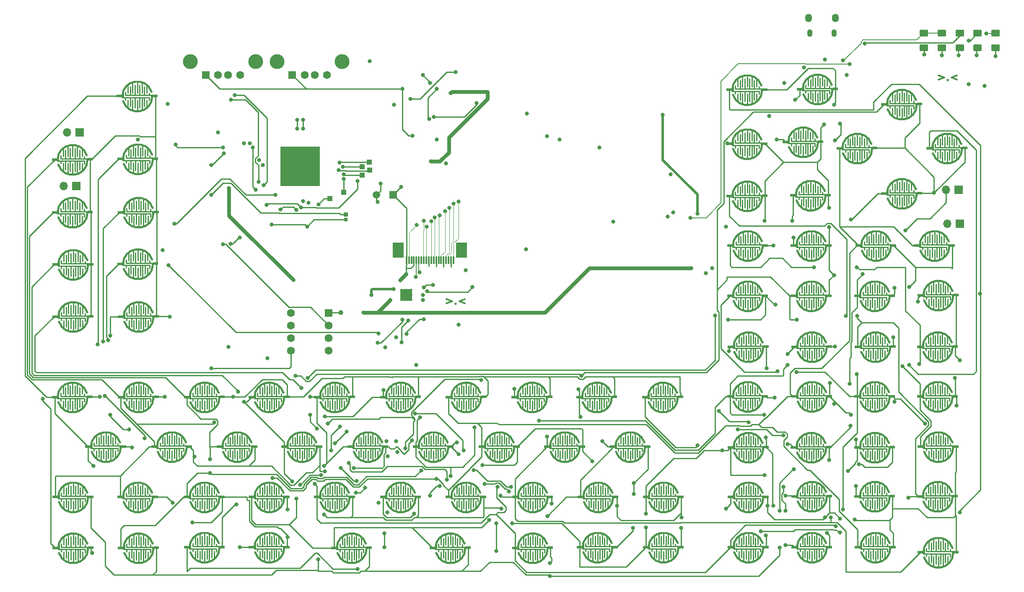
<source format=gbr>
%TF.GenerationSoftware,KiCad,Pcbnew,(5.99.0-9972-g9020611657)*%
%TF.CreationDate,2021-06-01T21:32:07-05:00*%
%TF.ProjectId,ti92revive,74693932-7265-4766-9976-652e6b696361,rev?*%
%TF.SameCoordinates,Original*%
%TF.FileFunction,Copper,L1,Top*%
%TF.FilePolarity,Positive*%
%FSLAX46Y46*%
G04 Gerber Fmt 4.6, Leading zero omitted, Abs format (unit mm)*
G04 Created by KiCad (PCBNEW (5.99.0-9972-g9020611657)) date 2021-06-01 21:32:07*
%MOMM*%
%LPD*%
G01*
G04 APERTURE LIST*
G04 Aperture macros list*
%AMRoundRect*
0 Rectangle with rounded corners*
0 $1 Rounding radius*
0 $2 $3 $4 $5 $6 $7 $8 $9 X,Y pos of 4 corners*
0 Add a 4 corners polygon primitive as box body*
4,1,4,$2,$3,$4,$5,$6,$7,$8,$9,$2,$3,0*
0 Add four circle primitives for the rounded corners*
1,1,$1+$1,$2,$3*
1,1,$1+$1,$4,$5*
1,1,$1+$1,$6,$7*
1,1,$1+$1,$8,$9*
0 Add four rect primitives between the rounded corners*
20,1,$1+$1,$2,$3,$4,$5,0*
20,1,$1+$1,$4,$5,$6,$7,0*
20,1,$1+$1,$6,$7,$8,$9,0*
20,1,$1+$1,$8,$9,$2,$3,0*%
G04 Aperture macros list end*
%ADD10C,0.300000*%
%TA.AperFunction,NonConductor*%
%ADD11C,0.300000*%
%TD*%
%TA.AperFunction,EtchedComponent*%
%ADD12C,0.254000*%
%TD*%
%TA.AperFunction,EtchedComponent*%
%ADD13C,0.076200*%
%TD*%
%TA.AperFunction,EtchedComponent*%
%ADD14C,0.050800*%
%TD*%
%TA.AperFunction,EtchedComponent*%
%ADD15C,0.381000*%
%TD*%
%TA.AperFunction,SMDPad,CuDef*%
%ADD16R,0.300000X1.600000*%
%TD*%
%TA.AperFunction,SMDPad,CuDef*%
%ADD17R,2.240000X3.120000*%
%TD*%
%TA.AperFunction,ComponentPad*%
%ADD18O,0.850000X0.850000*%
%TD*%
%TA.AperFunction,ComponentPad*%
%ADD19R,0.850000X0.850000*%
%TD*%
%TA.AperFunction,SMDPad,CuDef*%
%ADD20R,1.163750X0.608124*%
%TD*%
%TA.AperFunction,SMDPad,CuDef*%
%ADD21R,1.133124X0.555624*%
%TD*%
%TA.AperFunction,SMDPad,CuDef*%
%ADD22R,1.000000X1.000000*%
%TD*%
%TA.AperFunction,SMDPad,CuDef*%
%ADD23RoundRect,0.250001X0.624999X-0.462499X0.624999X0.462499X-0.624999X0.462499X-0.624999X-0.462499X0*%
%TD*%
%TA.AperFunction,SMDPad,CuDef*%
%ADD24C,1.500000*%
%TD*%
%TA.AperFunction,SMDPad,CuDef*%
%ADD25C,1.000000*%
%TD*%
%TA.AperFunction,SMDPad,CuDef*%
%ADD26R,1.500000X1.500000*%
%TD*%
%TA.AperFunction,ComponentPad*%
%ADD27R,1.700000X1.700000*%
%TD*%
%TA.AperFunction,ComponentPad*%
%ADD28O,1.700000X1.700000*%
%TD*%
%TA.AperFunction,ComponentPad*%
%ADD29O,1.350000X1.700000*%
%TD*%
%TA.AperFunction,ComponentPad*%
%ADD30O,1.100000X1.500000*%
%TD*%
%TA.AperFunction,ComponentPad*%
%ADD31R,1.600000X1.600000*%
%TD*%
%TA.AperFunction,ComponentPad*%
%ADD32C,1.600000*%
%TD*%
%TA.AperFunction,ComponentPad*%
%ADD33C,0.500000*%
%TD*%
%TA.AperFunction,SMDPad,CuDef*%
%ADD34R,2.450000X2.450000*%
%TD*%
%TA.AperFunction,ComponentPad*%
%ADD35C,3.000000*%
%TD*%
%TA.AperFunction,SMDPad,CuDef*%
%ADD36R,8.000000X8.000000*%
%TD*%
%TA.AperFunction,ViaPad*%
%ADD37C,0.800000*%
%TD*%
%TA.AperFunction,ViaPad*%
%ADD38C,0.300000*%
%TD*%
%TA.AperFunction,Conductor*%
%ADD39C,0.250000*%
%TD*%
%TA.AperFunction,Conductor*%
%ADD40C,0.200000*%
%TD*%
%TA.AperFunction,Conductor*%
%ADD41C,0.500000*%
%TD*%
%TA.AperFunction,Conductor*%
%ADD42C,0.750000*%
%TD*%
%TA.AperFunction,Conductor*%
%ADD43C,0.076200*%
%TD*%
%TA.AperFunction,Conductor*%
%ADD44C,0.127000*%
%TD*%
G04 APERTURE END LIST*
D10*
D11*
X143542857Y-90878571D02*
X144685714Y-91307142D01*
X143542857Y-91735714D01*
X145400000Y-91735714D02*
X145471428Y-91807142D01*
X145400000Y-91878571D01*
X145328571Y-91807142D01*
X145400000Y-91735714D01*
X145400000Y-91878571D01*
X147257142Y-90878571D02*
X146114285Y-91307142D01*
X147257142Y-91735714D01*
D10*
D11*
X242942857Y-45678571D02*
X244085714Y-46107142D01*
X242942857Y-46535714D01*
X244800000Y-46535714D02*
X244871428Y-46607142D01*
X244800000Y-46678571D01*
X244728571Y-46607142D01*
X244800000Y-46535714D01*
X244800000Y-46678571D01*
X246657142Y-45678571D02*
X245514285Y-46107142D01*
X246657142Y-46535714D01*
D12*
%TO.C,kbLBrack1*%
X206904250Y-100815125D02*
X205951750Y-100815125D01*
X205951750Y-100338875D02*
X205951750Y-98592625D01*
X205475500Y-99862625D02*
X205475500Y-97640125D01*
X202141750Y-100338875D02*
X202141750Y-99703875D01*
X201665500Y-100815125D02*
X201506750Y-100815125D01*
X204046750Y-100815125D02*
X203094250Y-100815125D01*
X204999250Y-100815125D02*
X204999250Y-102878875D01*
X205951750Y-100815125D02*
X204999250Y-100815125D01*
X203094250Y-100338875D02*
X203094250Y-98592625D01*
X203094250Y-100815125D02*
X203094250Y-102561375D01*
X206904250Y-100338875D02*
X206904250Y-99862625D01*
X206428000Y-101291375D02*
X206428000Y-102878875D01*
X206904250Y-100338875D02*
X207380500Y-100338875D01*
X207380500Y-100338875D02*
X207539250Y-100338875D01*
X204999250Y-100338875D02*
X204046750Y-100338875D01*
X203570500Y-101291375D02*
X203570500Y-103355125D01*
X206428000Y-99862625D02*
X206428000Y-98116375D01*
X204046750Y-100815125D02*
X204046750Y-102878875D01*
X203094250Y-100815125D02*
X202141750Y-100815125D01*
D13*
X207624975Y-100310300D02*
X207685300Y-100532550D01*
D12*
X203570500Y-99862625D02*
X203570500Y-97640125D01*
X205951750Y-100338875D02*
X204999250Y-100338875D01*
X202141750Y-100815125D02*
X201665500Y-100815125D01*
X203094250Y-100338875D02*
X202141750Y-100338875D01*
X206904250Y-100338875D02*
X205951750Y-100338875D01*
X206904250Y-100815125D02*
X206904250Y-101450125D01*
X202618000Y-99862625D02*
X202618000Y-98116375D01*
X204046750Y-100338875D02*
X203094250Y-100338875D01*
X204999250Y-100338875D02*
X204999250Y-98275125D01*
X202618000Y-101291375D02*
X202618000Y-102878875D01*
X204523000Y-103513875D02*
X204523000Y-101291375D01*
X201665500Y-100815125D02*
X201665500Y-99703875D01*
X204046750Y-100338875D02*
X204046750Y-98275125D01*
D14*
X201408325Y-100843700D02*
X201344825Y-100611925D01*
D12*
X202141750Y-100815125D02*
X202141750Y-101291375D01*
X205475500Y-100973875D02*
X205475500Y-103355125D01*
X204523000Y-99862625D02*
X204523000Y-97481375D01*
X205951750Y-100815125D02*
X205951750Y-102561375D01*
X207380500Y-100338875D02*
X207380500Y-101450125D01*
X204999250Y-100815125D02*
X204046750Y-100815125D01*
D15*
X201665500Y-101529500D02*
G75*
G03*
X207539250Y-100577000I2859590J952839D01*
G01*
X207380500Y-99624500D02*
G75*
G03*
X201506750Y-100577000I-2859590J-952839D01*
G01*
D12*
%TO.C,kbMode1*%
X201411500Y-59794125D02*
X201252750Y-59794125D01*
X204269000Y-58841625D02*
X204269000Y-56460375D01*
X207126500Y-59317875D02*
X207285250Y-59317875D01*
X206650250Y-59794125D02*
X206650250Y-60429125D01*
X203792750Y-59317875D02*
X202840250Y-59317875D01*
X203792750Y-59794125D02*
X203792750Y-61857875D01*
X202840250Y-59794125D02*
X201887750Y-59794125D01*
X203792750Y-59317875D02*
X203792750Y-57254125D01*
X204745250Y-59317875D02*
X203792750Y-59317875D01*
X201411500Y-59794125D02*
X201411500Y-58682875D01*
X206650250Y-59317875D02*
X206650250Y-58841625D01*
X205697750Y-59794125D02*
X204745250Y-59794125D01*
X202364000Y-58841625D02*
X202364000Y-57095375D01*
X204745250Y-59317875D02*
X204745250Y-57254125D01*
X202364000Y-60270375D02*
X202364000Y-61857875D01*
X206174000Y-58841625D02*
X206174000Y-57095375D01*
X201887750Y-59794125D02*
X201411500Y-59794125D01*
D13*
X207370975Y-59289300D02*
X207431300Y-59511550D01*
D12*
X203792750Y-59794125D02*
X202840250Y-59794125D01*
X201887750Y-59794125D02*
X201887750Y-60270375D01*
X204745250Y-59794125D02*
X203792750Y-59794125D01*
X203316500Y-58841625D02*
X203316500Y-56619125D01*
X203316500Y-60270375D02*
X203316500Y-62334125D01*
X204269000Y-62492875D02*
X204269000Y-60270375D01*
X205221500Y-58841625D02*
X205221500Y-56619125D01*
X204745250Y-59794125D02*
X204745250Y-61857875D01*
X205697750Y-59794125D02*
X205697750Y-61540375D01*
X202840250Y-59317875D02*
X202840250Y-57571625D01*
X202840250Y-59794125D02*
X202840250Y-61540375D01*
X206174000Y-60270375D02*
X206174000Y-61857875D01*
X206650250Y-59794125D02*
X205697750Y-59794125D01*
X205221500Y-59952875D02*
X205221500Y-62334125D01*
X205697750Y-59317875D02*
X204745250Y-59317875D01*
X207126500Y-59317875D02*
X207126500Y-60429125D01*
X206650250Y-59317875D02*
X205697750Y-59317875D01*
D14*
X201154325Y-59822700D02*
X201090825Y-59590925D01*
D12*
X206650250Y-59317875D02*
X207126500Y-59317875D01*
X201887750Y-59317875D02*
X201887750Y-58682875D01*
X202840250Y-59317875D02*
X201887750Y-59317875D01*
X205697750Y-59317875D02*
X205697750Y-57571625D01*
D15*
X207126500Y-58603500D02*
G75*
G03*
X201252750Y-59556000I-2859590J-952839D01*
G01*
X201411500Y-60508500D02*
G75*
G03*
X207285250Y-59556000I2859590J952839D01*
G01*
D12*
%TO.C,kbAPPS2*%
X215794250Y-80368125D02*
X214841750Y-80368125D01*
X215794250Y-79891875D02*
X214841750Y-79891875D01*
X217699250Y-80368125D02*
X216746750Y-80368125D01*
X216270500Y-79415625D02*
X216270500Y-77193125D01*
X215318000Y-79415625D02*
X215318000Y-77669375D01*
X214365500Y-80368125D02*
X214206750Y-80368125D01*
X215318000Y-80844375D02*
X215318000Y-82431875D01*
X217223000Y-79415625D02*
X217223000Y-77034375D01*
X214841750Y-80368125D02*
X214365500Y-80368125D01*
X214841750Y-79891875D02*
X214841750Y-79256875D01*
X218651750Y-80368125D02*
X218651750Y-82114375D01*
X219128000Y-79415625D02*
X219128000Y-77669375D01*
X218175500Y-79415625D02*
X218175500Y-77193125D01*
X217699250Y-80368125D02*
X217699250Y-82431875D01*
X220080500Y-79891875D02*
X220080500Y-81003125D01*
D14*
X214108325Y-80396700D02*
X214044825Y-80164925D01*
D12*
X217699250Y-79891875D02*
X216746750Y-79891875D01*
X216746750Y-79891875D02*
X215794250Y-79891875D01*
X216746750Y-80368125D02*
X216746750Y-82431875D01*
X218651750Y-80368125D02*
X217699250Y-80368125D01*
X217223000Y-83066875D02*
X217223000Y-80844375D01*
X216746750Y-79891875D02*
X216746750Y-77828125D01*
X218175500Y-80526875D02*
X218175500Y-82908125D01*
X219604250Y-80368125D02*
X218651750Y-80368125D01*
X219604250Y-79891875D02*
X218651750Y-79891875D01*
X217699250Y-79891875D02*
X217699250Y-77828125D01*
X220080500Y-79891875D02*
X220239250Y-79891875D01*
X219604250Y-80368125D02*
X219604250Y-81003125D01*
X214365500Y-80368125D02*
X214365500Y-79256875D01*
X219604250Y-79891875D02*
X220080500Y-79891875D01*
X216270500Y-80844375D02*
X216270500Y-82908125D01*
X215794250Y-79891875D02*
X215794250Y-78145625D01*
X215794250Y-80368125D02*
X215794250Y-82114375D01*
X219128000Y-80844375D02*
X219128000Y-82431875D01*
X218651750Y-79891875D02*
X218651750Y-78145625D01*
D13*
X220324975Y-79863300D02*
X220385300Y-80085550D01*
D12*
X219604250Y-79891875D02*
X219604250Y-79415625D01*
X218651750Y-79891875D02*
X217699250Y-79891875D01*
X214841750Y-80368125D02*
X214841750Y-80844375D01*
X216746750Y-80368125D02*
X215794250Y-80368125D01*
D15*
X220080500Y-79177500D02*
G75*
G03*
X214206750Y-80130000I-2859590J-952839D01*
G01*
X214365500Y-81082500D02*
G75*
G03*
X220239250Y-80130000I2859590J952839D01*
G01*
D12*
%TO.C,kbQ1*%
X69426750Y-110975125D02*
X68474250Y-110975125D01*
X67521750Y-110498875D02*
X66569250Y-110498875D01*
X68474250Y-110498875D02*
X67521750Y-110498875D01*
X69903000Y-110022625D02*
X69903000Y-108276375D01*
X67045500Y-110022625D02*
X67045500Y-107800125D01*
X66569250Y-110975125D02*
X65616750Y-110975125D01*
X69426750Y-110975125D02*
X69426750Y-112721375D01*
X68474250Y-110975125D02*
X67521750Y-110975125D01*
X70379250Y-110975125D02*
X70379250Y-111610125D01*
X67998000Y-110022625D02*
X67998000Y-107641375D01*
X68950500Y-111133875D02*
X68950500Y-113515125D01*
D14*
X64883325Y-111003700D02*
X64819825Y-110771925D01*
D12*
X70379250Y-110498875D02*
X70855500Y-110498875D01*
X65140500Y-110975125D02*
X65140500Y-109863875D01*
X65616750Y-110975125D02*
X65140500Y-110975125D01*
X65616750Y-110498875D02*
X65616750Y-109863875D01*
X70379250Y-110975125D02*
X69426750Y-110975125D01*
X68474250Y-110975125D02*
X68474250Y-113038875D01*
X70855500Y-110498875D02*
X71014250Y-110498875D01*
X66569250Y-110975125D02*
X66569250Y-112721375D01*
D13*
X71099975Y-110470300D02*
X71160300Y-110692550D01*
D12*
X69426750Y-110498875D02*
X68474250Y-110498875D01*
X68474250Y-110498875D02*
X68474250Y-108435125D01*
X70379250Y-110498875D02*
X69426750Y-110498875D01*
X70855500Y-110498875D02*
X70855500Y-111610125D01*
X68950500Y-110022625D02*
X68950500Y-107800125D01*
X67521750Y-110975125D02*
X66569250Y-110975125D01*
X66569250Y-110498875D02*
X65616750Y-110498875D01*
X66093000Y-111451375D02*
X66093000Y-113038875D01*
X66569250Y-110498875D02*
X66569250Y-108752625D01*
X67521750Y-110975125D02*
X67521750Y-113038875D01*
X66093000Y-110022625D02*
X66093000Y-108276375D01*
X70379250Y-110498875D02*
X70379250Y-110022625D01*
X69903000Y-111451375D02*
X69903000Y-113038875D01*
X67998000Y-113673875D02*
X67998000Y-111451375D01*
X67521750Y-110498875D02*
X67521750Y-108435125D01*
X67045500Y-111451375D02*
X67045500Y-113515125D01*
X69426750Y-110498875D02*
X69426750Y-108752625D01*
X65616750Y-110975125D02*
X65616750Y-111451375D01*
X65140500Y-110975125D02*
X64981750Y-110975125D01*
D15*
X65140500Y-111689500D02*
G75*
G03*
X71014250Y-110737000I2859590J952839D01*
G01*
X70855500Y-109784500D02*
G75*
G03*
X64981750Y-110737000I-2859590J-952839D01*
G01*
D14*
%TO.C,kbN7*%
X214235325Y-110876700D02*
X214171825Y-110644925D01*
D12*
X219255000Y-111324375D02*
X219255000Y-112911875D01*
X218778750Y-110848125D02*
X217826250Y-110848125D01*
X219731250Y-110371875D02*
X218778750Y-110371875D01*
X218778750Y-110371875D02*
X217826250Y-110371875D01*
X216397500Y-111324375D02*
X216397500Y-113388125D01*
X216873750Y-110371875D02*
X216873750Y-108308125D01*
X219731250Y-110371875D02*
X220207500Y-110371875D01*
X217350000Y-109895625D02*
X217350000Y-107514375D01*
X216873750Y-110371875D02*
X215921250Y-110371875D01*
X215921250Y-110371875D02*
X214968750Y-110371875D01*
X218302500Y-111006875D02*
X218302500Y-113388125D01*
X215921250Y-110371875D02*
X215921250Y-108625625D01*
X214968750Y-110848125D02*
X214968750Y-111324375D01*
D13*
X220451975Y-110343300D02*
X220512300Y-110565550D01*
D12*
X219731250Y-110371875D02*
X219731250Y-109895625D01*
X217826250Y-110371875D02*
X216873750Y-110371875D01*
X214492500Y-110848125D02*
X214492500Y-109736875D01*
X215445000Y-111324375D02*
X215445000Y-112911875D01*
X216397500Y-109895625D02*
X216397500Y-107673125D01*
X214968750Y-110371875D02*
X214968750Y-109736875D01*
X220207500Y-110371875D02*
X220366250Y-110371875D01*
X215445000Y-109895625D02*
X215445000Y-108149375D01*
X218778750Y-110371875D02*
X218778750Y-108625625D01*
X217826250Y-110371875D02*
X217826250Y-108308125D01*
X219731250Y-110848125D02*
X219731250Y-111483125D01*
X217826250Y-110848125D02*
X216873750Y-110848125D01*
X220207500Y-110371875D02*
X220207500Y-111483125D01*
X219255000Y-109895625D02*
X219255000Y-108149375D01*
X218302500Y-109895625D02*
X218302500Y-107673125D01*
X215921250Y-110848125D02*
X214968750Y-110848125D01*
X219731250Y-110848125D02*
X218778750Y-110848125D01*
X217350000Y-113546875D02*
X217350000Y-111324375D01*
X215921250Y-110848125D02*
X215921250Y-112594375D01*
X214968750Y-110848125D02*
X214492500Y-110848125D01*
X216873750Y-110848125D02*
X215921250Y-110848125D01*
X216873750Y-110848125D02*
X216873750Y-112911875D01*
X217826250Y-110848125D02*
X217826250Y-112911875D01*
X218778750Y-110848125D02*
X218778750Y-112594375D01*
X214492500Y-110848125D02*
X214333750Y-110848125D01*
D15*
X220207500Y-109657500D02*
G75*
G03*
X214333750Y-110610000I-2859590J-952839D01*
G01*
X214492500Y-111562500D02*
G75*
G03*
X220366250Y-110610000I2859590J952839D01*
G01*
D12*
%TO.C,kbALT1*%
X80380500Y-140502625D02*
X80380500Y-138280125D01*
X83238000Y-140502625D02*
X83238000Y-138756375D01*
X83714250Y-140978875D02*
X82761750Y-140978875D01*
X79428000Y-140502625D02*
X79428000Y-138756375D01*
X78951750Y-141455125D02*
X78951750Y-141931375D01*
X83714250Y-140978875D02*
X83714250Y-140502625D01*
X84190500Y-140978875D02*
X84190500Y-142090125D01*
X80856750Y-141455125D02*
X79904250Y-141455125D01*
X80856750Y-141455125D02*
X80856750Y-143518875D01*
X82285500Y-140502625D02*
X82285500Y-138280125D01*
X84190500Y-140978875D02*
X84349250Y-140978875D01*
X83714250Y-140978875D02*
X84190500Y-140978875D01*
X80856750Y-140978875D02*
X79904250Y-140978875D01*
X81333000Y-140502625D02*
X81333000Y-138121375D01*
X83714250Y-141455125D02*
X82761750Y-141455125D01*
X81809250Y-141455125D02*
X81809250Y-143518875D01*
X80856750Y-140978875D02*
X80856750Y-138915125D01*
X82761750Y-141455125D02*
X81809250Y-141455125D01*
X79904250Y-141455125D02*
X79904250Y-143201375D01*
X78475500Y-141455125D02*
X78316750Y-141455125D01*
X78951750Y-140978875D02*
X78951750Y-140343875D01*
X79904250Y-141455125D02*
X78951750Y-141455125D01*
X82285500Y-141613875D02*
X82285500Y-143995125D01*
X81809250Y-141455125D02*
X80856750Y-141455125D01*
X82761750Y-140978875D02*
X82761750Y-139232625D01*
D14*
X78218325Y-141483700D02*
X78154825Y-141251925D01*
D12*
X78951750Y-141455125D02*
X78475500Y-141455125D01*
D13*
X84434975Y-140950300D02*
X84495300Y-141172550D01*
D12*
X79428000Y-141931375D02*
X79428000Y-143518875D01*
X83714250Y-141455125D02*
X83714250Y-142090125D01*
X82761750Y-141455125D02*
X82761750Y-143201375D01*
X81809250Y-140978875D02*
X80856750Y-140978875D01*
X78475500Y-141455125D02*
X78475500Y-140343875D01*
X81333000Y-144153875D02*
X81333000Y-141931375D01*
X83238000Y-141931375D02*
X83238000Y-143518875D01*
X79904250Y-140978875D02*
X79904250Y-139232625D01*
X81809250Y-140978875D02*
X81809250Y-138915125D01*
X80380500Y-141931375D02*
X80380500Y-143995125D01*
X79904250Y-140978875D02*
X78951750Y-140978875D01*
X82761750Y-140978875D02*
X81809250Y-140978875D01*
D15*
X84190500Y-140264500D02*
G75*
G03*
X78316750Y-141217000I-2859590J-952839D01*
G01*
X78475500Y-142169500D02*
G75*
G03*
X84349250Y-141217000I2859590J952839D01*
G01*
D12*
%TO.C,kbA1*%
X77110250Y-121008125D02*
X76157750Y-121008125D01*
X73776500Y-120055625D02*
X73776500Y-117833125D01*
X74252750Y-120531875D02*
X73300250Y-120531875D01*
X73300250Y-120531875D02*
X72347750Y-120531875D01*
X72824000Y-121484375D02*
X72824000Y-123071875D01*
X77110250Y-120531875D02*
X77586500Y-120531875D01*
X71871500Y-121008125D02*
X71712750Y-121008125D01*
X76634000Y-120055625D02*
X76634000Y-118309375D01*
X75205250Y-121008125D02*
X75205250Y-123071875D01*
D13*
X77830975Y-120503300D02*
X77891300Y-120725550D01*
D12*
X75205250Y-121008125D02*
X74252750Y-121008125D01*
X74252750Y-120531875D02*
X74252750Y-118468125D01*
X75205250Y-120531875D02*
X74252750Y-120531875D01*
X72347750Y-121008125D02*
X71871500Y-121008125D01*
X77110250Y-120531875D02*
X77110250Y-120055625D01*
X77586500Y-120531875D02*
X77745250Y-120531875D01*
X75681500Y-120055625D02*
X75681500Y-117833125D01*
X73300250Y-121008125D02*
X73300250Y-122754375D01*
X77110250Y-121008125D02*
X77110250Y-121643125D01*
X71871500Y-121008125D02*
X71871500Y-119896875D01*
X75681500Y-121166875D02*
X75681500Y-123548125D01*
X76157750Y-121008125D02*
X76157750Y-122754375D01*
X77110250Y-120531875D02*
X76157750Y-120531875D01*
X76157750Y-120531875D02*
X75205250Y-120531875D01*
X73300250Y-121008125D02*
X72347750Y-121008125D01*
X72824000Y-120055625D02*
X72824000Y-118309375D01*
X76634000Y-121484375D02*
X76634000Y-123071875D01*
X74252750Y-121008125D02*
X74252750Y-123071875D01*
X72347750Y-120531875D02*
X72347750Y-119896875D01*
X74729000Y-123706875D02*
X74729000Y-121484375D01*
X74252750Y-121008125D02*
X73300250Y-121008125D01*
X76157750Y-120531875D02*
X76157750Y-118785625D01*
D14*
X71614325Y-121036700D02*
X71550825Y-120804925D01*
D12*
X74729000Y-120055625D02*
X74729000Y-117674375D01*
X75205250Y-120531875D02*
X75205250Y-118468125D01*
X72347750Y-121008125D02*
X72347750Y-121484375D01*
X73776500Y-121484375D02*
X73776500Y-123548125D01*
X77586500Y-120531875D02*
X77586500Y-121643125D01*
X76157750Y-121008125D02*
X75205250Y-121008125D01*
X73300250Y-120531875D02*
X73300250Y-118785625D01*
D15*
X77586500Y-119817500D02*
G75*
G03*
X71712750Y-120770000I-2859590J-952839D01*
G01*
X71871500Y-121722500D02*
G75*
G03*
X77745250Y-120770000I2859590J952839D01*
G01*
D12*
%TO.C,kbK1*%
X169344000Y-120055625D02*
X169344000Y-118309375D01*
X165057750Y-121008125D02*
X164581500Y-121008125D01*
X167915250Y-121008125D02*
X166962750Y-121008125D01*
X167915250Y-121008125D02*
X167915250Y-123071875D01*
X168391500Y-120055625D02*
X168391500Y-117833125D01*
X165057750Y-120531875D02*
X165057750Y-119896875D01*
X169820250Y-121008125D02*
X168867750Y-121008125D01*
D14*
X164324325Y-121036700D02*
X164260825Y-120804925D01*
D12*
X165057750Y-121008125D02*
X165057750Y-121484375D01*
X168867750Y-121008125D02*
X167915250Y-121008125D01*
X165534000Y-120055625D02*
X165534000Y-118309375D01*
X165534000Y-121484375D02*
X165534000Y-123071875D01*
X166010250Y-120531875D02*
X165057750Y-120531875D01*
X166962750Y-120531875D02*
X166962750Y-118468125D01*
X167439000Y-120055625D02*
X167439000Y-117674375D01*
X167915250Y-120531875D02*
X166962750Y-120531875D01*
X168867750Y-121008125D02*
X168867750Y-122754375D01*
D13*
X170540975Y-120503300D02*
X170601300Y-120725550D01*
D12*
X166962750Y-121008125D02*
X166010250Y-121008125D01*
X168867750Y-120531875D02*
X167915250Y-120531875D01*
X169820250Y-120531875D02*
X168867750Y-120531875D01*
X166486500Y-120055625D02*
X166486500Y-117833125D01*
X170296500Y-120531875D02*
X170455250Y-120531875D01*
X167915250Y-120531875D02*
X167915250Y-118468125D01*
X164581500Y-121008125D02*
X164422750Y-121008125D01*
X169820250Y-120531875D02*
X170296500Y-120531875D01*
X169344000Y-121484375D02*
X169344000Y-123071875D01*
X170296500Y-120531875D02*
X170296500Y-121643125D01*
X166962750Y-120531875D02*
X166010250Y-120531875D01*
X168867750Y-120531875D02*
X168867750Y-118785625D01*
X167439000Y-123706875D02*
X167439000Y-121484375D01*
X168391500Y-121166875D02*
X168391500Y-123548125D01*
X166962750Y-121008125D02*
X166962750Y-123071875D01*
X166486500Y-121484375D02*
X166486500Y-123548125D01*
X169820250Y-121008125D02*
X169820250Y-121643125D01*
X166010250Y-120531875D02*
X166010250Y-118785625D01*
X166010250Y-121008125D02*
X166010250Y-122754375D01*
X164581500Y-121008125D02*
X164581500Y-119896875D01*
X169820250Y-120531875D02*
X169820250Y-120055625D01*
X166010250Y-121008125D02*
X165057750Y-121008125D01*
D15*
X164581500Y-121722500D02*
G75*
G03*
X170455250Y-120770000I2859590J952839D01*
G01*
X170296500Y-119817500D02*
G75*
G03*
X164422750Y-120770000I-2859590J-952839D01*
G01*
D12*
%TO.C,kbV1*%
X121433250Y-130691875D02*
X121433250Y-128628125D01*
X120480750Y-131168125D02*
X120480750Y-133231875D01*
X122385750Y-130691875D02*
X122385750Y-128945625D01*
X118099500Y-131168125D02*
X117940750Y-131168125D01*
X122385750Y-131168125D02*
X122385750Y-132914375D01*
X121433250Y-130691875D02*
X120480750Y-130691875D01*
X123338250Y-131168125D02*
X123338250Y-131803125D01*
X118575750Y-130691875D02*
X118575750Y-130056875D01*
X120957000Y-133866875D02*
X120957000Y-131644375D01*
X121433250Y-131168125D02*
X121433250Y-133231875D01*
D14*
X117842325Y-131196700D02*
X117778825Y-130964925D01*
D12*
X121909500Y-131326875D02*
X121909500Y-133708125D01*
X123814500Y-130691875D02*
X123814500Y-131803125D01*
X120480750Y-130691875D02*
X120480750Y-128628125D01*
X121909500Y-130215625D02*
X121909500Y-127993125D01*
X120004500Y-130215625D02*
X120004500Y-127993125D01*
X120480750Y-131168125D02*
X119528250Y-131168125D01*
D13*
X124058975Y-130663300D02*
X124119300Y-130885550D01*
D12*
X119052000Y-130215625D02*
X119052000Y-128469375D01*
X119528250Y-130691875D02*
X118575750Y-130691875D01*
X119052000Y-131644375D02*
X119052000Y-133231875D01*
X118575750Y-131168125D02*
X118099500Y-131168125D01*
X118099500Y-131168125D02*
X118099500Y-130056875D01*
X123338250Y-130691875D02*
X123338250Y-130215625D01*
X119528250Y-131168125D02*
X118575750Y-131168125D01*
X120480750Y-130691875D02*
X119528250Y-130691875D01*
X119528250Y-130691875D02*
X119528250Y-128945625D01*
X121433250Y-131168125D02*
X120480750Y-131168125D01*
X120957000Y-130215625D02*
X120957000Y-127834375D01*
X122385750Y-131168125D02*
X121433250Y-131168125D01*
X123338250Y-131168125D02*
X122385750Y-131168125D01*
X120004500Y-131644375D02*
X120004500Y-133708125D01*
X118575750Y-131168125D02*
X118575750Y-131644375D01*
X119528250Y-131168125D02*
X119528250Y-132914375D01*
X122862000Y-131644375D02*
X122862000Y-133231875D01*
X122862000Y-130215625D02*
X122862000Y-128469375D01*
X122385750Y-130691875D02*
X121433250Y-130691875D01*
X123338250Y-130691875D02*
X122385750Y-130691875D01*
X123814500Y-130691875D02*
X123973250Y-130691875D01*
X123338250Y-130691875D02*
X123814500Y-130691875D01*
D15*
X123814500Y-129977500D02*
G75*
G03*
X117940750Y-130930000I-2859590J-952839D01*
G01*
X118099500Y-131882500D02*
G75*
G03*
X123973250Y-130930000I2859590J952839D01*
G01*
D12*
%TO.C,kbDot1*%
X218778750Y-140851875D02*
X218778750Y-139105625D01*
X219731250Y-141328125D02*
X218778750Y-141328125D01*
X214968750Y-140851875D02*
X214968750Y-140216875D01*
X219731250Y-140851875D02*
X218778750Y-140851875D01*
X217826250Y-141328125D02*
X217826250Y-143391875D01*
X218302500Y-140375625D02*
X218302500Y-138153125D01*
X220207500Y-140851875D02*
X220366250Y-140851875D01*
X214968750Y-141328125D02*
X214492500Y-141328125D01*
X215921250Y-140851875D02*
X214968750Y-140851875D01*
X218778750Y-141328125D02*
X217826250Y-141328125D01*
X216397500Y-141804375D02*
X216397500Y-143868125D01*
X217826250Y-140851875D02*
X217826250Y-138788125D01*
X215921250Y-141328125D02*
X214968750Y-141328125D01*
X218302500Y-141486875D02*
X218302500Y-143868125D01*
X215445000Y-140375625D02*
X215445000Y-138629375D01*
X216873750Y-140851875D02*
X215921250Y-140851875D01*
X217826250Y-140851875D02*
X216873750Y-140851875D01*
X214968750Y-141328125D02*
X214968750Y-141804375D01*
X219731250Y-141328125D02*
X219731250Y-141963125D01*
X216397500Y-140375625D02*
X216397500Y-138153125D01*
X216873750Y-140851875D02*
X216873750Y-138788125D01*
X219731250Y-140851875D02*
X219731250Y-140375625D01*
X215921250Y-141328125D02*
X215921250Y-143074375D01*
X220207500Y-140851875D02*
X220207500Y-141963125D01*
X218778750Y-140851875D02*
X217826250Y-140851875D01*
X215921250Y-140851875D02*
X215921250Y-139105625D01*
X219731250Y-140851875D02*
X220207500Y-140851875D01*
X218778750Y-141328125D02*
X218778750Y-143074375D01*
X219255000Y-141804375D02*
X219255000Y-143391875D01*
X217826250Y-141328125D02*
X216873750Y-141328125D01*
X214492500Y-141328125D02*
X214333750Y-141328125D01*
X216873750Y-141328125D02*
X216873750Y-143391875D01*
X217350000Y-144026875D02*
X217350000Y-141804375D01*
X219255000Y-140375625D02*
X219255000Y-138629375D01*
D14*
X214235325Y-141356700D02*
X214171825Y-141124925D01*
D12*
X215445000Y-141804375D02*
X215445000Y-143391875D01*
X217350000Y-140375625D02*
X217350000Y-137994375D01*
X214492500Y-141328125D02*
X214492500Y-140216875D01*
D13*
X220451975Y-140823300D02*
X220512300Y-141045550D01*
D12*
X216873750Y-141328125D02*
X215921250Y-141328125D01*
D15*
X220207500Y-140137500D02*
G75*
G03*
X214333750Y-141090000I-2859590J-952839D01*
G01*
X214492500Y-142042500D02*
G75*
G03*
X220366250Y-141090000I2859590J952839D01*
G01*
D12*
%TO.C,kbF1*%
X112924250Y-121008125D02*
X112924250Y-122754375D01*
X111495500Y-121008125D02*
X111495500Y-119896875D01*
X115305500Y-121166875D02*
X115305500Y-123548125D01*
X111971750Y-121008125D02*
X111495500Y-121008125D01*
X116734250Y-120531875D02*
X116734250Y-120055625D01*
X115781750Y-121008125D02*
X114829250Y-121008125D01*
X116734250Y-121008125D02*
X116734250Y-121643125D01*
X116734250Y-121008125D02*
X115781750Y-121008125D01*
X115781750Y-121008125D02*
X115781750Y-122754375D01*
X113876750Y-121008125D02*
X113876750Y-123071875D01*
X114829250Y-121008125D02*
X113876750Y-121008125D01*
X112924250Y-120531875D02*
X112924250Y-118785625D01*
X113876750Y-120531875D02*
X113876750Y-118468125D01*
X111495500Y-121008125D02*
X111336750Y-121008125D01*
X116734250Y-120531875D02*
X115781750Y-120531875D01*
D14*
X111238325Y-121036700D02*
X111174825Y-120804925D01*
D12*
X111971750Y-120531875D02*
X111971750Y-119896875D01*
X113876750Y-120531875D02*
X112924250Y-120531875D01*
X114829250Y-120531875D02*
X113876750Y-120531875D01*
X114353000Y-120055625D02*
X114353000Y-117674375D01*
X114353000Y-123706875D02*
X114353000Y-121484375D01*
X113876750Y-121008125D02*
X112924250Y-121008125D01*
X116258000Y-121484375D02*
X116258000Y-123071875D01*
X117210500Y-120531875D02*
X117369250Y-120531875D01*
X115781750Y-120531875D02*
X114829250Y-120531875D01*
X113400500Y-121484375D02*
X113400500Y-123548125D01*
X116734250Y-120531875D02*
X117210500Y-120531875D01*
X117210500Y-120531875D02*
X117210500Y-121643125D01*
X115305500Y-120055625D02*
X115305500Y-117833125D01*
X114829250Y-120531875D02*
X114829250Y-118468125D01*
X111971750Y-121008125D02*
X111971750Y-121484375D01*
X114829250Y-121008125D02*
X114829250Y-123071875D01*
X112924250Y-121008125D02*
X111971750Y-121008125D01*
X113400500Y-120055625D02*
X113400500Y-117833125D01*
X112924250Y-120531875D02*
X111971750Y-120531875D01*
X112448000Y-120055625D02*
X112448000Y-118309375D01*
X116258000Y-120055625D02*
X116258000Y-118309375D01*
X112448000Y-121484375D02*
X112448000Y-123071875D01*
X115781750Y-120531875D02*
X115781750Y-118785625D01*
D13*
X117454975Y-120503300D02*
X117515300Y-120725550D01*
D15*
X117210500Y-119817500D02*
G75*
G03*
X111336750Y-120770000I-2859590J-952839D01*
G01*
X111495500Y-121722500D02*
G75*
G03*
X117369250Y-120770000I2859590J952839D01*
G01*
D12*
%TO.C,kf5*%
X82158500Y-61889625D02*
X82158500Y-59667125D01*
X83587250Y-62365875D02*
X82634750Y-62365875D01*
X81206000Y-61889625D02*
X81206000Y-59508375D01*
X81682250Y-62842125D02*
X80729750Y-62842125D01*
X81682250Y-62365875D02*
X81682250Y-60302125D01*
X78824750Y-62842125D02*
X78348500Y-62842125D01*
X79777250Y-62842125D02*
X79777250Y-64588375D01*
X80729750Y-62842125D02*
X79777250Y-62842125D01*
X82634750Y-62842125D02*
X81682250Y-62842125D01*
X80253500Y-61889625D02*
X80253500Y-59667125D01*
X81682250Y-62365875D02*
X80729750Y-62365875D01*
X78824750Y-62365875D02*
X78824750Y-61730875D01*
X80729750Y-62365875D02*
X80729750Y-60302125D01*
X84063500Y-62365875D02*
X84063500Y-63477125D01*
X83111000Y-63318375D02*
X83111000Y-64905875D01*
X81206000Y-65540875D02*
X81206000Y-63318375D01*
X83111000Y-61889625D02*
X83111000Y-60143375D01*
D14*
X78091325Y-62870700D02*
X78027825Y-62638925D01*
D13*
X84307975Y-62337300D02*
X84368300Y-62559550D01*
D12*
X82634750Y-62842125D02*
X82634750Y-64588375D01*
X81682250Y-62842125D02*
X81682250Y-64905875D01*
X78824750Y-62842125D02*
X78824750Y-63318375D01*
X83587250Y-62365875D02*
X84063500Y-62365875D01*
X83587250Y-62365875D02*
X83587250Y-61889625D01*
X83587250Y-62842125D02*
X82634750Y-62842125D01*
X78348500Y-62842125D02*
X78348500Y-61730875D01*
X79777250Y-62842125D02*
X78824750Y-62842125D01*
X83587250Y-62842125D02*
X83587250Y-63477125D01*
X80729750Y-62842125D02*
X80729750Y-64905875D01*
X78348500Y-62842125D02*
X78189750Y-62842125D01*
X84063500Y-62365875D02*
X84222250Y-62365875D01*
X79301000Y-63318375D02*
X79301000Y-64905875D01*
X82158500Y-63000875D02*
X82158500Y-65382125D01*
X79301000Y-61889625D02*
X79301000Y-60143375D01*
X82634750Y-62365875D02*
X81682250Y-62365875D01*
X80253500Y-63318375D02*
X80253500Y-65382125D01*
X80729750Y-62365875D02*
X79777250Y-62365875D01*
X82634750Y-62365875D02*
X82634750Y-60619625D01*
X79777250Y-62365875D02*
X79777250Y-60619625D01*
X79777250Y-62365875D02*
X78824750Y-62365875D01*
D15*
X84063500Y-61651500D02*
G75*
G03*
X78189750Y-62604000I-2859590J-952839D01*
G01*
X78348500Y-63556500D02*
G75*
G03*
X84222250Y-62604000I2859590J952839D01*
G01*
D12*
%TO.C,kbLn1*%
X203919750Y-80368125D02*
X203919750Y-82431875D01*
X205348500Y-80526875D02*
X205348500Y-82908125D01*
X205824750Y-80368125D02*
X204872250Y-80368125D01*
X204396000Y-79415625D02*
X204396000Y-77034375D01*
X206777250Y-80368125D02*
X205824750Y-80368125D01*
X203919750Y-79891875D02*
X203919750Y-77828125D01*
X206777250Y-79891875D02*
X206777250Y-79415625D01*
X204396000Y-83066875D02*
X204396000Y-80844375D01*
X203443500Y-79415625D02*
X203443500Y-77193125D01*
X205348500Y-79415625D02*
X205348500Y-77193125D01*
X204872250Y-79891875D02*
X203919750Y-79891875D01*
X203443500Y-80844375D02*
X203443500Y-82908125D01*
X202967250Y-80368125D02*
X202967250Y-82114375D01*
X207253500Y-79891875D02*
X207412250Y-79891875D01*
X205824750Y-79891875D02*
X205824750Y-78145625D01*
X206777250Y-79891875D02*
X205824750Y-79891875D01*
X202491000Y-79415625D02*
X202491000Y-77669375D01*
X202967250Y-79891875D02*
X202014750Y-79891875D01*
X202967250Y-79891875D02*
X202967250Y-78145625D01*
X201538500Y-80368125D02*
X201379750Y-80368125D01*
X202014750Y-79891875D02*
X202014750Y-79256875D01*
X202014750Y-80368125D02*
X202014750Y-80844375D01*
X201538500Y-80368125D02*
X201538500Y-79256875D01*
X203919750Y-80368125D02*
X202967250Y-80368125D01*
X206777250Y-80368125D02*
X206777250Y-81003125D01*
X204872250Y-79891875D02*
X204872250Y-77828125D01*
X202491000Y-80844375D02*
X202491000Y-82431875D01*
X205824750Y-79891875D02*
X204872250Y-79891875D01*
D14*
X201281325Y-80396700D02*
X201217825Y-80164925D01*
D12*
X205824750Y-80368125D02*
X205824750Y-82114375D01*
X202014750Y-80368125D02*
X201538500Y-80368125D01*
X206777250Y-79891875D02*
X207253500Y-79891875D01*
X202967250Y-80368125D02*
X202014750Y-80368125D01*
X204872250Y-80368125D02*
X204872250Y-82431875D01*
X206301000Y-80844375D02*
X206301000Y-82431875D01*
X204872250Y-80368125D02*
X203919750Y-80368125D01*
X203919750Y-79891875D02*
X202967250Y-79891875D01*
D13*
X207497975Y-79863300D02*
X207558300Y-80085550D01*
D12*
X206301000Y-79415625D02*
X206301000Y-77669375D01*
X207253500Y-79891875D02*
X207253500Y-81003125D01*
D15*
X207253500Y-79177500D02*
G75*
G03*
X201379750Y-80130000I-2859590J-952839D01*
G01*
X201538500Y-81082500D02*
G75*
G03*
X207412250Y-80130000I2859590J952839D01*
G01*
D12*
%TO.C,kbTAN1*%
X231955000Y-91004375D02*
X231955000Y-92591875D01*
X232431250Y-90051875D02*
X231478750Y-90051875D01*
X230050000Y-93226875D02*
X230050000Y-91004375D01*
X229097500Y-89575625D02*
X229097500Y-87353125D01*
D14*
X226935325Y-90556700D02*
X226871825Y-90324925D01*
D12*
X228621250Y-90051875D02*
X227668750Y-90051875D01*
X229573750Y-90051875D02*
X229573750Y-87988125D01*
X228145000Y-91004375D02*
X228145000Y-92591875D01*
X230050000Y-89575625D02*
X230050000Y-87194375D01*
X230526250Y-90528125D02*
X230526250Y-92591875D01*
X230526250Y-90528125D02*
X229573750Y-90528125D01*
X229097500Y-91004375D02*
X229097500Y-93068125D01*
X227668750Y-90051875D02*
X227668750Y-89416875D01*
X231002500Y-89575625D02*
X231002500Y-87353125D01*
X231002500Y-90686875D02*
X231002500Y-93068125D01*
X232907500Y-90051875D02*
X232907500Y-91163125D01*
X227668750Y-90528125D02*
X227192500Y-90528125D01*
X231478750Y-90051875D02*
X231478750Y-88305625D01*
X228621250Y-90528125D02*
X227668750Y-90528125D01*
X227192500Y-90528125D02*
X227192500Y-89416875D01*
X227192500Y-90528125D02*
X227033750Y-90528125D01*
X228621250Y-90051875D02*
X228621250Y-88305625D01*
X232907500Y-90051875D02*
X233066250Y-90051875D01*
X231955000Y-89575625D02*
X231955000Y-87829375D01*
X231478750Y-90528125D02*
X231478750Y-92274375D01*
X232431250Y-90051875D02*
X232431250Y-89575625D01*
X231478750Y-90051875D02*
X230526250Y-90051875D01*
X230526250Y-90051875D02*
X229573750Y-90051875D01*
X232431250Y-90528125D02*
X231478750Y-90528125D01*
X227668750Y-90528125D02*
X227668750Y-91004375D01*
X232431250Y-90528125D02*
X232431250Y-91163125D01*
X231478750Y-90528125D02*
X230526250Y-90528125D01*
X230526250Y-90051875D02*
X230526250Y-87988125D01*
X228621250Y-90528125D02*
X228621250Y-92274375D01*
X229573750Y-90051875D02*
X228621250Y-90051875D01*
X229573750Y-90528125D02*
X229573750Y-92591875D01*
X229573750Y-90528125D02*
X228621250Y-90528125D01*
X232431250Y-90051875D02*
X232907500Y-90051875D01*
X228145000Y-89575625D02*
X228145000Y-87829375D01*
D13*
X233151975Y-90023300D02*
X233212300Y-90245550D01*
D15*
X227192500Y-91242500D02*
G75*
G03*
X233066250Y-90290000I2859590J952839D01*
G01*
X232907500Y-89337500D02*
G75*
G03*
X227033750Y-90290000I-2859590J-952839D01*
G01*
D12*
%TO.C,kbEnterNum1*%
X233161500Y-79891875D02*
X233161500Y-81003125D01*
X231732750Y-79891875D02*
X230780250Y-79891875D01*
X229351500Y-80844375D02*
X229351500Y-82908125D01*
D13*
X233405975Y-79863300D02*
X233466300Y-80085550D01*
D12*
X230304000Y-79415625D02*
X230304000Y-77034375D01*
X227446500Y-80368125D02*
X227446500Y-79256875D01*
X228875250Y-80368125D02*
X227922750Y-80368125D01*
X232685250Y-79891875D02*
X233161500Y-79891875D01*
X230780250Y-80368125D02*
X229827750Y-80368125D01*
X228875250Y-79891875D02*
X228875250Y-78145625D01*
X232685250Y-80368125D02*
X231732750Y-80368125D01*
X230304000Y-83066875D02*
X230304000Y-80844375D01*
X233161500Y-79891875D02*
X233320250Y-79891875D01*
X232685250Y-79891875D02*
X231732750Y-79891875D01*
X229827750Y-79891875D02*
X228875250Y-79891875D01*
X230780250Y-79891875D02*
X230780250Y-77828125D01*
X231732750Y-79891875D02*
X231732750Y-78145625D01*
X227922750Y-79891875D02*
X227922750Y-79256875D01*
X230780250Y-80368125D02*
X230780250Y-82431875D01*
X231256500Y-80526875D02*
X231256500Y-82908125D01*
X231256500Y-79415625D02*
X231256500Y-77193125D01*
X229351500Y-79415625D02*
X229351500Y-77193125D01*
D14*
X227189325Y-80396700D02*
X227125825Y-80164925D01*
D12*
X228875250Y-80368125D02*
X228875250Y-82114375D01*
X232685250Y-80368125D02*
X232685250Y-81003125D01*
X230780250Y-79891875D02*
X229827750Y-79891875D01*
X231732750Y-80368125D02*
X231732750Y-82114375D01*
X229827750Y-80368125D02*
X229827750Y-82431875D01*
X228399000Y-79415625D02*
X228399000Y-77669375D01*
X232685250Y-79891875D02*
X232685250Y-79415625D01*
X232209000Y-79415625D02*
X232209000Y-77669375D01*
X227922750Y-80368125D02*
X227446500Y-80368125D01*
X232209000Y-80844375D02*
X232209000Y-82431875D01*
X227922750Y-80368125D02*
X227922750Y-80844375D01*
X229827750Y-79891875D02*
X229827750Y-77828125D01*
X228875250Y-79891875D02*
X227922750Y-79891875D01*
X228399000Y-80844375D02*
X228399000Y-82431875D01*
X231732750Y-80368125D02*
X230780250Y-80368125D01*
X229827750Y-80368125D02*
X228875250Y-80368125D01*
X227446500Y-80368125D02*
X227287750Y-80368125D01*
D15*
X233161500Y-79177500D02*
G75*
G03*
X227287750Y-80130000I-2859590J-952839D01*
G01*
X227446500Y-81082500D02*
G75*
G03*
X233320250Y-80130000I2859590J952839D01*
G01*
D12*
%TO.C,kbALTG1*%
X160485750Y-140978875D02*
X159533250Y-140978875D01*
X161438250Y-140978875D02*
X160485750Y-140978875D01*
X163819500Y-140978875D02*
X163819500Y-142090125D01*
X162390750Y-141455125D02*
X161438250Y-141455125D01*
X162390750Y-141455125D02*
X162390750Y-143201375D01*
X161914500Y-141613875D02*
X161914500Y-143995125D01*
X159533250Y-140978875D02*
X159533250Y-139232625D01*
X163819500Y-140978875D02*
X163978250Y-140978875D01*
X163343250Y-141455125D02*
X163343250Y-142090125D01*
X159533250Y-140978875D02*
X158580750Y-140978875D01*
X161438250Y-140978875D02*
X161438250Y-138915125D01*
X162390750Y-140978875D02*
X162390750Y-139232625D01*
X162867000Y-141931375D02*
X162867000Y-143518875D01*
X161438250Y-141455125D02*
X160485750Y-141455125D01*
D13*
X164063975Y-140950300D02*
X164124300Y-141172550D01*
D12*
X163343250Y-141455125D02*
X162390750Y-141455125D01*
X160485750Y-140978875D02*
X160485750Y-138915125D01*
X163343250Y-140978875D02*
X163343250Y-140502625D01*
X159533250Y-141455125D02*
X158580750Y-141455125D01*
X159057000Y-140502625D02*
X159057000Y-138756375D01*
X160485750Y-141455125D02*
X159533250Y-141455125D01*
X160962000Y-140502625D02*
X160962000Y-138121375D01*
X160485750Y-141455125D02*
X160485750Y-143518875D01*
X161914500Y-140502625D02*
X161914500Y-138280125D01*
X158104500Y-141455125D02*
X157945750Y-141455125D01*
X160009500Y-141931375D02*
X160009500Y-143995125D01*
X160009500Y-140502625D02*
X160009500Y-138280125D01*
X158580750Y-141455125D02*
X158580750Y-141931375D01*
X161438250Y-141455125D02*
X161438250Y-143518875D01*
D14*
X157847325Y-141483700D02*
X157783825Y-141251925D01*
D12*
X158580750Y-140978875D02*
X158580750Y-140343875D01*
X160962000Y-144153875D02*
X160962000Y-141931375D01*
X163343250Y-140978875D02*
X162390750Y-140978875D01*
X162867000Y-140502625D02*
X162867000Y-138756375D01*
X158580750Y-141455125D02*
X158104500Y-141455125D01*
X162390750Y-140978875D02*
X161438250Y-140978875D01*
X158104500Y-141455125D02*
X158104500Y-140343875D01*
X159533250Y-141455125D02*
X159533250Y-143201375D01*
X159057000Y-141931375D02*
X159057000Y-143518875D01*
X163343250Y-140978875D02*
X163819500Y-140978875D01*
D15*
X158104500Y-142169500D02*
G75*
G03*
X163978250Y-141217000I2859590J952839D01*
G01*
X163819500Y-140264500D02*
G75*
G03*
X157945750Y-141217000I-2859590J-952839D01*
G01*
D12*
%TO.C,kbL1*%
X179218250Y-121008125D02*
X178265750Y-121008125D01*
X181599500Y-120055625D02*
X181599500Y-117833125D01*
X177789500Y-121008125D02*
X177630750Y-121008125D01*
X180170750Y-120531875D02*
X179218250Y-120531875D01*
X178265750Y-121008125D02*
X177789500Y-121008125D01*
X179694500Y-120055625D02*
X179694500Y-117833125D01*
X182552000Y-120055625D02*
X182552000Y-118309375D01*
X181123250Y-120531875D02*
X180170750Y-120531875D01*
X179218250Y-120531875D02*
X178265750Y-120531875D01*
X177789500Y-121008125D02*
X177789500Y-119896875D01*
X183028250Y-120531875D02*
X182075750Y-120531875D01*
X183028250Y-121008125D02*
X183028250Y-121643125D01*
X181599500Y-121166875D02*
X181599500Y-123548125D01*
X182075750Y-120531875D02*
X181123250Y-120531875D01*
X183028250Y-120531875D02*
X183504500Y-120531875D01*
X182552000Y-121484375D02*
X182552000Y-123071875D01*
X181123250Y-121008125D02*
X180170750Y-121008125D01*
X183028250Y-121008125D02*
X182075750Y-121008125D01*
X178265750Y-121008125D02*
X178265750Y-121484375D01*
X179218250Y-120531875D02*
X179218250Y-118785625D01*
X183504500Y-120531875D02*
X183663250Y-120531875D01*
X180170750Y-120531875D02*
X180170750Y-118468125D01*
X179218250Y-121008125D02*
X179218250Y-122754375D01*
X182075750Y-121008125D02*
X181123250Y-121008125D01*
X181123250Y-120531875D02*
X181123250Y-118468125D01*
X182075750Y-120531875D02*
X182075750Y-118785625D01*
X180170750Y-121008125D02*
X180170750Y-123071875D01*
X180647000Y-120055625D02*
X180647000Y-117674375D01*
X181123250Y-121008125D02*
X181123250Y-123071875D01*
X178742000Y-121484375D02*
X178742000Y-123071875D01*
X180170750Y-121008125D02*
X179218250Y-121008125D01*
X182075750Y-121008125D02*
X182075750Y-122754375D01*
X178265750Y-120531875D02*
X178265750Y-119896875D01*
X178742000Y-120055625D02*
X178742000Y-118309375D01*
X183028250Y-120531875D02*
X183028250Y-120055625D01*
X179694500Y-121484375D02*
X179694500Y-123548125D01*
X180647000Y-123706875D02*
X180647000Y-121484375D01*
D13*
X183748975Y-120503300D02*
X183809300Y-120725550D01*
D12*
X183504500Y-120531875D02*
X183504500Y-121643125D01*
D14*
X177532325Y-121036700D02*
X177468825Y-120804925D01*
D15*
X183504500Y-119817500D02*
G75*
G03*
X177630750Y-120770000I-2859590J-952839D01*
G01*
X177789500Y-121722500D02*
G75*
G03*
X183663250Y-120770000I2859590J952839D01*
G01*
D12*
%TO.C,kbDot2*%
X175122500Y-131326875D02*
X175122500Y-133708125D01*
X176551250Y-130691875D02*
X176551250Y-130215625D01*
X171788750Y-131168125D02*
X171312500Y-131168125D01*
X174646250Y-131168125D02*
X173693750Y-131168125D01*
D13*
X177271975Y-130663300D02*
X177332300Y-130885550D01*
D12*
X176551250Y-131168125D02*
X176551250Y-131803125D01*
X177027500Y-130691875D02*
X177027500Y-131803125D01*
X176551250Y-130691875D02*
X175598750Y-130691875D01*
X171788750Y-130691875D02*
X171788750Y-130056875D01*
X172741250Y-131168125D02*
X171788750Y-131168125D01*
X174170000Y-130215625D02*
X174170000Y-127834375D01*
X174170000Y-133866875D02*
X174170000Y-131644375D01*
X176075000Y-130215625D02*
X176075000Y-128469375D01*
X171312500Y-131168125D02*
X171153750Y-131168125D01*
X175598750Y-130691875D02*
X175598750Y-128945625D01*
X176075000Y-131644375D02*
X176075000Y-133231875D01*
X174646250Y-130691875D02*
X173693750Y-130691875D01*
X173217500Y-130215625D02*
X173217500Y-127993125D01*
X172265000Y-131644375D02*
X172265000Y-133231875D01*
X173693750Y-130691875D02*
X173693750Y-128628125D01*
X172741250Y-131168125D02*
X172741250Y-132914375D01*
X173693750Y-131168125D02*
X172741250Y-131168125D01*
X176551250Y-130691875D02*
X177027500Y-130691875D01*
X174646250Y-131168125D02*
X174646250Y-133231875D01*
X173693750Y-130691875D02*
X172741250Y-130691875D01*
X171312500Y-131168125D02*
X171312500Y-130056875D01*
X175598750Y-131168125D02*
X175598750Y-132914375D01*
X173217500Y-131644375D02*
X173217500Y-133708125D01*
X173693750Y-131168125D02*
X173693750Y-133231875D01*
X172741250Y-130691875D02*
X172741250Y-128945625D01*
X174646250Y-130691875D02*
X174646250Y-128628125D01*
X177027500Y-130691875D02*
X177186250Y-130691875D01*
X175598750Y-130691875D02*
X174646250Y-130691875D01*
X176551250Y-131168125D02*
X175598750Y-131168125D01*
D14*
X171055325Y-131196700D02*
X170991825Y-130964925D01*
D12*
X171788750Y-131168125D02*
X171788750Y-131644375D01*
X175122500Y-130215625D02*
X175122500Y-127993125D01*
X175598750Y-131168125D02*
X174646250Y-131168125D01*
X172741250Y-130691875D02*
X171788750Y-130691875D01*
X172265000Y-130215625D02*
X172265000Y-128469375D01*
D15*
X177027500Y-129977500D02*
G75*
G03*
X171153750Y-130930000I-2859590J-952839D01*
G01*
X171312500Y-131882500D02*
G75*
G03*
X177186250Y-130930000I2859590J952839D01*
G01*
D12*
%TO.C,kbS1*%
X87587750Y-121008125D02*
X86635250Y-121008125D01*
X88540250Y-121008125D02*
X87587750Y-121008125D01*
X88540250Y-121008125D02*
X88540250Y-123071875D01*
X89492750Y-120531875D02*
X88540250Y-120531875D01*
D13*
X91165975Y-120503300D02*
X91226300Y-120725550D01*
D12*
X86159000Y-121484375D02*
X86159000Y-123071875D01*
X88064000Y-123706875D02*
X88064000Y-121484375D01*
X90921500Y-120531875D02*
X91080250Y-120531875D01*
X87587750Y-120531875D02*
X86635250Y-120531875D01*
X90445250Y-121008125D02*
X89492750Y-121008125D01*
X88540250Y-120531875D02*
X88540250Y-118468125D01*
X85206500Y-121008125D02*
X85206500Y-119896875D01*
X85206500Y-121008125D02*
X85047750Y-121008125D01*
D14*
X84949325Y-121036700D02*
X84885825Y-120804925D01*
D12*
X86159000Y-120055625D02*
X86159000Y-118309375D01*
X85682750Y-120531875D02*
X85682750Y-119896875D01*
X89969000Y-121484375D02*
X89969000Y-123071875D01*
X85682750Y-121008125D02*
X85206500Y-121008125D01*
X87587750Y-120531875D02*
X87587750Y-118468125D01*
X89016500Y-120055625D02*
X89016500Y-117833125D01*
X89969000Y-120055625D02*
X89969000Y-118309375D01*
X90445250Y-120531875D02*
X89492750Y-120531875D01*
X86635250Y-121008125D02*
X86635250Y-122754375D01*
X88540250Y-120531875D02*
X87587750Y-120531875D01*
X90445250Y-120531875D02*
X90445250Y-120055625D01*
X89492750Y-121008125D02*
X89492750Y-122754375D01*
X90921500Y-120531875D02*
X90921500Y-121643125D01*
X90445250Y-121008125D02*
X90445250Y-121643125D01*
X87111500Y-120055625D02*
X87111500Y-117833125D01*
X87587750Y-121008125D02*
X87587750Y-123071875D01*
X86635250Y-120531875D02*
X85682750Y-120531875D01*
X86635250Y-121008125D02*
X85682750Y-121008125D01*
X87111500Y-121484375D02*
X87111500Y-123548125D01*
X86635250Y-120531875D02*
X86635250Y-118785625D01*
X88064000Y-120055625D02*
X88064000Y-117674375D01*
X89492750Y-120531875D02*
X89492750Y-118785625D01*
X85682750Y-121008125D02*
X85682750Y-121484375D01*
X89492750Y-121008125D02*
X88540250Y-121008125D01*
X90445250Y-120531875D02*
X90921500Y-120531875D01*
X89016500Y-121166875D02*
X89016500Y-123548125D01*
D15*
X90921500Y-119817500D02*
G75*
G03*
X85047750Y-120770000I-2859590J-952839D01*
G01*
X85206500Y-121722500D02*
G75*
G03*
X91080250Y-120770000I2859590J952839D01*
G01*
D12*
%TO.C,kbY1*%
X131434500Y-110975125D02*
X131434500Y-109863875D01*
X132863250Y-110498875D02*
X131910750Y-110498875D01*
X134292000Y-110022625D02*
X134292000Y-107641375D01*
X135720750Y-110975125D02*
X134768250Y-110975125D01*
X131910750Y-110498875D02*
X131910750Y-109863875D01*
D14*
X131177325Y-111003700D02*
X131113825Y-110771925D01*
D12*
X132863250Y-110498875D02*
X132863250Y-108752625D01*
X135720750Y-110975125D02*
X135720750Y-112721375D01*
X134292000Y-113673875D02*
X134292000Y-111451375D01*
X136673250Y-110498875D02*
X135720750Y-110498875D01*
X137149500Y-110498875D02*
X137308250Y-110498875D01*
X133815750Y-110498875D02*
X132863250Y-110498875D01*
X132863250Y-110975125D02*
X131910750Y-110975125D01*
X136673250Y-110975125D02*
X136673250Y-111610125D01*
X134768250Y-110975125D02*
X134768250Y-113038875D01*
X133815750Y-110975125D02*
X132863250Y-110975125D01*
X136673250Y-110498875D02*
X137149500Y-110498875D01*
D13*
X137393975Y-110470300D02*
X137454300Y-110692550D01*
D12*
X137149500Y-110498875D02*
X137149500Y-111610125D01*
X133339500Y-110022625D02*
X133339500Y-107800125D01*
X135720750Y-110498875D02*
X134768250Y-110498875D01*
X133815750Y-110975125D02*
X133815750Y-113038875D01*
X135244500Y-111133875D02*
X135244500Y-113515125D01*
X131434500Y-110975125D02*
X131275750Y-110975125D01*
X135720750Y-110498875D02*
X135720750Y-108752625D01*
X132387000Y-110022625D02*
X132387000Y-108276375D01*
X136673250Y-110975125D02*
X135720750Y-110975125D01*
X134768250Y-110975125D02*
X133815750Y-110975125D01*
X134768250Y-110498875D02*
X134768250Y-108435125D01*
X133339500Y-111451375D02*
X133339500Y-113515125D01*
X131910750Y-110975125D02*
X131434500Y-110975125D01*
X132387000Y-111451375D02*
X132387000Y-113038875D01*
X132863250Y-110975125D02*
X132863250Y-112721375D01*
X136197000Y-110022625D02*
X136197000Y-108276375D01*
X134768250Y-110498875D02*
X133815750Y-110498875D01*
X133815750Y-110498875D02*
X133815750Y-108435125D01*
X136673250Y-110498875D02*
X136673250Y-110022625D01*
X135244500Y-110022625D02*
X135244500Y-107800125D01*
X131910750Y-110975125D02*
X131910750Y-111451375D01*
X136197000Y-111451375D02*
X136197000Y-113038875D01*
D15*
X137149500Y-109784500D02*
G75*
G03*
X131275750Y-110737000I-2859590J-952839D01*
G01*
X131434500Y-111689500D02*
G75*
G03*
X137308250Y-110737000I2859590J952839D01*
G01*
D12*
%TO.C,kf8*%
X82761750Y-94242875D02*
X81809250Y-94242875D01*
X83238000Y-93766625D02*
X83238000Y-92020375D01*
X83714250Y-94719125D02*
X82761750Y-94719125D01*
X80856750Y-94719125D02*
X79904250Y-94719125D01*
X79904250Y-94719125D02*
X79904250Y-96465375D01*
X81809250Y-94719125D02*
X81809250Y-96782875D01*
X79904250Y-94719125D02*
X78951750Y-94719125D01*
X78475500Y-94719125D02*
X78475500Y-93607875D01*
X79904250Y-94242875D02*
X79904250Y-92496625D01*
X83714250Y-94242875D02*
X84190500Y-94242875D01*
X83714250Y-94242875D02*
X82761750Y-94242875D01*
X78475500Y-94719125D02*
X78316750Y-94719125D01*
X81809250Y-94242875D02*
X81809250Y-92179125D01*
X84190500Y-94242875D02*
X84349250Y-94242875D01*
X80380500Y-95195375D02*
X80380500Y-97259125D01*
X79428000Y-93766625D02*
X79428000Y-92020375D01*
X83714250Y-94719125D02*
X83714250Y-95354125D01*
X78951750Y-94242875D02*
X78951750Y-93607875D01*
X84190500Y-94242875D02*
X84190500Y-95354125D01*
X80856750Y-94242875D02*
X80856750Y-92179125D01*
X80856750Y-94719125D02*
X80856750Y-96782875D01*
X80856750Y-94242875D02*
X79904250Y-94242875D01*
X83714250Y-94242875D02*
X83714250Y-93766625D01*
X82761750Y-94719125D02*
X82761750Y-96465375D01*
X79904250Y-94242875D02*
X78951750Y-94242875D01*
D13*
X84434975Y-94214300D02*
X84495300Y-94436550D01*
D12*
X82761750Y-94242875D02*
X82761750Y-92496625D01*
X78951750Y-94719125D02*
X78951750Y-95195375D01*
X82761750Y-94719125D02*
X81809250Y-94719125D01*
X81333000Y-97417875D02*
X81333000Y-95195375D01*
X80380500Y-93766625D02*
X80380500Y-91544125D01*
X82285500Y-94877875D02*
X82285500Y-97259125D01*
X82285500Y-93766625D02*
X82285500Y-91544125D01*
X81809250Y-94719125D02*
X80856750Y-94719125D01*
X81809250Y-94242875D02*
X80856750Y-94242875D01*
X78951750Y-94719125D02*
X78475500Y-94719125D01*
X83238000Y-95195375D02*
X83238000Y-96782875D01*
X81333000Y-93766625D02*
X81333000Y-91385375D01*
D14*
X78218325Y-94747700D02*
X78154825Y-94515925D01*
D12*
X79428000Y-95195375D02*
X79428000Y-96782875D01*
D15*
X78475500Y-95433500D02*
G75*
G03*
X84349250Y-94481000I2859590J952839D01*
G01*
X84190500Y-93528500D02*
G75*
G03*
X78316750Y-94481000I-2859590J-952839D01*
G01*
D12*
%TO.C,kbN2*%
X220207500Y-130564875D02*
X220366250Y-130564875D01*
X216873750Y-130564875D02*
X216873750Y-128501125D01*
X218778750Y-130564875D02*
X217826250Y-130564875D01*
X219255000Y-130088625D02*
X219255000Y-128342375D01*
X215921250Y-131041125D02*
X215921250Y-132787375D01*
X218778750Y-130564875D02*
X218778750Y-128818625D01*
X219731250Y-130564875D02*
X218778750Y-130564875D01*
X217826250Y-130564875D02*
X216873750Y-130564875D01*
X218302500Y-131199875D02*
X218302500Y-133581125D01*
X217826250Y-130564875D02*
X217826250Y-128501125D01*
X216873750Y-131041125D02*
X215921250Y-131041125D01*
X217826250Y-131041125D02*
X217826250Y-133104875D01*
X217826250Y-131041125D02*
X216873750Y-131041125D01*
X220207500Y-130564875D02*
X220207500Y-131676125D01*
X218302500Y-130088625D02*
X218302500Y-127866125D01*
X214492500Y-131041125D02*
X214333750Y-131041125D01*
X217350000Y-133739875D02*
X217350000Y-131517375D01*
X214968750Y-131041125D02*
X214968750Y-131517375D01*
X219731250Y-131041125D02*
X218778750Y-131041125D01*
X219731250Y-131041125D02*
X219731250Y-131676125D01*
X215921250Y-131041125D02*
X214968750Y-131041125D01*
X219255000Y-131517375D02*
X219255000Y-133104875D01*
X215921250Y-130564875D02*
X214968750Y-130564875D01*
X216873750Y-130564875D02*
X215921250Y-130564875D01*
X214968750Y-130564875D02*
X214968750Y-129929875D01*
X216397500Y-131517375D02*
X216397500Y-133581125D01*
X218778750Y-131041125D02*
X217826250Y-131041125D01*
X214492500Y-131041125D02*
X214492500Y-129929875D01*
X215445000Y-130088625D02*
X215445000Y-128342375D01*
X218778750Y-131041125D02*
X218778750Y-132787375D01*
X219731250Y-130564875D02*
X219731250Y-130088625D01*
X216397500Y-130088625D02*
X216397500Y-127866125D01*
X214968750Y-131041125D02*
X214492500Y-131041125D01*
D13*
X220451975Y-130536300D02*
X220512300Y-130758550D01*
D14*
X214235325Y-131069700D02*
X214171825Y-130837925D01*
D12*
X219731250Y-130564875D02*
X220207500Y-130564875D01*
X217350000Y-130088625D02*
X217350000Y-127707375D01*
X215445000Y-131517375D02*
X215445000Y-133104875D01*
X215921250Y-130564875D02*
X215921250Y-128818625D01*
X216873750Y-131041125D02*
X216873750Y-133104875D01*
D15*
X214492500Y-131755500D02*
G75*
G03*
X220366250Y-130803000I2859590J952839D01*
G01*
X220207500Y-129850500D02*
G75*
G03*
X214333750Y-130803000I-2859590J-952839D01*
G01*
D12*
%TO.C,kbP1*%
X187251000Y-113673875D02*
X187251000Y-111451375D01*
X188203500Y-110022625D02*
X188203500Y-107800125D01*
X184869750Y-110975125D02*
X184393500Y-110975125D01*
D13*
X190352975Y-110470300D02*
X190413300Y-110692550D01*
D12*
X189632250Y-110975125D02*
X189632250Y-111610125D01*
X185822250Y-110975125D02*
X185822250Y-112721375D01*
X189632250Y-110498875D02*
X188679750Y-110498875D01*
X188679750Y-110975125D02*
X187727250Y-110975125D01*
X187727250Y-110498875D02*
X186774750Y-110498875D01*
X188203500Y-111133875D02*
X188203500Y-113515125D01*
X190108500Y-110498875D02*
X190108500Y-111610125D01*
X189156000Y-110022625D02*
X189156000Y-108276375D01*
X184393500Y-110975125D02*
X184393500Y-109863875D01*
X184393500Y-110975125D02*
X184234750Y-110975125D01*
X186774750Y-110498875D02*
X185822250Y-110498875D01*
X188679750Y-110975125D02*
X188679750Y-112721375D01*
X184869750Y-110975125D02*
X184869750Y-111451375D01*
X186774750Y-110498875D02*
X186774750Y-108435125D01*
X185346000Y-110022625D02*
X185346000Y-108276375D01*
X185346000Y-111451375D02*
X185346000Y-113038875D01*
X187727250Y-110975125D02*
X186774750Y-110975125D01*
X185822250Y-110975125D02*
X184869750Y-110975125D01*
X189632250Y-110975125D02*
X188679750Y-110975125D01*
X188679750Y-110498875D02*
X188679750Y-108752625D01*
X186774750Y-110975125D02*
X186774750Y-113038875D01*
X186774750Y-110975125D02*
X185822250Y-110975125D01*
X186298500Y-111451375D02*
X186298500Y-113515125D01*
X185822250Y-110498875D02*
X185822250Y-108752625D01*
X189156000Y-111451375D02*
X189156000Y-113038875D01*
X187727250Y-110498875D02*
X187727250Y-108435125D01*
X187251000Y-110022625D02*
X187251000Y-107641375D01*
X186298500Y-110022625D02*
X186298500Y-107800125D01*
X189632250Y-110498875D02*
X189632250Y-110022625D01*
X190108500Y-110498875D02*
X190267250Y-110498875D01*
X187727250Y-110975125D02*
X187727250Y-113038875D01*
X188679750Y-110498875D02*
X187727250Y-110498875D01*
X184869750Y-110498875D02*
X184869750Y-109863875D01*
D14*
X184136325Y-111003700D02*
X184072825Y-110771925D01*
D12*
X185822250Y-110498875D02*
X184869750Y-110498875D01*
X189632250Y-110498875D02*
X190108500Y-110498875D01*
D15*
X184393500Y-111689500D02*
G75*
G03*
X190267250Y-110737000I2859590J952839D01*
G01*
X190108500Y-109784500D02*
G75*
G03*
X184234750Y-110737000I-2859590J-952839D01*
G01*
D12*
%TO.C,kf3*%
X67648750Y-84178125D02*
X66696250Y-84178125D01*
X70030000Y-84654375D02*
X70030000Y-86241875D01*
X68601250Y-84178125D02*
X67648750Y-84178125D01*
X69553750Y-83701875D02*
X68601250Y-83701875D01*
X67172500Y-84654375D02*
X67172500Y-86718125D01*
X67648750Y-83701875D02*
X67648750Y-81638125D01*
X67172500Y-83225625D02*
X67172500Y-81003125D01*
X68601250Y-83701875D02*
X67648750Y-83701875D01*
X67648750Y-84178125D02*
X67648750Y-86241875D01*
X65267500Y-84178125D02*
X65267500Y-83066875D01*
X65743750Y-84178125D02*
X65743750Y-84654375D01*
X70506250Y-84178125D02*
X70506250Y-84813125D01*
X69553750Y-84178125D02*
X68601250Y-84178125D01*
X66220000Y-84654375D02*
X66220000Y-86241875D01*
X66696250Y-84178125D02*
X66696250Y-85924375D01*
D14*
X65010325Y-84206700D02*
X64946825Y-83974925D01*
D12*
X68125000Y-83225625D02*
X68125000Y-80844375D01*
X68601250Y-84178125D02*
X68601250Y-86241875D01*
X66696250Y-84178125D02*
X65743750Y-84178125D01*
X69553750Y-84178125D02*
X69553750Y-85924375D01*
X65267500Y-84178125D02*
X65108750Y-84178125D01*
X67648750Y-83701875D02*
X66696250Y-83701875D01*
X66696250Y-83701875D02*
X66696250Y-81955625D01*
X70982500Y-83701875D02*
X70982500Y-84813125D01*
X65743750Y-84178125D02*
X65267500Y-84178125D01*
X69077500Y-84336875D02*
X69077500Y-86718125D01*
X70506250Y-84178125D02*
X69553750Y-84178125D01*
X66220000Y-83225625D02*
X66220000Y-81479375D01*
X70982500Y-83701875D02*
X71141250Y-83701875D01*
X69077500Y-83225625D02*
X69077500Y-81003125D01*
X65743750Y-83701875D02*
X65743750Y-83066875D01*
X70506250Y-83701875D02*
X70982500Y-83701875D01*
X70506250Y-83701875D02*
X69553750Y-83701875D01*
X68125000Y-86876875D02*
X68125000Y-84654375D01*
X66696250Y-83701875D02*
X65743750Y-83701875D01*
X68601250Y-83701875D02*
X68601250Y-81638125D01*
X70030000Y-83225625D02*
X70030000Y-81479375D01*
X69553750Y-83701875D02*
X69553750Y-81955625D01*
X70506250Y-83701875D02*
X70506250Y-83225625D01*
D13*
X71226975Y-83673300D02*
X71287300Y-83895550D01*
D15*
X65267500Y-84892500D02*
G75*
G03*
X71141250Y-83940000I2859590J952839D01*
G01*
X70982500Y-82987500D02*
G75*
G03*
X65108750Y-83940000I-2859590J-952839D01*
G01*
D12*
%TO.C,kbClear1*%
X205697750Y-69858875D02*
X204745250Y-69858875D01*
X203792750Y-69858875D02*
X202840250Y-69858875D01*
X203792750Y-70335125D02*
X203792750Y-72398875D01*
X201887750Y-70335125D02*
X201887750Y-70811375D01*
X202840250Y-70335125D02*
X201887750Y-70335125D01*
X201411500Y-70335125D02*
X201252750Y-70335125D01*
X205697750Y-69858875D02*
X205697750Y-68112625D01*
X203316500Y-69382625D02*
X203316500Y-67160125D01*
X204745250Y-70335125D02*
X203792750Y-70335125D01*
X204745250Y-70335125D02*
X204745250Y-72398875D01*
X202840250Y-69858875D02*
X201887750Y-69858875D01*
X205221500Y-69382625D02*
X205221500Y-67160125D01*
X205697750Y-70335125D02*
X205697750Y-72081375D01*
X205697750Y-70335125D02*
X204745250Y-70335125D01*
D13*
X207370975Y-69830300D02*
X207431300Y-70052550D01*
D12*
X206650250Y-70335125D02*
X205697750Y-70335125D01*
X204745250Y-69858875D02*
X203792750Y-69858875D01*
X207126500Y-69858875D02*
X207126500Y-70970125D01*
X201887750Y-70335125D02*
X201411500Y-70335125D01*
X206650250Y-69858875D02*
X206650250Y-69382625D01*
X202840250Y-70335125D02*
X202840250Y-72081375D01*
X202364000Y-70811375D02*
X202364000Y-72398875D01*
X204269000Y-69382625D02*
X204269000Y-67001375D01*
X204269000Y-73033875D02*
X204269000Y-70811375D01*
X205221500Y-70493875D02*
X205221500Y-72875125D01*
X206650250Y-69858875D02*
X205697750Y-69858875D01*
X201411500Y-70335125D02*
X201411500Y-69223875D01*
X207126500Y-69858875D02*
X207285250Y-69858875D01*
X204745250Y-69858875D02*
X204745250Y-67795125D01*
X203792750Y-70335125D02*
X202840250Y-70335125D01*
X206650250Y-69858875D02*
X207126500Y-69858875D01*
X206650250Y-70335125D02*
X206650250Y-70970125D01*
X203316500Y-70811375D02*
X203316500Y-72875125D01*
X202840250Y-69858875D02*
X202840250Y-68112625D01*
D14*
X201154325Y-70363700D02*
X201090825Y-70131925D01*
D12*
X206174000Y-70811375D02*
X206174000Y-72398875D01*
X203792750Y-69858875D02*
X203792750Y-67795125D01*
X202364000Y-69382625D02*
X202364000Y-67636375D01*
X201887750Y-69858875D02*
X201887750Y-69223875D01*
X206174000Y-69382625D02*
X206174000Y-67636375D01*
D15*
X201411500Y-71049500D02*
G75*
G03*
X207285250Y-70097000I2859590J952839D01*
G01*
X207126500Y-69144500D02*
G75*
G03*
X201252750Y-70097000I-2859590J-952839D01*
G01*
D12*
%TO.C,kbJ1*%
X152802250Y-120531875D02*
X152802250Y-118785625D01*
X156136000Y-120055625D02*
X156136000Y-118309375D01*
X154707250Y-120531875D02*
X154707250Y-118468125D01*
X151373500Y-121008125D02*
X151373500Y-119896875D01*
X152326000Y-121484375D02*
X152326000Y-123071875D01*
X154707250Y-121008125D02*
X153754750Y-121008125D01*
D13*
X157332975Y-120503300D02*
X157393300Y-120725550D01*
D12*
X153754750Y-121008125D02*
X153754750Y-123071875D01*
X154231000Y-120055625D02*
X154231000Y-117674375D01*
X153278500Y-121484375D02*
X153278500Y-123548125D01*
X155183500Y-120055625D02*
X155183500Y-117833125D01*
X156612250Y-121008125D02*
X155659750Y-121008125D01*
X152326000Y-120055625D02*
X152326000Y-118309375D01*
X153278500Y-120055625D02*
X153278500Y-117833125D01*
X156612250Y-121008125D02*
X156612250Y-121643125D01*
X152802250Y-121008125D02*
X151849750Y-121008125D01*
X152802250Y-120531875D02*
X151849750Y-120531875D01*
X156612250Y-120531875D02*
X156612250Y-120055625D01*
X157088500Y-120531875D02*
X157247250Y-120531875D01*
X153754750Y-120531875D02*
X153754750Y-118468125D01*
X156136000Y-121484375D02*
X156136000Y-123071875D01*
X153754750Y-120531875D02*
X152802250Y-120531875D01*
X155659750Y-121008125D02*
X154707250Y-121008125D01*
X151849750Y-120531875D02*
X151849750Y-119896875D01*
X153754750Y-121008125D02*
X152802250Y-121008125D01*
X157088500Y-120531875D02*
X157088500Y-121643125D01*
X154707250Y-120531875D02*
X153754750Y-120531875D01*
X155659750Y-120531875D02*
X155659750Y-118785625D01*
X151849750Y-121008125D02*
X151373500Y-121008125D01*
X151373500Y-121008125D02*
X151214750Y-121008125D01*
X156612250Y-120531875D02*
X155659750Y-120531875D01*
X155659750Y-121008125D02*
X155659750Y-122754375D01*
X154231000Y-123706875D02*
X154231000Y-121484375D01*
X151849750Y-121008125D02*
X151849750Y-121484375D01*
X154707250Y-121008125D02*
X154707250Y-123071875D01*
X155183500Y-121166875D02*
X155183500Y-123548125D01*
D14*
X151116325Y-121036700D02*
X151052825Y-120804925D01*
D12*
X155659750Y-120531875D02*
X154707250Y-120531875D01*
X152802250Y-121008125D02*
X152802250Y-122754375D01*
X156612250Y-120531875D02*
X157088500Y-120531875D01*
D15*
X151373500Y-121722500D02*
G75*
G03*
X157247250Y-120770000I2859590J952839D01*
G01*
X157088500Y-119817500D02*
G75*
G03*
X151214750Y-120770000I-2859590J-952839D01*
G01*
D13*
%TO.C,kbSpace1*%
X127487975Y-140950300D02*
X127548300Y-141172550D01*
D12*
X123909750Y-140978875D02*
X122957250Y-140978875D01*
X125338500Y-141613875D02*
X125338500Y-143995125D01*
X121528500Y-141455125D02*
X121528500Y-140343875D01*
X122957250Y-141455125D02*
X122957250Y-143201375D01*
X122957250Y-140978875D02*
X122004750Y-140978875D01*
X122957250Y-141455125D02*
X122004750Y-141455125D01*
X125814750Y-140978875D02*
X124862250Y-140978875D01*
X123433500Y-141931375D02*
X123433500Y-143995125D01*
X122481000Y-141931375D02*
X122481000Y-143518875D01*
X126767250Y-141455125D02*
X126767250Y-142090125D01*
X122004750Y-140978875D02*
X122004750Y-140343875D01*
X126291000Y-141931375D02*
X126291000Y-143518875D01*
X126767250Y-140978875D02*
X127243500Y-140978875D01*
X123909750Y-141455125D02*
X123909750Y-143518875D01*
X123909750Y-141455125D02*
X122957250Y-141455125D01*
X124862250Y-141455125D02*
X123909750Y-141455125D01*
X122004750Y-141455125D02*
X121528500Y-141455125D01*
X125814750Y-141455125D02*
X125814750Y-143201375D01*
X124862250Y-141455125D02*
X124862250Y-143518875D01*
X126767250Y-140978875D02*
X126767250Y-140502625D01*
X122004750Y-141455125D02*
X122004750Y-141931375D01*
X126291000Y-140502625D02*
X126291000Y-138756375D01*
X126767250Y-140978875D02*
X125814750Y-140978875D01*
X125814750Y-141455125D02*
X124862250Y-141455125D01*
X122481000Y-140502625D02*
X122481000Y-138756375D01*
X124386000Y-140502625D02*
X124386000Y-138121375D01*
X124386000Y-144153875D02*
X124386000Y-141931375D01*
X125814750Y-140978875D02*
X125814750Y-139232625D01*
X126767250Y-141455125D02*
X125814750Y-141455125D01*
X122957250Y-140978875D02*
X122957250Y-139232625D01*
X127243500Y-140978875D02*
X127243500Y-142090125D01*
X127243500Y-140978875D02*
X127402250Y-140978875D01*
X124862250Y-140978875D02*
X124862250Y-138915125D01*
X123909750Y-140978875D02*
X123909750Y-138915125D01*
X121528500Y-141455125D02*
X121369750Y-141455125D01*
D14*
X121271325Y-141483700D02*
X121207825Y-141251925D01*
D12*
X123433500Y-140502625D02*
X123433500Y-138280125D01*
X125338500Y-140502625D02*
X125338500Y-138280125D01*
X124862250Y-140978875D02*
X123909750Y-140978875D01*
D15*
X127243500Y-140264500D02*
G75*
G03*
X121369750Y-141217000I-2859590J-952839D01*
G01*
X121528500Y-142169500D02*
G75*
G03*
X127402250Y-141217000I2859590J952839D01*
G01*
D12*
%TO.C,kN666*%
X230526250Y-120658875D02*
X229573750Y-120658875D01*
X232907500Y-120658875D02*
X232907500Y-121770125D01*
X232431250Y-120658875D02*
X232431250Y-120182625D01*
X228621250Y-121135125D02*
X227668750Y-121135125D01*
X228145000Y-120182625D02*
X228145000Y-118436375D01*
D14*
X226935325Y-121163700D02*
X226871825Y-120931925D01*
D12*
X228621250Y-121135125D02*
X228621250Y-122881375D01*
D13*
X233151975Y-120630300D02*
X233212300Y-120852550D01*
D12*
X232907500Y-120658875D02*
X233066250Y-120658875D01*
X232431250Y-121135125D02*
X231478750Y-121135125D01*
X231002500Y-120182625D02*
X231002500Y-117960125D01*
X230526250Y-120658875D02*
X230526250Y-118595125D01*
X228621250Y-120658875D02*
X228621250Y-118912625D01*
X227668750Y-121135125D02*
X227668750Y-121611375D01*
X232431250Y-120658875D02*
X232907500Y-120658875D01*
X229097500Y-120182625D02*
X229097500Y-117960125D01*
X232431250Y-120658875D02*
X231478750Y-120658875D01*
X227192500Y-121135125D02*
X227192500Y-120023875D01*
X229573750Y-120658875D02*
X228621250Y-120658875D01*
X227192500Y-121135125D02*
X227033750Y-121135125D01*
X228145000Y-121611375D02*
X228145000Y-123198875D01*
X230050000Y-123833875D02*
X230050000Y-121611375D01*
X231478750Y-120658875D02*
X230526250Y-120658875D01*
X229573750Y-121135125D02*
X228621250Y-121135125D01*
X228621250Y-120658875D02*
X227668750Y-120658875D01*
X231955000Y-120182625D02*
X231955000Y-118436375D01*
X231002500Y-121293875D02*
X231002500Y-123675125D01*
X230526250Y-121135125D02*
X230526250Y-123198875D01*
X229573750Y-121135125D02*
X229573750Y-123198875D01*
X229097500Y-121611375D02*
X229097500Y-123675125D01*
X229573750Y-120658875D02*
X229573750Y-118595125D01*
X227668750Y-120658875D02*
X227668750Y-120023875D01*
X230526250Y-121135125D02*
X229573750Y-121135125D01*
X231478750Y-120658875D02*
X231478750Y-118912625D01*
X231955000Y-121611375D02*
X231955000Y-123198875D01*
X227668750Y-121135125D02*
X227192500Y-121135125D01*
X232431250Y-121135125D02*
X232431250Y-121770125D01*
X231478750Y-121135125D02*
X230526250Y-121135125D01*
X231478750Y-121135125D02*
X231478750Y-122881375D01*
X230050000Y-120182625D02*
X230050000Y-117801375D01*
D15*
X232907500Y-119944500D02*
G75*
G03*
X227033750Y-120897000I-2859590J-952839D01*
G01*
X227192500Y-121849500D02*
G75*
G03*
X233066250Y-120897000I2859590J952839D01*
G01*
D12*
%TO.C,kbShiftL1*%
X68125000Y-130215625D02*
X68125000Y-127834375D01*
X67648750Y-130691875D02*
X66696250Y-130691875D01*
X70982500Y-130691875D02*
X70982500Y-131803125D01*
X70506250Y-130691875D02*
X69553750Y-130691875D01*
X67172500Y-131644375D02*
X67172500Y-133708125D01*
X69553750Y-131168125D02*
X69553750Y-132914375D01*
X67648750Y-130691875D02*
X67648750Y-128628125D01*
X70030000Y-130215625D02*
X70030000Y-128469375D01*
X66696250Y-131168125D02*
X66696250Y-132914375D01*
X70506250Y-131168125D02*
X69553750Y-131168125D01*
X68601250Y-130691875D02*
X68601250Y-128628125D01*
X69553750Y-131168125D02*
X68601250Y-131168125D01*
X70982500Y-130691875D02*
X71141250Y-130691875D01*
X69077500Y-130215625D02*
X69077500Y-127993125D01*
X70030000Y-131644375D02*
X70030000Y-133231875D01*
D13*
X71226975Y-130663300D02*
X71287300Y-130885550D01*
D12*
X67648750Y-131168125D02*
X66696250Y-131168125D01*
X68601250Y-130691875D02*
X67648750Y-130691875D01*
X66696250Y-130691875D02*
X65743750Y-130691875D01*
X68601250Y-131168125D02*
X67648750Y-131168125D01*
X65743750Y-130691875D02*
X65743750Y-130056875D01*
X69553750Y-130691875D02*
X68601250Y-130691875D01*
X68601250Y-131168125D02*
X68601250Y-133231875D01*
X69553750Y-130691875D02*
X69553750Y-128945625D01*
X67648750Y-131168125D02*
X67648750Y-133231875D01*
D14*
X65010325Y-131196700D02*
X64946825Y-130964925D01*
D12*
X70506250Y-130691875D02*
X70506250Y-130215625D01*
X66696250Y-130691875D02*
X66696250Y-128945625D01*
X65743750Y-131168125D02*
X65743750Y-131644375D01*
X66220000Y-131644375D02*
X66220000Y-133231875D01*
X65743750Y-131168125D02*
X65267500Y-131168125D01*
X70506250Y-131168125D02*
X70506250Y-131803125D01*
X65267500Y-131168125D02*
X65108750Y-131168125D01*
X67172500Y-130215625D02*
X67172500Y-127993125D01*
X66696250Y-131168125D02*
X65743750Y-131168125D01*
X65267500Y-131168125D02*
X65267500Y-130056875D01*
X69077500Y-131326875D02*
X69077500Y-133708125D01*
X68125000Y-133866875D02*
X68125000Y-131644375D01*
X70506250Y-130691875D02*
X70982500Y-130691875D01*
X66220000Y-130215625D02*
X66220000Y-128469375D01*
D15*
X70982500Y-129977500D02*
G75*
G03*
X65108750Y-130930000I-2859590J-952839D01*
G01*
X65267500Y-131882500D02*
G75*
G03*
X71141250Y-130930000I2859590J952839D01*
G01*
D12*
%TO.C,kbSpace2*%
X145277500Y-141613875D02*
X145277500Y-143995125D01*
X147182500Y-140978875D02*
X147182500Y-142090125D01*
X141943750Y-141455125D02*
X141943750Y-141931375D01*
X147182500Y-140978875D02*
X147341250Y-140978875D01*
X145277500Y-140502625D02*
X145277500Y-138280125D01*
D13*
X147426975Y-140950300D02*
X147487300Y-141172550D01*
D12*
X146230000Y-140502625D02*
X146230000Y-138756375D01*
X145753750Y-140978875D02*
X144801250Y-140978875D01*
X144801250Y-141455125D02*
X143848750Y-141455125D01*
X142896250Y-141455125D02*
X141943750Y-141455125D01*
X144325000Y-140502625D02*
X144325000Y-138121375D01*
X143848750Y-141455125D02*
X143848750Y-143518875D01*
X144801250Y-140978875D02*
X143848750Y-140978875D01*
D14*
X141210325Y-141483700D02*
X141146825Y-141251925D01*
D12*
X146706250Y-140978875D02*
X145753750Y-140978875D01*
X141467500Y-141455125D02*
X141467500Y-140343875D01*
X142896250Y-141455125D02*
X142896250Y-143201375D01*
X146706250Y-140978875D02*
X147182500Y-140978875D01*
X146230000Y-141931375D02*
X146230000Y-143518875D01*
X142896250Y-140978875D02*
X142896250Y-139232625D01*
X143848750Y-141455125D02*
X142896250Y-141455125D01*
X146706250Y-141455125D02*
X146706250Y-142090125D01*
X144801250Y-141455125D02*
X144801250Y-143518875D01*
X145753750Y-141455125D02*
X145753750Y-143201375D01*
X143848750Y-140978875D02*
X143848750Y-138915125D01*
X145753750Y-140978875D02*
X145753750Y-139232625D01*
X143848750Y-140978875D02*
X142896250Y-140978875D01*
X141943750Y-141455125D02*
X141467500Y-141455125D01*
X142896250Y-140978875D02*
X141943750Y-140978875D01*
X143372500Y-141931375D02*
X143372500Y-143995125D01*
X146706250Y-141455125D02*
X145753750Y-141455125D01*
X144801250Y-140978875D02*
X144801250Y-138915125D01*
X144325000Y-144153875D02*
X144325000Y-141931375D01*
X142420000Y-141931375D02*
X142420000Y-143518875D01*
X143372500Y-140502625D02*
X143372500Y-138280125D01*
X141467500Y-141455125D02*
X141308750Y-141455125D01*
X141943750Y-140978875D02*
X141943750Y-140343875D01*
X142420000Y-140502625D02*
X142420000Y-138756375D01*
X146706250Y-140978875D02*
X146706250Y-140502625D01*
X145753750Y-141455125D02*
X144801250Y-141455125D01*
D15*
X147182500Y-140264500D02*
G75*
G03*
X141308750Y-141217000I-2859590J-952839D01*
G01*
X141467500Y-142169500D02*
G75*
G03*
X147341250Y-141217000I2859590J952839D01*
G01*
D12*
%TO.C,arrwDWN1*%
X236463500Y-69985875D02*
X236463500Y-72367125D01*
X236939750Y-69827125D02*
X235987250Y-69827125D01*
X233129750Y-69827125D02*
X233129750Y-70303375D01*
X235034750Y-69827125D02*
X235034750Y-71890875D01*
X235987250Y-69827125D02*
X235987250Y-71890875D01*
X237892250Y-69827125D02*
X236939750Y-69827125D01*
X235034750Y-69350875D02*
X234082250Y-69350875D01*
X236939750Y-69350875D02*
X236939750Y-67604625D01*
X235511000Y-72525875D02*
X235511000Y-70303375D01*
X237416000Y-70303375D02*
X237416000Y-71890875D01*
X234558500Y-70303375D02*
X234558500Y-72367125D01*
X235034750Y-69350875D02*
X235034750Y-67287125D01*
X235987250Y-69827125D02*
X235034750Y-69827125D01*
X238368500Y-69350875D02*
X238527250Y-69350875D01*
X234558500Y-68874625D02*
X234558500Y-66652125D01*
X235034750Y-69827125D02*
X234082250Y-69827125D01*
X235987250Y-69350875D02*
X235987250Y-67287125D01*
X234082250Y-69350875D02*
X234082250Y-67604625D01*
X234082250Y-69350875D02*
X233129750Y-69350875D01*
X233606000Y-70303375D02*
X233606000Y-71890875D01*
X233606000Y-68874625D02*
X233606000Y-67128375D01*
X236463500Y-68874625D02*
X236463500Y-66652125D01*
X237892250Y-69350875D02*
X236939750Y-69350875D01*
X237416000Y-68874625D02*
X237416000Y-67128375D01*
X235987250Y-69350875D02*
X235034750Y-69350875D01*
D14*
X232396325Y-69855700D02*
X232332825Y-69623925D01*
D12*
X236939750Y-69350875D02*
X235987250Y-69350875D01*
X236939750Y-69827125D02*
X236939750Y-71573375D01*
D13*
X238612975Y-69322300D02*
X238673300Y-69544550D01*
D12*
X238368500Y-69350875D02*
X238368500Y-70462125D01*
X237892250Y-69827125D02*
X237892250Y-70462125D01*
X234082250Y-69827125D02*
X234082250Y-71573375D01*
X233129750Y-69827125D02*
X232653500Y-69827125D01*
X232653500Y-69827125D02*
X232494750Y-69827125D01*
X233129750Y-69350875D02*
X233129750Y-68715875D01*
X234082250Y-69827125D02*
X233129750Y-69827125D01*
X232653500Y-69827125D02*
X232653500Y-68715875D01*
X237892250Y-69350875D02*
X238368500Y-69350875D01*
X237892250Y-69350875D02*
X237892250Y-68874625D01*
X235511000Y-68874625D02*
X235511000Y-66493375D01*
D15*
X238368500Y-68636500D02*
G75*
G03*
X232494750Y-69589000I-2859590J-952839D01*
G01*
X232653500Y-70541500D02*
G75*
G03*
X238527250Y-69589000I2859590J952839D01*
G01*
D12*
%TO.C,kbMult1*%
X241321250Y-110848125D02*
X241321250Y-112594375D01*
X244178750Y-110848125D02*
X244178750Y-112594375D01*
D14*
X239635325Y-110876700D02*
X239571825Y-110644925D01*
D12*
X239892500Y-110848125D02*
X239892500Y-109736875D01*
X245131250Y-110371875D02*
X245131250Y-109895625D01*
X244178750Y-110371875D02*
X243226250Y-110371875D01*
X242750000Y-113546875D02*
X242750000Y-111324375D01*
D13*
X245851975Y-110343300D02*
X245912300Y-110565550D01*
D12*
X243702500Y-111006875D02*
X243702500Y-113388125D01*
X240845000Y-109895625D02*
X240845000Y-108149375D01*
X240368750Y-110848125D02*
X240368750Y-111324375D01*
X244655000Y-111324375D02*
X244655000Y-112911875D01*
X245131250Y-110371875D02*
X245607500Y-110371875D01*
X242273750Y-110848125D02*
X241321250Y-110848125D01*
X243226250Y-110371875D02*
X242273750Y-110371875D01*
X245131250Y-110371875D02*
X244178750Y-110371875D01*
X244178750Y-110848125D02*
X243226250Y-110848125D01*
X245607500Y-110371875D02*
X245607500Y-111483125D01*
X241321250Y-110371875D02*
X240368750Y-110371875D01*
X240368750Y-110848125D02*
X239892500Y-110848125D01*
X243226250Y-110848125D02*
X243226250Y-112911875D01*
X245607500Y-110371875D02*
X245766250Y-110371875D01*
X242273750Y-110848125D02*
X242273750Y-112911875D01*
X245131250Y-110848125D02*
X244178750Y-110848125D01*
X241797500Y-109895625D02*
X241797500Y-107673125D01*
X241797500Y-111324375D02*
X241797500Y-113388125D01*
X242750000Y-109895625D02*
X242750000Y-107514375D01*
X243226250Y-110371875D02*
X243226250Y-108308125D01*
X244178750Y-110371875D02*
X244178750Y-108625625D01*
X241321250Y-110371875D02*
X241321250Y-108625625D01*
X245131250Y-110848125D02*
X245131250Y-111483125D01*
X243702500Y-109895625D02*
X243702500Y-107673125D01*
X241321250Y-110848125D02*
X240368750Y-110848125D01*
X240845000Y-111324375D02*
X240845000Y-112911875D01*
X239892500Y-110848125D02*
X239733750Y-110848125D01*
X242273750Y-110371875D02*
X242273750Y-108308125D01*
X242273750Y-110371875D02*
X241321250Y-110371875D01*
X240368750Y-110371875D02*
X240368750Y-109736875D01*
X243226250Y-110848125D02*
X242273750Y-110848125D01*
X244655000Y-109895625D02*
X244655000Y-108149375D01*
D15*
X245607500Y-109657500D02*
G75*
G03*
X239733750Y-110610000I-2859590J-952839D01*
G01*
X239892500Y-111562500D02*
G75*
G03*
X245766250Y-110610000I2859590J952839D01*
G01*
D12*
%TO.C,klock1*%
X81555250Y-50142125D02*
X81555250Y-52205875D01*
X79174000Y-49189625D02*
X79174000Y-47443375D01*
X83460250Y-49665875D02*
X82507750Y-49665875D01*
D14*
X77964325Y-50170700D02*
X77900825Y-49938925D01*
D12*
X80602750Y-49665875D02*
X79650250Y-49665875D01*
X82507750Y-49665875D02*
X81555250Y-49665875D01*
X78697750Y-50142125D02*
X78221500Y-50142125D01*
X79650250Y-49665875D02*
X78697750Y-49665875D01*
X79650250Y-49665875D02*
X79650250Y-47919625D01*
X83460250Y-50142125D02*
X83460250Y-50777125D01*
X82507750Y-50142125D02*
X82507750Y-51888375D01*
X81079000Y-49189625D02*
X81079000Y-46808375D01*
X79650250Y-50142125D02*
X78697750Y-50142125D01*
X83460250Y-50142125D02*
X82507750Y-50142125D01*
X82031500Y-50300875D02*
X82031500Y-52682125D01*
X78221500Y-50142125D02*
X78221500Y-49030875D01*
X79650250Y-50142125D02*
X79650250Y-51888375D01*
X82984000Y-49189625D02*
X82984000Y-47443375D01*
X80126500Y-50618375D02*
X80126500Y-52682125D01*
X78697750Y-50142125D02*
X78697750Y-50618375D01*
X83460250Y-49665875D02*
X83460250Y-49189625D01*
X82031500Y-49189625D02*
X82031500Y-46967125D01*
X83936500Y-49665875D02*
X84095250Y-49665875D01*
X81555250Y-50142125D02*
X80602750Y-50142125D01*
X80602750Y-50142125D02*
X80602750Y-52205875D01*
X80602750Y-50142125D02*
X79650250Y-50142125D01*
X79174000Y-50618375D02*
X79174000Y-52205875D01*
X83936500Y-49665875D02*
X83936500Y-50777125D01*
X82984000Y-50618375D02*
X82984000Y-52205875D01*
X80126500Y-49189625D02*
X80126500Y-46967125D01*
X82507750Y-49665875D02*
X82507750Y-47919625D01*
X81555250Y-49665875D02*
X81555250Y-47602125D01*
X78697750Y-49665875D02*
X78697750Y-49030875D01*
X81555250Y-49665875D02*
X80602750Y-49665875D01*
X80602750Y-49665875D02*
X80602750Y-47602125D01*
D13*
X84180975Y-49637300D02*
X84241300Y-49859550D01*
D12*
X78221500Y-50142125D02*
X78062750Y-50142125D01*
X82507750Y-50142125D02*
X81555250Y-50142125D01*
X81079000Y-52840875D02*
X81079000Y-50618375D01*
X83460250Y-49665875D02*
X83936500Y-49665875D01*
D15*
X83936500Y-48951500D02*
G75*
G03*
X78062750Y-49904000I-2859590J-952839D01*
G01*
X78221500Y-50856500D02*
G75*
G03*
X84095250Y-49904000I2859590J952839D01*
G01*
D12*
%TO.C,kbT1*%
X122385750Y-110498875D02*
X122385750Y-108752625D01*
X118099500Y-110975125D02*
X117940750Y-110975125D01*
X119052000Y-110022625D02*
X119052000Y-108276375D01*
X122862000Y-110022625D02*
X122862000Y-108276375D01*
X121433250Y-110498875D02*
X120480750Y-110498875D01*
X120480750Y-110498875D02*
X119528250Y-110498875D01*
X123814500Y-110498875D02*
X123814500Y-111610125D01*
X121433250Y-110498875D02*
X121433250Y-108435125D01*
X118575750Y-110498875D02*
X118575750Y-109863875D01*
X121433250Y-110975125D02*
X121433250Y-113038875D01*
X119528250Y-110498875D02*
X119528250Y-108752625D01*
X123338250Y-110975125D02*
X123338250Y-111610125D01*
X123338250Y-110498875D02*
X122385750Y-110498875D01*
X121909500Y-111133875D02*
X121909500Y-113515125D01*
X118575750Y-110975125D02*
X118099500Y-110975125D01*
X119528250Y-110975125D02*
X118575750Y-110975125D01*
X122385750Y-110498875D02*
X121433250Y-110498875D01*
X120480750Y-110975125D02*
X119528250Y-110975125D01*
D14*
X117842325Y-111003700D02*
X117778825Y-110771925D01*
D12*
X118099500Y-110975125D02*
X118099500Y-109863875D01*
X123338250Y-110498875D02*
X123814500Y-110498875D01*
X120004500Y-111451375D02*
X120004500Y-113515125D01*
X119528250Y-110498875D02*
X118575750Y-110498875D01*
X120004500Y-110022625D02*
X120004500Y-107800125D01*
D13*
X124058975Y-110470300D02*
X124119300Y-110692550D01*
D12*
X121909500Y-110022625D02*
X121909500Y-107800125D01*
X119528250Y-110975125D02*
X119528250Y-112721375D01*
X120480750Y-110498875D02*
X120480750Y-108435125D01*
X120957000Y-110022625D02*
X120957000Y-107641375D01*
X121433250Y-110975125D02*
X120480750Y-110975125D01*
X123338250Y-110498875D02*
X123338250Y-110022625D01*
X122385750Y-110975125D02*
X121433250Y-110975125D01*
X120480750Y-110975125D02*
X120480750Y-113038875D01*
X122385750Y-110975125D02*
X122385750Y-112721375D01*
X118575750Y-110975125D02*
X118575750Y-111451375D01*
X120957000Y-113673875D02*
X120957000Y-111451375D01*
X123814500Y-110498875D02*
X123973250Y-110498875D01*
X122862000Y-111451375D02*
X122862000Y-113038875D01*
X119052000Y-111451375D02*
X119052000Y-113038875D01*
X123338250Y-110975125D02*
X122385750Y-110975125D01*
D15*
X123814500Y-109784500D02*
G75*
G03*
X117940750Y-110737000I-2859590J-952839D01*
G01*
X118099500Y-111689500D02*
G75*
G03*
X123973250Y-110737000I2859590J952839D01*
G01*
D13*
%TO.C,kbN3*%
X233151975Y-130536300D02*
X233212300Y-130758550D01*
D12*
X230526250Y-130564875D02*
X229573750Y-130564875D01*
X230526250Y-131041125D02*
X230526250Y-133104875D01*
X228621250Y-130564875D02*
X228621250Y-128818625D01*
X231955000Y-130088625D02*
X231955000Y-128342375D01*
X228145000Y-130088625D02*
X228145000Y-128342375D01*
X232907500Y-130564875D02*
X233066250Y-130564875D01*
X227192500Y-131041125D02*
X227033750Y-131041125D01*
X232431250Y-130564875D02*
X232907500Y-130564875D01*
X231478750Y-130564875D02*
X231478750Y-128818625D01*
X230526250Y-130564875D02*
X230526250Y-128501125D01*
X227668750Y-131041125D02*
X227192500Y-131041125D01*
X229097500Y-130088625D02*
X229097500Y-127866125D01*
D14*
X226935325Y-131069700D02*
X226871825Y-130837925D01*
D12*
X228145000Y-131517375D02*
X228145000Y-133104875D01*
X231478750Y-131041125D02*
X230526250Y-131041125D01*
X229573750Y-130564875D02*
X228621250Y-130564875D01*
X227192500Y-131041125D02*
X227192500Y-129929875D01*
X228621250Y-131041125D02*
X228621250Y-132787375D01*
X231002500Y-131199875D02*
X231002500Y-133581125D01*
X229097500Y-131517375D02*
X229097500Y-133581125D01*
X232431250Y-131041125D02*
X232431250Y-131676125D01*
X231955000Y-131517375D02*
X231955000Y-133104875D01*
X227668750Y-130564875D02*
X227668750Y-129929875D01*
X232431250Y-131041125D02*
X231478750Y-131041125D01*
X232431250Y-130564875D02*
X231478750Y-130564875D01*
X232431250Y-130564875D02*
X232431250Y-130088625D01*
X231478750Y-130564875D02*
X230526250Y-130564875D01*
X229573750Y-131041125D02*
X229573750Y-133104875D01*
X231478750Y-131041125D02*
X231478750Y-132787375D01*
X230526250Y-131041125D02*
X229573750Y-131041125D01*
X228621250Y-131041125D02*
X227668750Y-131041125D01*
X231002500Y-130088625D02*
X231002500Y-127866125D01*
X230050000Y-133739875D02*
X230050000Y-131517375D01*
X229573750Y-130564875D02*
X229573750Y-128501125D01*
X228621250Y-130564875D02*
X227668750Y-130564875D01*
X227668750Y-131041125D02*
X227668750Y-131517375D01*
X230050000Y-130088625D02*
X230050000Y-127707375D01*
X232907500Y-130564875D02*
X232907500Y-131676125D01*
X229573750Y-131041125D02*
X228621250Y-131041125D01*
D15*
X227192500Y-131755500D02*
G75*
G03*
X233066250Y-130803000I2859590J952839D01*
G01*
X232907500Y-129850500D02*
G75*
G03*
X227033750Y-130803000I-2859590J-952839D01*
G01*
D12*
%TO.C,kbM1*%
X162390750Y-130691875D02*
X162390750Y-128945625D01*
X161438250Y-130691875D02*
X161438250Y-128628125D01*
X160962000Y-130215625D02*
X160962000Y-127834375D01*
X158580750Y-131168125D02*
X158580750Y-131644375D01*
X158104500Y-131168125D02*
X157945750Y-131168125D01*
X158104500Y-131168125D02*
X158104500Y-130056875D01*
X163343250Y-131168125D02*
X163343250Y-131803125D01*
X160485750Y-131168125D02*
X160485750Y-133231875D01*
X162390750Y-131168125D02*
X162390750Y-132914375D01*
X162867000Y-130215625D02*
X162867000Y-128469375D01*
D14*
X157847325Y-131196700D02*
X157783825Y-130964925D01*
D13*
X164063975Y-130663300D02*
X164124300Y-130885550D01*
D12*
X162390750Y-131168125D02*
X161438250Y-131168125D01*
X160962000Y-133866875D02*
X160962000Y-131644375D01*
X162867000Y-131644375D02*
X162867000Y-133231875D01*
X161914500Y-130215625D02*
X161914500Y-127993125D01*
X163343250Y-130691875D02*
X162390750Y-130691875D01*
X163819500Y-130691875D02*
X163978250Y-130691875D01*
X159533250Y-131168125D02*
X159533250Y-132914375D01*
X163819500Y-130691875D02*
X163819500Y-131803125D01*
X160485750Y-130691875D02*
X160485750Y-128628125D01*
X158580750Y-131168125D02*
X158104500Y-131168125D01*
X159533250Y-130691875D02*
X159533250Y-128945625D01*
X161438250Y-131168125D02*
X160485750Y-131168125D01*
X160485750Y-130691875D02*
X159533250Y-130691875D01*
X160009500Y-130215625D02*
X160009500Y-127993125D01*
X162390750Y-130691875D02*
X161438250Y-130691875D01*
X159533250Y-131168125D02*
X158580750Y-131168125D01*
X160009500Y-131644375D02*
X160009500Y-133708125D01*
X163343250Y-130691875D02*
X163819500Y-130691875D01*
X159057000Y-130215625D02*
X159057000Y-128469375D01*
X163343250Y-131168125D02*
X162390750Y-131168125D01*
X158580750Y-130691875D02*
X158580750Y-130056875D01*
X161914500Y-131326875D02*
X161914500Y-133708125D01*
X159533250Y-130691875D02*
X158580750Y-130691875D01*
X159057000Y-131644375D02*
X159057000Y-133231875D01*
X160485750Y-131168125D02*
X159533250Y-131168125D01*
X163343250Y-130691875D02*
X163343250Y-130215625D01*
X161438250Y-130691875D02*
X160485750Y-130691875D01*
X161438250Y-131168125D02*
X161438250Y-133231875D01*
D15*
X163819500Y-129977500D02*
G75*
G03*
X157945750Y-130930000I-2859590J-952839D01*
G01*
X158104500Y-131882500D02*
G75*
G03*
X163978250Y-130930000I2859590J952839D01*
G01*
D12*
%TO.C,kbN8*%
X227668750Y-110848125D02*
X227192500Y-110848125D01*
X232431250Y-110371875D02*
X231478750Y-110371875D01*
X232431250Y-110848125D02*
X232431250Y-111483125D01*
X232431250Y-110371875D02*
X232431250Y-109895625D01*
X231955000Y-111324375D02*
X231955000Y-112911875D01*
X228621250Y-110848125D02*
X227668750Y-110848125D01*
D13*
X233151975Y-110343300D02*
X233212300Y-110565550D01*
D12*
X227192500Y-110848125D02*
X227033750Y-110848125D01*
X230526250Y-110371875D02*
X230526250Y-108308125D01*
X229573750Y-110848125D02*
X228621250Y-110848125D01*
X230526250Y-110848125D02*
X229573750Y-110848125D01*
X227192500Y-110848125D02*
X227192500Y-109736875D01*
X228621250Y-110371875D02*
X228621250Y-108625625D01*
X231002500Y-109895625D02*
X231002500Y-107673125D01*
X229097500Y-109895625D02*
X229097500Y-107673125D01*
X228145000Y-111324375D02*
X228145000Y-112911875D01*
X227668750Y-110371875D02*
X227668750Y-109736875D01*
D14*
X226935325Y-110876700D02*
X226871825Y-110644925D01*
D12*
X231955000Y-109895625D02*
X231955000Y-108149375D01*
X230050000Y-109895625D02*
X230050000Y-107514375D01*
X231002500Y-111006875D02*
X231002500Y-113388125D01*
X231478750Y-110848125D02*
X231478750Y-112594375D01*
X232907500Y-110371875D02*
X233066250Y-110371875D01*
X232431250Y-110371875D02*
X232907500Y-110371875D01*
X230526250Y-110848125D02*
X230526250Y-112911875D01*
X230050000Y-113546875D02*
X230050000Y-111324375D01*
X229573750Y-110848125D02*
X229573750Y-112911875D01*
X229573750Y-110371875D02*
X228621250Y-110371875D01*
X232907500Y-110371875D02*
X232907500Y-111483125D01*
X231478750Y-110371875D02*
X231478750Y-108625625D01*
X230526250Y-110371875D02*
X229573750Y-110371875D01*
X229573750Y-110371875D02*
X229573750Y-108308125D01*
X228145000Y-109895625D02*
X228145000Y-108149375D01*
X231478750Y-110371875D02*
X230526250Y-110371875D01*
X228621250Y-110848125D02*
X228621250Y-112594375D01*
X231478750Y-110848125D02*
X230526250Y-110848125D01*
X232431250Y-110848125D02*
X231478750Y-110848125D01*
X227668750Y-110848125D02*
X227668750Y-111324375D01*
X229097500Y-111324375D02*
X229097500Y-113388125D01*
X228621250Y-110371875D02*
X227668750Y-110371875D01*
D15*
X227192500Y-111562500D02*
G75*
G03*
X233066250Y-110610000I2859590J952839D01*
G01*
X232907500Y-109657500D02*
G75*
G03*
X227033750Y-110610000I-2859590J-952839D01*
G01*
D12*
%TO.C,kf2*%
X68474250Y-73637125D02*
X67521750Y-73637125D01*
X70379250Y-73160875D02*
X70855500Y-73160875D01*
X67045500Y-72684625D02*
X67045500Y-70462125D01*
X69903000Y-72684625D02*
X69903000Y-70938375D01*
X67521750Y-73160875D02*
X66569250Y-73160875D01*
X65616750Y-73160875D02*
X65616750Y-72525875D01*
X69903000Y-74113375D02*
X69903000Y-75700875D01*
X65616750Y-73637125D02*
X65140500Y-73637125D01*
X70855500Y-73160875D02*
X71014250Y-73160875D01*
X66569250Y-73637125D02*
X65616750Y-73637125D01*
X69426750Y-73160875D02*
X69426750Y-71414625D01*
X67998000Y-72684625D02*
X67998000Y-70303375D01*
X65616750Y-73637125D02*
X65616750Y-74113375D01*
X65140500Y-73637125D02*
X64981750Y-73637125D01*
X68474250Y-73160875D02*
X68474250Y-71097125D01*
X69426750Y-73160875D02*
X68474250Y-73160875D01*
X66093000Y-74113375D02*
X66093000Y-75700875D01*
X68474250Y-73160875D02*
X67521750Y-73160875D01*
X66093000Y-72684625D02*
X66093000Y-70938375D01*
X67045500Y-74113375D02*
X67045500Y-76177125D01*
X66569250Y-73160875D02*
X66569250Y-71414625D01*
X67521750Y-73160875D02*
X67521750Y-71097125D01*
D14*
X64883325Y-73665700D02*
X64819825Y-73433925D01*
D13*
X71099975Y-73132300D02*
X71160300Y-73354550D01*
D12*
X67521750Y-73637125D02*
X66569250Y-73637125D01*
X68950500Y-73795875D02*
X68950500Y-76177125D01*
X67998000Y-76335875D02*
X67998000Y-74113375D01*
X66569250Y-73160875D02*
X65616750Y-73160875D01*
X68950500Y-72684625D02*
X68950500Y-70462125D01*
X70379250Y-73637125D02*
X69426750Y-73637125D01*
X70379250Y-73160875D02*
X70379250Y-72684625D01*
X70379250Y-73160875D02*
X69426750Y-73160875D01*
X65140500Y-73637125D02*
X65140500Y-72525875D01*
X66569250Y-73637125D02*
X66569250Y-75383375D01*
X69426750Y-73637125D02*
X68474250Y-73637125D01*
X67521750Y-73637125D02*
X67521750Y-75700875D01*
X69426750Y-73637125D02*
X69426750Y-75383375D01*
X70855500Y-73160875D02*
X70855500Y-74272125D01*
X70379250Y-73637125D02*
X70379250Y-74272125D01*
X68474250Y-73637125D02*
X68474250Y-75700875D01*
D15*
X70855500Y-72446500D02*
G75*
G03*
X64981750Y-73399000I-2859590J-952839D01*
G01*
X65140500Y-74351500D02*
G75*
G03*
X71014250Y-73399000I2859590J952839D01*
G01*
D12*
%TO.C,kbSIN1*%
X206777250Y-90528125D02*
X206777250Y-91163125D01*
X201538500Y-90528125D02*
X201538500Y-89416875D01*
X204396000Y-93226875D02*
X204396000Y-91004375D01*
X202967250Y-90051875D02*
X202014750Y-90051875D01*
X202967250Y-90528125D02*
X202014750Y-90528125D01*
X207253500Y-90051875D02*
X207412250Y-90051875D01*
X203443500Y-89575625D02*
X203443500Y-87353125D01*
X202014750Y-90528125D02*
X201538500Y-90528125D01*
X207253500Y-90051875D02*
X207253500Y-91163125D01*
X206301000Y-91004375D02*
X206301000Y-92591875D01*
X205824750Y-90051875D02*
X204872250Y-90051875D01*
X206301000Y-89575625D02*
X206301000Y-87829375D01*
X205824750Y-90051875D02*
X205824750Y-88305625D01*
X202014750Y-90051875D02*
X202014750Y-89416875D01*
X205348500Y-89575625D02*
X205348500Y-87353125D01*
X205824750Y-90528125D02*
X205824750Y-92274375D01*
X202491000Y-89575625D02*
X202491000Y-87829375D01*
D13*
X207497975Y-90023300D02*
X207558300Y-90245550D01*
D12*
X204872250Y-90528125D02*
X203919750Y-90528125D01*
X204872250Y-90051875D02*
X204872250Y-87988125D01*
X202967250Y-90051875D02*
X202967250Y-88305625D01*
X203443500Y-91004375D02*
X203443500Y-93068125D01*
X204872250Y-90051875D02*
X203919750Y-90051875D01*
X205824750Y-90528125D02*
X204872250Y-90528125D01*
X204396000Y-89575625D02*
X204396000Y-87194375D01*
X202014750Y-90528125D02*
X202014750Y-91004375D01*
X202967250Y-90528125D02*
X202967250Y-92274375D01*
X203919750Y-90051875D02*
X202967250Y-90051875D01*
X203919750Y-90528125D02*
X203919750Y-92591875D01*
X204872250Y-90528125D02*
X204872250Y-92591875D01*
X201538500Y-90528125D02*
X201379750Y-90528125D01*
X203919750Y-90528125D02*
X202967250Y-90528125D01*
X206777250Y-90051875D02*
X205824750Y-90051875D01*
X202491000Y-91004375D02*
X202491000Y-92591875D01*
X205348500Y-90686875D02*
X205348500Y-93068125D01*
X206777250Y-90051875D02*
X207253500Y-90051875D01*
D14*
X201281325Y-90556700D02*
X201217825Y-90324925D01*
D12*
X203919750Y-90051875D02*
X203919750Y-87988125D01*
X206777250Y-90528125D02*
X205824750Y-90528125D01*
X206777250Y-90051875D02*
X206777250Y-89575625D01*
D15*
X207253500Y-89337500D02*
G75*
G03*
X201379750Y-90290000I-2859590J-952839D01*
G01*
X201538500Y-91242500D02*
G75*
G03*
X207412250Y-90290000I2859590J952839D01*
G01*
D12*
%TO.C,kbESC1*%
X216588000Y-47792625D02*
X216588000Y-46046375D01*
X221350500Y-48268875D02*
X221350500Y-49380125D01*
X219445500Y-47792625D02*
X219445500Y-45570125D01*
X218016750Y-48268875D02*
X217064250Y-48268875D01*
X216111750Y-48745125D02*
X215635500Y-48745125D01*
X215635500Y-48745125D02*
X215476750Y-48745125D01*
X219921750Y-48268875D02*
X219921750Y-46522625D01*
X217064250Y-48745125D02*
X217064250Y-50491375D01*
X215635500Y-48745125D02*
X215635500Y-47633875D01*
X219921750Y-48745125D02*
X218969250Y-48745125D01*
X218969250Y-48268875D02*
X218969250Y-46205125D01*
X220874250Y-48268875D02*
X220874250Y-47792625D01*
X216111750Y-48745125D02*
X216111750Y-49221375D01*
X220398000Y-47792625D02*
X220398000Y-46046375D01*
X217540500Y-47792625D02*
X217540500Y-45570125D01*
X216111750Y-48268875D02*
X216111750Y-47633875D01*
X220874250Y-48745125D02*
X219921750Y-48745125D01*
X218016750Y-48745125D02*
X217064250Y-48745125D01*
X219445500Y-48903875D02*
X219445500Y-51285125D01*
X219921750Y-48268875D02*
X218969250Y-48268875D01*
D14*
X215378325Y-48773700D02*
X215314825Y-48541925D01*
D12*
X216588000Y-49221375D02*
X216588000Y-50808875D01*
X218969250Y-48745125D02*
X218969250Y-50808875D01*
X218493000Y-51443875D02*
X218493000Y-49221375D01*
X218969250Y-48268875D02*
X218016750Y-48268875D01*
X217540500Y-49221375D02*
X217540500Y-51285125D01*
X218016750Y-48745125D02*
X218016750Y-50808875D01*
X220398000Y-49221375D02*
X220398000Y-50808875D01*
X219921750Y-48745125D02*
X219921750Y-50491375D01*
X217064250Y-48745125D02*
X216111750Y-48745125D01*
X217064250Y-48268875D02*
X216111750Y-48268875D01*
D13*
X221594975Y-48240300D02*
X221655300Y-48462550D01*
D12*
X218016750Y-48268875D02*
X218016750Y-46205125D01*
X220874250Y-48268875D02*
X221350500Y-48268875D01*
X218969250Y-48745125D02*
X218016750Y-48745125D01*
X220874250Y-48745125D02*
X220874250Y-49380125D01*
X220874250Y-48268875D02*
X219921750Y-48268875D01*
X218493000Y-47792625D02*
X218493000Y-45411375D01*
X221350500Y-48268875D02*
X221509250Y-48268875D01*
X217064250Y-48268875D02*
X217064250Y-46522625D01*
D15*
X221350500Y-47554500D02*
G75*
G03*
X215476750Y-48507000I-2859590J-952839D01*
G01*
X215635500Y-49459500D02*
G75*
G03*
X221509250Y-48507000I2859590J952839D01*
G01*
D12*
%TO.C,kb2nd1*%
X205697750Y-48872125D02*
X204745250Y-48872125D01*
X201887750Y-48395875D02*
X201887750Y-47760875D01*
X203316500Y-47919625D02*
X203316500Y-45697125D01*
X203792750Y-48395875D02*
X202840250Y-48395875D01*
X204269000Y-51570875D02*
X204269000Y-49348375D01*
X205697750Y-48872125D02*
X205697750Y-50618375D01*
X206650250Y-48395875D02*
X205697750Y-48395875D01*
X206650250Y-48872125D02*
X206650250Y-49507125D01*
X206650250Y-48872125D02*
X205697750Y-48872125D01*
X204269000Y-47919625D02*
X204269000Y-45538375D01*
X204745250Y-48872125D02*
X204745250Y-50935875D01*
X206650250Y-48395875D02*
X207126500Y-48395875D01*
X207126500Y-48395875D02*
X207285250Y-48395875D01*
X203792750Y-48872125D02*
X202840250Y-48872125D01*
X204745250Y-48395875D02*
X204745250Y-46332125D01*
X202840250Y-48395875D02*
X201887750Y-48395875D01*
X201887750Y-48872125D02*
X201411500Y-48872125D01*
X203792750Y-48872125D02*
X203792750Y-50935875D01*
X202364000Y-47919625D02*
X202364000Y-46173375D01*
X205221500Y-49030875D02*
X205221500Y-51412125D01*
X201411500Y-48872125D02*
X201252750Y-48872125D01*
X202364000Y-49348375D02*
X202364000Y-50935875D01*
X201411500Y-48872125D02*
X201411500Y-47760875D01*
X206650250Y-48395875D02*
X206650250Y-47919625D01*
X201887750Y-48872125D02*
X201887750Y-49348375D01*
X204745250Y-48872125D02*
X203792750Y-48872125D01*
X205697750Y-48395875D02*
X205697750Y-46649625D01*
X206174000Y-47919625D02*
X206174000Y-46173375D01*
D14*
X201154325Y-48900700D02*
X201090825Y-48668925D01*
D12*
X204745250Y-48395875D02*
X203792750Y-48395875D01*
X203316500Y-49348375D02*
X203316500Y-51412125D01*
X207126500Y-48395875D02*
X207126500Y-49507125D01*
X206174000Y-49348375D02*
X206174000Y-50935875D01*
X205221500Y-47919625D02*
X205221500Y-45697125D01*
X202840250Y-48395875D02*
X202840250Y-46649625D01*
X202840250Y-48872125D02*
X201887750Y-48872125D01*
D13*
X207370975Y-48367300D02*
X207431300Y-48589550D01*
D12*
X202840250Y-48872125D02*
X202840250Y-50618375D01*
X203792750Y-48395875D02*
X203792750Y-46332125D01*
X205697750Y-48395875D02*
X204745250Y-48395875D01*
D15*
X201411500Y-49586500D02*
G75*
G03*
X207285250Y-48634000I2859590J952839D01*
G01*
X207126500Y-47681500D02*
G75*
G03*
X201252750Y-48634000I-2859590J-952839D01*
G01*
D12*
%TO.C,kbN5*%
X207253500Y-110371875D02*
X207412250Y-110371875D01*
X206777250Y-110371875D02*
X206777250Y-109895625D01*
X204396000Y-113546875D02*
X204396000Y-111324375D01*
X201538500Y-110848125D02*
X201379750Y-110848125D01*
X201538500Y-110848125D02*
X201538500Y-109736875D01*
X206777250Y-110848125D02*
X206777250Y-111483125D01*
X202967250Y-110848125D02*
X202014750Y-110848125D01*
X202967250Y-110848125D02*
X202967250Y-112594375D01*
X204872250Y-110848125D02*
X204872250Y-112911875D01*
X203443500Y-111324375D02*
X203443500Y-113388125D01*
X202491000Y-109895625D02*
X202491000Y-108149375D01*
X203919750Y-110848125D02*
X202967250Y-110848125D01*
X202014750Y-110848125D02*
X202014750Y-111324375D01*
X202014750Y-110848125D02*
X201538500Y-110848125D01*
X203919750Y-110848125D02*
X203919750Y-112911875D01*
X205824750Y-110371875D02*
X204872250Y-110371875D01*
X206777250Y-110371875D02*
X205824750Y-110371875D01*
X204872250Y-110848125D02*
X203919750Y-110848125D01*
X206301000Y-111324375D02*
X206301000Y-112911875D01*
X206777250Y-110371875D02*
X207253500Y-110371875D01*
X206777250Y-110848125D02*
X205824750Y-110848125D01*
X205824750Y-110848125D02*
X204872250Y-110848125D01*
X202967250Y-110371875D02*
X202967250Y-108625625D01*
X206301000Y-109895625D02*
X206301000Y-108149375D01*
X207253500Y-110371875D02*
X207253500Y-111483125D01*
X204872250Y-110371875D02*
X203919750Y-110371875D01*
X202967250Y-110371875D02*
X202014750Y-110371875D01*
X205348500Y-109895625D02*
X205348500Y-107673125D01*
X205348500Y-111006875D02*
X205348500Y-113388125D01*
X205824750Y-110371875D02*
X205824750Y-108625625D01*
X204872250Y-110371875D02*
X204872250Y-108308125D01*
X203919750Y-110371875D02*
X203919750Y-108308125D01*
D14*
X201281325Y-110876700D02*
X201217825Y-110644925D01*
D12*
X203919750Y-110371875D02*
X202967250Y-110371875D01*
X205824750Y-110848125D02*
X205824750Y-112594375D01*
X202014750Y-110371875D02*
X202014750Y-109736875D01*
X203443500Y-109895625D02*
X203443500Y-107673125D01*
X202491000Y-111324375D02*
X202491000Y-112911875D01*
D13*
X207497975Y-110343300D02*
X207558300Y-110565550D01*
D12*
X204396000Y-109895625D02*
X204396000Y-107514375D01*
D15*
X201538500Y-111562500D02*
G75*
G03*
X207412250Y-110610000I2859590J952839D01*
G01*
X207253500Y-109657500D02*
G75*
G03*
X201379750Y-110610000I-2859590J-952839D01*
G01*
D12*
%TO.C,kbH1*%
X140419750Y-121008125D02*
X139467250Y-121008125D01*
X139943500Y-121484375D02*
X139943500Y-123548125D01*
X138514750Y-120531875D02*
X138514750Y-119896875D01*
X140419750Y-120531875D02*
X140419750Y-118468125D01*
X138991000Y-120055625D02*
X138991000Y-118309375D01*
X143753500Y-120531875D02*
X143753500Y-121643125D01*
X142324750Y-120531875D02*
X141372250Y-120531875D01*
X140419750Y-121008125D02*
X140419750Y-123071875D01*
X139943500Y-120055625D02*
X139943500Y-117833125D01*
X138038500Y-121008125D02*
X137879750Y-121008125D01*
X141372250Y-120531875D02*
X140419750Y-120531875D01*
X138991000Y-121484375D02*
X138991000Y-123071875D01*
X143277250Y-121008125D02*
X143277250Y-121643125D01*
X139467250Y-120531875D02*
X139467250Y-118785625D01*
X142324750Y-121008125D02*
X142324750Y-122754375D01*
D13*
X143997975Y-120503300D02*
X144058300Y-120725550D01*
D12*
X140419750Y-120531875D02*
X139467250Y-120531875D01*
D14*
X137781325Y-121036700D02*
X137717825Y-120804925D01*
D12*
X141848500Y-121166875D02*
X141848500Y-123548125D01*
X139467250Y-121008125D02*
X139467250Y-122754375D01*
X142801000Y-120055625D02*
X142801000Y-118309375D01*
X142324750Y-121008125D02*
X141372250Y-121008125D01*
X143753500Y-120531875D02*
X143912250Y-120531875D01*
X141372250Y-121008125D02*
X141372250Y-123071875D01*
X140896000Y-120055625D02*
X140896000Y-117674375D01*
X143277250Y-120531875D02*
X143753500Y-120531875D01*
X141372250Y-120531875D02*
X141372250Y-118468125D01*
X141848500Y-120055625D02*
X141848500Y-117833125D01*
X139467250Y-120531875D02*
X138514750Y-120531875D01*
X138038500Y-121008125D02*
X138038500Y-119896875D01*
X142801000Y-121484375D02*
X142801000Y-123071875D01*
X143277250Y-120531875D02*
X143277250Y-120055625D01*
X143277250Y-120531875D02*
X142324750Y-120531875D01*
X141372250Y-121008125D02*
X140419750Y-121008125D01*
X140896000Y-123706875D02*
X140896000Y-121484375D01*
X143277250Y-121008125D02*
X142324750Y-121008125D01*
X142324750Y-120531875D02*
X142324750Y-118785625D01*
X138514750Y-121008125D02*
X138038500Y-121008125D01*
X139467250Y-121008125D02*
X138514750Y-121008125D01*
X138514750Y-121008125D02*
X138514750Y-121484375D01*
D15*
X143753500Y-119817500D02*
G75*
G03*
X137879750Y-120770000I-2859590J-952839D01*
G01*
X138038500Y-121722500D02*
G75*
G03*
X143912250Y-120770000I2859590J952839D01*
G01*
D12*
%TO.C,kbO1*%
X172963500Y-110022625D02*
X172963500Y-107800125D01*
X173439750Y-110498875D02*
X172487250Y-110498875D01*
X172487250Y-110498875D02*
X171534750Y-110498875D01*
X176297250Y-110975125D02*
X175344750Y-110975125D01*
X172963500Y-111451375D02*
X172963500Y-113515125D01*
X171534750Y-110975125D02*
X171058500Y-110975125D01*
D13*
X177017975Y-110470300D02*
X177078300Y-110692550D01*
D12*
X172487250Y-110975125D02*
X171534750Y-110975125D01*
X174868500Y-111133875D02*
X174868500Y-113515125D01*
X174392250Y-110498875D02*
X174392250Y-108435125D01*
X173439750Y-110498875D02*
X173439750Y-108435125D01*
X174392250Y-110975125D02*
X173439750Y-110975125D01*
D14*
X170801325Y-111003700D02*
X170737825Y-110771925D01*
D12*
X174392250Y-110498875D02*
X173439750Y-110498875D01*
X171534750Y-110498875D02*
X171534750Y-109863875D01*
X174868500Y-110022625D02*
X174868500Y-107800125D01*
X173439750Y-110975125D02*
X172487250Y-110975125D01*
X175344750Y-110975125D02*
X175344750Y-112721375D01*
X172011000Y-111451375D02*
X172011000Y-113038875D01*
X176297250Y-110498875D02*
X176297250Y-110022625D01*
X175344750Y-110498875D02*
X175344750Y-108752625D01*
X172487250Y-110498875D02*
X172487250Y-108752625D01*
X174392250Y-110975125D02*
X174392250Y-113038875D01*
X171058500Y-110975125D02*
X170899750Y-110975125D01*
X175821000Y-110022625D02*
X175821000Y-108276375D01*
X172487250Y-110975125D02*
X172487250Y-112721375D01*
X171534750Y-110975125D02*
X171534750Y-111451375D01*
X176773500Y-110498875D02*
X176932250Y-110498875D01*
X176773500Y-110498875D02*
X176773500Y-111610125D01*
X173916000Y-110022625D02*
X173916000Y-107641375D01*
X176297250Y-110975125D02*
X176297250Y-111610125D01*
X175344750Y-110975125D02*
X174392250Y-110975125D01*
X172011000Y-110022625D02*
X172011000Y-108276375D01*
X175821000Y-111451375D02*
X175821000Y-113038875D01*
X173439750Y-110975125D02*
X173439750Y-113038875D01*
X171058500Y-110975125D02*
X171058500Y-109863875D01*
X175344750Y-110498875D02*
X174392250Y-110498875D01*
X176297250Y-110498875D02*
X176773500Y-110498875D01*
X176297250Y-110498875D02*
X175344750Y-110498875D01*
X173916000Y-113673875D02*
X173916000Y-111451375D01*
D15*
X171058500Y-111689500D02*
G75*
G03*
X176932250Y-110737000I2859590J952839D01*
G01*
X176773500Y-109784500D02*
G75*
G03*
X170899750Y-110737000I-2859590J-952839D01*
G01*
D12*
%TO.C,kbNeg1*%
X229700750Y-140851875D02*
X229700750Y-138788125D01*
X232558250Y-141328125D02*
X231605750Y-141328125D01*
X230653250Y-140851875D02*
X230653250Y-138788125D01*
D13*
X233278975Y-140823300D02*
X233339300Y-141045550D01*
D12*
X231605750Y-140851875D02*
X231605750Y-139105625D01*
X228748250Y-140851875D02*
X227795750Y-140851875D01*
X228748250Y-141328125D02*
X227795750Y-141328125D01*
D14*
X227062325Y-141356700D02*
X226998825Y-141124925D01*
D12*
X228748250Y-141328125D02*
X228748250Y-143074375D01*
X229224500Y-141804375D02*
X229224500Y-143868125D01*
X232082000Y-141804375D02*
X232082000Y-143391875D01*
X230177000Y-140375625D02*
X230177000Y-137994375D01*
X228748250Y-140851875D02*
X228748250Y-139105625D01*
X227319500Y-141328125D02*
X227160750Y-141328125D01*
X227795750Y-141328125D02*
X227319500Y-141328125D01*
X232558250Y-140851875D02*
X232558250Y-140375625D01*
X230653250Y-141328125D02*
X229700750Y-141328125D01*
X229700750Y-141328125D02*
X228748250Y-141328125D01*
X229224500Y-140375625D02*
X229224500Y-138153125D01*
X229700750Y-140851875D02*
X228748250Y-140851875D01*
X230653250Y-141328125D02*
X230653250Y-143391875D01*
X233034500Y-140851875D02*
X233193250Y-140851875D01*
X228272000Y-140375625D02*
X228272000Y-138629375D01*
X232558250Y-140851875D02*
X233034500Y-140851875D01*
X232558250Y-141328125D02*
X232558250Y-141963125D01*
X232558250Y-140851875D02*
X231605750Y-140851875D01*
X227795750Y-140851875D02*
X227795750Y-140216875D01*
X231129500Y-140375625D02*
X231129500Y-138153125D01*
X229700750Y-141328125D02*
X229700750Y-143391875D01*
X227795750Y-141328125D02*
X227795750Y-141804375D01*
X231605750Y-141328125D02*
X230653250Y-141328125D01*
X228272000Y-141804375D02*
X228272000Y-143391875D01*
X231129500Y-141486875D02*
X231129500Y-143868125D01*
X231605750Y-140851875D02*
X230653250Y-140851875D01*
X233034500Y-140851875D02*
X233034500Y-141963125D01*
X230653250Y-140851875D02*
X229700750Y-140851875D01*
X231605750Y-141328125D02*
X231605750Y-143074375D01*
X230177000Y-144026875D02*
X230177000Y-141804375D01*
X232082000Y-140375625D02*
X232082000Y-138629375D01*
X227319500Y-141328125D02*
X227319500Y-140216875D01*
D15*
X227319500Y-142042500D02*
G75*
G03*
X233193250Y-141090000I2859590J952839D01*
G01*
X233034500Y-140137500D02*
G75*
G03*
X227160750Y-141090000I-2859590J-952839D01*
G01*
D12*
%TO.C,kf6*%
X81809250Y-73637125D02*
X80856750Y-73637125D01*
X81809250Y-73637125D02*
X81809250Y-75700875D01*
X81809250Y-73160875D02*
X80856750Y-73160875D01*
X84190500Y-73160875D02*
X84190500Y-74272125D01*
X79428000Y-72684625D02*
X79428000Y-70938375D01*
X82761750Y-73637125D02*
X81809250Y-73637125D01*
X80856750Y-73160875D02*
X79904250Y-73160875D01*
X83238000Y-72684625D02*
X83238000Y-70938375D01*
X79904250Y-73160875D02*
X79904250Y-71414625D01*
X79904250Y-73637125D02*
X78951750Y-73637125D01*
X83714250Y-73160875D02*
X84190500Y-73160875D01*
X83714250Y-73637125D02*
X83714250Y-74272125D01*
X80856750Y-73637125D02*
X80856750Y-75700875D01*
X82761750Y-73160875D02*
X81809250Y-73160875D01*
X79428000Y-74113375D02*
X79428000Y-75700875D01*
X78475500Y-73637125D02*
X78475500Y-72525875D01*
X78951750Y-73637125D02*
X78475500Y-73637125D01*
X82761750Y-73637125D02*
X82761750Y-75383375D01*
X79904250Y-73637125D02*
X79904250Y-75383375D01*
X80856750Y-73637125D02*
X79904250Y-73637125D01*
X82285500Y-73795875D02*
X82285500Y-76177125D01*
X81333000Y-76335875D02*
X81333000Y-74113375D01*
X82761750Y-73160875D02*
X82761750Y-71414625D01*
X81333000Y-72684625D02*
X81333000Y-70303375D01*
D13*
X84434975Y-73132300D02*
X84495300Y-73354550D01*
D12*
X84190500Y-73160875D02*
X84349250Y-73160875D01*
X83238000Y-74113375D02*
X83238000Y-75700875D01*
X80380500Y-74113375D02*
X80380500Y-76177125D01*
X83714250Y-73637125D02*
X82761750Y-73637125D01*
X78475500Y-73637125D02*
X78316750Y-73637125D01*
X83714250Y-73160875D02*
X82761750Y-73160875D01*
D14*
X78218325Y-73665700D02*
X78154825Y-73433925D01*
D12*
X82285500Y-72684625D02*
X82285500Y-70462125D01*
X83714250Y-73160875D02*
X83714250Y-72684625D01*
X78951750Y-73637125D02*
X78951750Y-74113375D01*
X78951750Y-73160875D02*
X78951750Y-72525875D01*
X81809250Y-73160875D02*
X81809250Y-71097125D01*
X79904250Y-73160875D02*
X78951750Y-73160875D01*
X80380500Y-72684625D02*
X80380500Y-70462125D01*
X80856750Y-73160875D02*
X80856750Y-71097125D01*
D15*
X78475500Y-74351500D02*
G75*
G03*
X84349250Y-73399000I2859590J952839D01*
G01*
X84190500Y-72446500D02*
G75*
G03*
X78316750Y-73399000I-2859590J-952839D01*
G01*
D12*
%TO.C,kbN9*%
X204999250Y-121135125D02*
X204046750Y-121135125D01*
D14*
X201408325Y-121163700D02*
X201344825Y-120931925D01*
D12*
X204523000Y-120182625D02*
X204523000Y-117801375D01*
X203570500Y-120182625D02*
X203570500Y-117960125D01*
X202141750Y-121135125D02*
X202141750Y-121611375D01*
X203094250Y-120658875D02*
X203094250Y-118912625D01*
X205951750Y-120658875D02*
X205951750Y-118912625D01*
X205951750Y-121135125D02*
X205951750Y-122881375D01*
X206904250Y-121135125D02*
X205951750Y-121135125D01*
X202141750Y-121135125D02*
X201665500Y-121135125D01*
D13*
X207624975Y-120630300D02*
X207685300Y-120852550D01*
D12*
X205475500Y-120182625D02*
X205475500Y-117960125D01*
X204523000Y-123833875D02*
X204523000Y-121611375D01*
X202618000Y-121611375D02*
X202618000Y-123198875D01*
X201665500Y-121135125D02*
X201665500Y-120023875D01*
X204999250Y-121135125D02*
X204999250Y-123198875D01*
X206904250Y-120658875D02*
X207380500Y-120658875D01*
X206428000Y-121611375D02*
X206428000Y-123198875D01*
X204046750Y-120658875D02*
X204046750Y-118595125D01*
X206904250Y-121135125D02*
X206904250Y-121770125D01*
X205951750Y-120658875D02*
X204999250Y-120658875D01*
X202141750Y-120658875D02*
X202141750Y-120023875D01*
X204046750Y-121135125D02*
X204046750Y-123198875D01*
X206904250Y-120658875D02*
X205951750Y-120658875D01*
X203570500Y-121611375D02*
X203570500Y-123675125D01*
X204046750Y-121135125D02*
X203094250Y-121135125D01*
X205475500Y-121293875D02*
X205475500Y-123675125D01*
X206904250Y-120658875D02*
X206904250Y-120182625D01*
X204999250Y-120658875D02*
X204999250Y-118595125D01*
X203094250Y-120658875D02*
X202141750Y-120658875D01*
X201665500Y-121135125D02*
X201506750Y-121135125D01*
X203094250Y-121135125D02*
X203094250Y-122881375D01*
X203094250Y-121135125D02*
X202141750Y-121135125D01*
X207380500Y-120658875D02*
X207380500Y-121770125D01*
X206428000Y-120182625D02*
X206428000Y-118436375D01*
X204046750Y-120658875D02*
X203094250Y-120658875D01*
X202618000Y-120182625D02*
X202618000Y-118436375D01*
X205951750Y-121135125D02*
X204999250Y-121135125D01*
X204999250Y-120658875D02*
X204046750Y-120658875D01*
X207380500Y-120658875D02*
X207539250Y-120658875D01*
D15*
X207380500Y-119944500D02*
G75*
G03*
X201506750Y-120897000I-2859590J-952839D01*
G01*
X201665500Y-121849500D02*
G75*
G03*
X207539250Y-120897000I2859590J952839D01*
G01*
D12*
%TO.C,kbG1*%
X125306750Y-120531875D02*
X125306750Y-119896875D01*
X125306750Y-121008125D02*
X124830500Y-121008125D01*
X130069250Y-121008125D02*
X130069250Y-121643125D01*
X130069250Y-120531875D02*
X129116750Y-120531875D01*
X130545500Y-120531875D02*
X130545500Y-121643125D01*
X130545500Y-120531875D02*
X130704250Y-120531875D01*
X126259250Y-121008125D02*
X126259250Y-122754375D01*
X125306750Y-121008125D02*
X125306750Y-121484375D01*
X129116750Y-121008125D02*
X128164250Y-121008125D01*
X130069250Y-120531875D02*
X130069250Y-120055625D01*
X125783000Y-121484375D02*
X125783000Y-123071875D01*
X129593000Y-121484375D02*
X129593000Y-123071875D01*
X127211750Y-121008125D02*
X127211750Y-123071875D01*
X127688000Y-120055625D02*
X127688000Y-117674375D01*
X126259250Y-121008125D02*
X125306750Y-121008125D01*
X126735500Y-121484375D02*
X126735500Y-123548125D01*
X130069250Y-121008125D02*
X129116750Y-121008125D01*
X129593000Y-120055625D02*
X129593000Y-118309375D01*
X129116750Y-121008125D02*
X129116750Y-122754375D01*
X126259250Y-120531875D02*
X125306750Y-120531875D01*
X130069250Y-120531875D02*
X130545500Y-120531875D01*
X126735500Y-120055625D02*
X126735500Y-117833125D01*
X129116750Y-120531875D02*
X128164250Y-120531875D01*
X127688000Y-123706875D02*
X127688000Y-121484375D01*
X128640500Y-120055625D02*
X128640500Y-117833125D01*
X126259250Y-120531875D02*
X126259250Y-118785625D01*
X124830500Y-121008125D02*
X124671750Y-121008125D01*
X124830500Y-121008125D02*
X124830500Y-119896875D01*
X128164250Y-121008125D02*
X127211750Y-121008125D01*
X128164250Y-120531875D02*
X127211750Y-120531875D01*
X129116750Y-120531875D02*
X129116750Y-118785625D01*
X127211750Y-120531875D02*
X126259250Y-120531875D01*
D13*
X130789975Y-120503300D02*
X130850300Y-120725550D01*
D14*
X124573325Y-121036700D02*
X124509825Y-120804925D01*
D12*
X127211750Y-120531875D02*
X127211750Y-118468125D01*
X128640500Y-121166875D02*
X128640500Y-123548125D01*
X128164250Y-121008125D02*
X128164250Y-123071875D01*
X127211750Y-121008125D02*
X126259250Y-121008125D01*
X128164250Y-120531875D02*
X128164250Y-118468125D01*
X125783000Y-120055625D02*
X125783000Y-118309375D01*
D15*
X124830500Y-121722500D02*
G75*
G03*
X130704250Y-120770000I2859590J952839D01*
G01*
X130545500Y-119817500D02*
G75*
G03*
X124671750Y-120770000I-2859590J-952839D01*
G01*
D12*
%TO.C,arrwRight1*%
X247036250Y-60206875D02*
X246083750Y-60206875D01*
X241797500Y-60683125D02*
X241638750Y-60683125D01*
X244178750Y-60206875D02*
X244178750Y-58143125D01*
X246083750Y-60683125D02*
X246083750Y-62429375D01*
X245131250Y-60683125D02*
X245131250Y-62746875D01*
X246560000Y-61159375D02*
X246560000Y-62746875D01*
X247512500Y-60206875D02*
X247671250Y-60206875D01*
X245131250Y-60206875D02*
X244178750Y-60206875D01*
X244655000Y-59730625D02*
X244655000Y-57349375D01*
X243226250Y-60206875D02*
X243226250Y-58460625D01*
X243702500Y-59730625D02*
X243702500Y-57508125D01*
X247036250Y-60206875D02*
X247036250Y-59730625D01*
X247512500Y-60206875D02*
X247512500Y-61318125D01*
X247036250Y-60683125D02*
X246083750Y-60683125D01*
X242273750Y-60683125D02*
X242273750Y-61159375D01*
X243226250Y-60683125D02*
X242273750Y-60683125D01*
X243226250Y-60683125D02*
X243226250Y-62429375D01*
X246083750Y-60683125D02*
X245131250Y-60683125D01*
X244178750Y-60683125D02*
X244178750Y-62746875D01*
D14*
X241540325Y-60711700D02*
X241476825Y-60479925D01*
D12*
X241797500Y-60683125D02*
X241797500Y-59571875D01*
X246560000Y-59730625D02*
X246560000Y-57984375D01*
X246083750Y-60206875D02*
X246083750Y-58460625D01*
X242273750Y-60206875D02*
X242273750Y-59571875D01*
X247036250Y-60206875D02*
X247512500Y-60206875D01*
X246083750Y-60206875D02*
X245131250Y-60206875D01*
X245131250Y-60683125D02*
X244178750Y-60683125D01*
X244178750Y-60206875D02*
X243226250Y-60206875D01*
X244655000Y-63381875D02*
X244655000Y-61159375D01*
D13*
X247756975Y-60178300D02*
X247817300Y-60400550D01*
D12*
X243226250Y-60206875D02*
X242273750Y-60206875D01*
X242273750Y-60683125D02*
X241797500Y-60683125D01*
X243702500Y-61159375D02*
X243702500Y-63223125D01*
X242750000Y-61159375D02*
X242750000Y-62746875D01*
X245131250Y-60206875D02*
X245131250Y-58143125D01*
X245607500Y-60841875D02*
X245607500Y-63223125D01*
X244178750Y-60683125D02*
X243226250Y-60683125D01*
X242750000Y-59730625D02*
X242750000Y-57984375D01*
X247036250Y-60683125D02*
X247036250Y-61318125D01*
X245607500Y-59730625D02*
X245607500Y-57508125D01*
D15*
X247512500Y-59492500D02*
G75*
G03*
X241638750Y-60445000I-2859590J-952839D01*
G01*
X241797500Y-61397500D02*
G75*
G03*
X247671250Y-60445000I2859590J952839D01*
G01*
D12*
%TO.C,kf7*%
X81206000Y-83098625D02*
X81206000Y-80717375D01*
X79777250Y-83574875D02*
X78824750Y-83574875D01*
X79777250Y-84051125D02*
X78824750Y-84051125D01*
X79301000Y-83098625D02*
X79301000Y-81352375D01*
D14*
X78091325Y-84079700D02*
X78027825Y-83847925D01*
D12*
X81206000Y-86749875D02*
X81206000Y-84527375D01*
X82634750Y-83574875D02*
X82634750Y-81828625D01*
X82634750Y-83574875D02*
X81682250Y-83574875D01*
X80729750Y-84051125D02*
X80729750Y-86114875D01*
X79777250Y-84051125D02*
X79777250Y-85797375D01*
X78824750Y-83574875D02*
X78824750Y-82939875D01*
X81682250Y-84051125D02*
X80729750Y-84051125D01*
X78348500Y-84051125D02*
X78348500Y-82939875D01*
X80253500Y-83098625D02*
X80253500Y-80876125D01*
X83587250Y-83574875D02*
X83587250Y-83098625D01*
X83587250Y-83574875D02*
X84063500Y-83574875D01*
X82158500Y-83098625D02*
X82158500Y-80876125D01*
X78824750Y-84051125D02*
X78824750Y-84527375D01*
X80253500Y-84527375D02*
X80253500Y-86591125D01*
X83111000Y-84527375D02*
X83111000Y-86114875D01*
D13*
X84307975Y-83546300D02*
X84368300Y-83768550D01*
D12*
X80729750Y-84051125D02*
X79777250Y-84051125D01*
X78348500Y-84051125D02*
X78189750Y-84051125D01*
X82158500Y-84209875D02*
X82158500Y-86591125D01*
X78824750Y-84051125D02*
X78348500Y-84051125D01*
X81682250Y-84051125D02*
X81682250Y-86114875D01*
X82634750Y-84051125D02*
X82634750Y-85797375D01*
X83587250Y-83574875D02*
X82634750Y-83574875D01*
X84063500Y-83574875D02*
X84222250Y-83574875D01*
X79777250Y-83574875D02*
X79777250Y-81828625D01*
X83111000Y-83098625D02*
X83111000Y-81352375D01*
X84063500Y-83574875D02*
X84063500Y-84686125D01*
X80729750Y-83574875D02*
X80729750Y-81511125D01*
X80729750Y-83574875D02*
X79777250Y-83574875D01*
X79301000Y-84527375D02*
X79301000Y-86114875D01*
X83587250Y-84051125D02*
X82634750Y-84051125D01*
X83587250Y-84051125D02*
X83587250Y-84686125D01*
X82634750Y-84051125D02*
X81682250Y-84051125D01*
X81682250Y-83574875D02*
X81682250Y-81511125D01*
X81682250Y-83574875D02*
X80729750Y-83574875D01*
D15*
X84063500Y-82860500D02*
G75*
G03*
X78189750Y-83813000I-2859590J-952839D01*
G01*
X78348500Y-84765500D02*
G75*
G03*
X84222250Y-83813000I2859590J952839D01*
G01*
D12*
%TO.C,kbPowerButton1*%
X70506250Y-141455125D02*
X70506250Y-142090125D01*
X68601250Y-140978875D02*
X68601250Y-138915125D01*
X66696250Y-141455125D02*
X65743750Y-141455125D01*
X66696250Y-140978875D02*
X65743750Y-140978875D01*
X66220000Y-140502625D02*
X66220000Y-138756375D01*
X70982500Y-140978875D02*
X70982500Y-142090125D01*
X65743750Y-140978875D02*
X65743750Y-140343875D01*
X65743750Y-141455125D02*
X65743750Y-141931375D01*
X66220000Y-141931375D02*
X66220000Y-143518875D01*
X67648750Y-141455125D02*
X66696250Y-141455125D01*
X70506250Y-140978875D02*
X70982500Y-140978875D01*
X70506250Y-140978875D02*
X69553750Y-140978875D01*
X69553750Y-141455125D02*
X68601250Y-141455125D01*
X70506250Y-140978875D02*
X70506250Y-140502625D01*
X68601250Y-141455125D02*
X68601250Y-143518875D01*
X67648750Y-140978875D02*
X66696250Y-140978875D01*
X67648750Y-140978875D02*
X67648750Y-138915125D01*
X68125000Y-144153875D02*
X68125000Y-141931375D01*
X65267500Y-141455125D02*
X65267500Y-140343875D01*
D13*
X71226975Y-140950300D02*
X71287300Y-141172550D01*
D12*
X70506250Y-141455125D02*
X69553750Y-141455125D01*
X67172500Y-141931375D02*
X67172500Y-143995125D01*
X68601250Y-141455125D02*
X67648750Y-141455125D01*
X69553750Y-140978875D02*
X69553750Y-139232625D01*
X67172500Y-140502625D02*
X67172500Y-138280125D01*
X67648750Y-141455125D02*
X67648750Y-143518875D01*
X69553750Y-140978875D02*
X68601250Y-140978875D01*
X65267500Y-141455125D02*
X65108750Y-141455125D01*
X69553750Y-141455125D02*
X69553750Y-143201375D01*
X69077500Y-140502625D02*
X69077500Y-138280125D01*
X68601250Y-140978875D02*
X67648750Y-140978875D01*
X66696250Y-140978875D02*
X66696250Y-139232625D01*
X70030000Y-141931375D02*
X70030000Y-143518875D01*
X66696250Y-141455125D02*
X66696250Y-143201375D01*
X68125000Y-140502625D02*
X68125000Y-138121375D01*
X65743750Y-141455125D02*
X65267500Y-141455125D01*
D14*
X65010325Y-141483700D02*
X64946825Y-141251925D01*
D12*
X70030000Y-140502625D02*
X70030000Y-138756375D01*
X70982500Y-140978875D02*
X71141250Y-140978875D01*
X69077500Y-141613875D02*
X69077500Y-143995125D01*
D15*
X65267500Y-142169500D02*
G75*
G03*
X71141250Y-141217000I2859590J952839D01*
G01*
X70982500Y-140264500D02*
G75*
G03*
X65108750Y-141217000I-2859590J-952839D01*
G01*
D12*
%TO.C,kbN1*%
X205475500Y-131326875D02*
X205475500Y-133708125D01*
X202141750Y-131168125D02*
X202141750Y-131644375D01*
X204999250Y-130691875D02*
X204999250Y-128628125D01*
X204046750Y-131168125D02*
X203094250Y-131168125D01*
X207380500Y-130691875D02*
X207539250Y-130691875D01*
X206904250Y-130691875D02*
X205951750Y-130691875D01*
X203094250Y-131168125D02*
X203094250Y-132914375D01*
X202141750Y-131168125D02*
X201665500Y-131168125D01*
X206904250Y-131168125D02*
X205951750Y-131168125D01*
D14*
X201408325Y-131196700D02*
X201344825Y-130964925D01*
D12*
X202141750Y-130691875D02*
X202141750Y-130056875D01*
X203570500Y-130215625D02*
X203570500Y-127993125D01*
X203094250Y-131168125D02*
X202141750Y-131168125D01*
X206904250Y-130691875D02*
X207380500Y-130691875D01*
X206428000Y-131644375D02*
X206428000Y-133231875D01*
X204999250Y-131168125D02*
X204999250Y-133231875D01*
X205951750Y-130691875D02*
X204999250Y-130691875D01*
X206904250Y-131168125D02*
X206904250Y-131803125D01*
X204046750Y-130691875D02*
X204046750Y-128628125D01*
X203094250Y-130691875D02*
X202141750Y-130691875D01*
X204999250Y-130691875D02*
X204046750Y-130691875D01*
X201665500Y-131168125D02*
X201665500Y-130056875D01*
X202618000Y-130215625D02*
X202618000Y-128469375D01*
X204999250Y-131168125D02*
X204046750Y-131168125D01*
X205951750Y-130691875D02*
X205951750Y-128945625D01*
X207380500Y-130691875D02*
X207380500Y-131803125D01*
X204523000Y-133866875D02*
X204523000Y-131644375D01*
X205951750Y-131168125D02*
X204999250Y-131168125D01*
X204523000Y-130215625D02*
X204523000Y-127834375D01*
X206428000Y-130215625D02*
X206428000Y-128469375D01*
X204046750Y-131168125D02*
X204046750Y-133231875D01*
X206904250Y-130691875D02*
X206904250Y-130215625D01*
X202618000Y-131644375D02*
X202618000Y-133231875D01*
X201665500Y-131168125D02*
X201506750Y-131168125D01*
X203094250Y-130691875D02*
X203094250Y-128945625D01*
D13*
X207624975Y-130663300D02*
X207685300Y-130885550D01*
D12*
X205951750Y-131168125D02*
X205951750Y-132914375D01*
X205475500Y-130215625D02*
X205475500Y-127993125D01*
X204046750Y-130691875D02*
X203094250Y-130691875D01*
X203570500Y-131644375D02*
X203570500Y-133708125D01*
D15*
X201665500Y-131882500D02*
G75*
G03*
X207539250Y-130930000I2859590J952839D01*
G01*
X207380500Y-129977500D02*
G75*
G03*
X201506750Y-130930000I-2859590J-952839D01*
G01*
D12*
%TO.C,kbAPPS1*%
X218048500Y-69255625D02*
X218048500Y-67033125D01*
X217572250Y-69731875D02*
X216619750Y-69731875D01*
X219953500Y-69731875D02*
X219953500Y-70843125D01*
X217572250Y-70208125D02*
X217572250Y-72271875D01*
X215667250Y-70208125D02*
X214714750Y-70208125D01*
X216619750Y-69731875D02*
X215667250Y-69731875D01*
X217572250Y-70208125D02*
X216619750Y-70208125D01*
X219001000Y-69255625D02*
X219001000Y-67509375D01*
X216143500Y-69255625D02*
X216143500Y-67033125D01*
X216619750Y-70208125D02*
X216619750Y-72271875D01*
X218524750Y-69731875D02*
X218524750Y-67985625D01*
X214714750Y-70208125D02*
X214238500Y-70208125D01*
X219953500Y-69731875D02*
X220112250Y-69731875D01*
X218524750Y-70208125D02*
X218524750Y-71954375D01*
X216143500Y-70684375D02*
X216143500Y-72748125D01*
X219001000Y-70684375D02*
X219001000Y-72271875D01*
X214714750Y-69731875D02*
X214714750Y-69096875D01*
D13*
X220197975Y-69703300D02*
X220258300Y-69925550D01*
D12*
X214714750Y-70208125D02*
X214714750Y-70684375D01*
X217096000Y-72906875D02*
X217096000Y-70684375D01*
X218524750Y-70208125D02*
X217572250Y-70208125D01*
X219477250Y-69731875D02*
X219477250Y-69255625D01*
X217096000Y-69255625D02*
X217096000Y-66874375D01*
X219477250Y-70208125D02*
X218524750Y-70208125D01*
X215667250Y-70208125D02*
X215667250Y-71954375D01*
X216619750Y-69731875D02*
X216619750Y-67668125D01*
X215191000Y-69255625D02*
X215191000Y-67509375D01*
X218048500Y-70366875D02*
X218048500Y-72748125D01*
X217572250Y-69731875D02*
X217572250Y-67668125D01*
X219477250Y-69731875D02*
X219953500Y-69731875D01*
X218524750Y-69731875D02*
X217572250Y-69731875D01*
X214238500Y-70208125D02*
X214079750Y-70208125D01*
X219477250Y-69731875D02*
X218524750Y-69731875D01*
X215191000Y-70684375D02*
X215191000Y-72271875D01*
D14*
X213981325Y-70236700D02*
X213917825Y-70004925D01*
D12*
X214238500Y-70208125D02*
X214238500Y-69096875D01*
X215667250Y-69731875D02*
X215667250Y-67985625D01*
X219477250Y-70208125D02*
X219477250Y-70843125D01*
X216619750Y-70208125D02*
X215667250Y-70208125D01*
X215667250Y-69731875D02*
X214714750Y-69731875D01*
D15*
X214238500Y-70922500D02*
G75*
G03*
X220112250Y-69970000I2859590J952839D01*
G01*
X219953500Y-69017500D02*
G75*
G03*
X214079750Y-69970000I-2859590J-952839D01*
G01*
D12*
%TO.C,kf4*%
X70982500Y-94242875D02*
X70982500Y-95354125D01*
X70506250Y-94242875D02*
X70506250Y-93766625D01*
X69553750Y-94719125D02*
X69553750Y-96465375D01*
X67648750Y-94242875D02*
X67648750Y-92179125D01*
X70506250Y-94242875D02*
X69553750Y-94242875D01*
X68125000Y-93766625D02*
X68125000Y-91385375D01*
X67172500Y-95195375D02*
X67172500Y-97259125D01*
X68125000Y-97417875D02*
X68125000Y-95195375D01*
X66696250Y-94719125D02*
X66696250Y-96465375D01*
X65267500Y-94719125D02*
X65267500Y-93607875D01*
X70030000Y-93766625D02*
X70030000Y-92020375D01*
X66696250Y-94242875D02*
X66696250Y-92496625D01*
X66696250Y-94242875D02*
X65743750Y-94242875D01*
X70030000Y-95195375D02*
X70030000Y-96782875D01*
X66220000Y-93766625D02*
X66220000Y-92020375D01*
X66220000Y-95195375D02*
X66220000Y-96782875D01*
D13*
X71226975Y-94214300D02*
X71287300Y-94436550D01*
D12*
X69553750Y-94242875D02*
X68601250Y-94242875D01*
X69077500Y-93766625D02*
X69077500Y-91544125D01*
X67648750Y-94719125D02*
X66696250Y-94719125D01*
X69077500Y-94877875D02*
X69077500Y-97259125D01*
X69553750Y-94719125D02*
X68601250Y-94719125D01*
X65743750Y-94242875D02*
X65743750Y-93607875D01*
X68601250Y-94242875D02*
X67648750Y-94242875D01*
X66696250Y-94719125D02*
X65743750Y-94719125D01*
X65267500Y-94719125D02*
X65108750Y-94719125D01*
D14*
X65010325Y-94747700D02*
X64946825Y-94515925D01*
D12*
X70506250Y-94719125D02*
X69553750Y-94719125D01*
X68601250Y-94242875D02*
X68601250Y-92179125D01*
X67172500Y-93766625D02*
X67172500Y-91544125D01*
X67648750Y-94719125D02*
X67648750Y-96782875D01*
X67648750Y-94242875D02*
X66696250Y-94242875D01*
X65743750Y-94719125D02*
X65267500Y-94719125D01*
X70506250Y-94242875D02*
X70982500Y-94242875D01*
X70506250Y-94719125D02*
X70506250Y-95354125D01*
X69553750Y-94242875D02*
X69553750Y-92496625D01*
X70982500Y-94242875D02*
X71141250Y-94242875D01*
X65743750Y-94719125D02*
X65743750Y-95195375D01*
X68601250Y-94719125D02*
X67648750Y-94719125D01*
X68601250Y-94719125D02*
X68601250Y-96782875D01*
D15*
X70982500Y-93528500D02*
G75*
G03*
X65108750Y-94481000I-2859590J-952839D01*
G01*
X65267500Y-95433500D02*
G75*
G03*
X71141250Y-94481000I2859590J952839D01*
G01*
D12*
%TO.C,kbBKSP1*%
X173566750Y-140851875D02*
X173566750Y-138788125D01*
X175948000Y-140375625D02*
X175948000Y-138629375D01*
X175471750Y-140851875D02*
X175471750Y-139105625D01*
X172614250Y-141328125D02*
X171661750Y-141328125D01*
X172614250Y-140851875D02*
X172614250Y-139105625D01*
X172614250Y-141328125D02*
X172614250Y-143074375D01*
X175471750Y-140851875D02*
X174519250Y-140851875D01*
X171661750Y-140851875D02*
X171661750Y-140216875D01*
X173566750Y-141328125D02*
X173566750Y-143391875D01*
X172614250Y-140851875D02*
X171661750Y-140851875D01*
D13*
X177144975Y-140823300D02*
X177205300Y-141045550D01*
D12*
X171661750Y-141328125D02*
X171661750Y-141804375D01*
X176900500Y-140851875D02*
X176900500Y-141963125D01*
X176424250Y-140851875D02*
X175471750Y-140851875D01*
X173090500Y-141804375D02*
X173090500Y-143868125D01*
X172138000Y-140375625D02*
X172138000Y-138629375D01*
X174519250Y-141328125D02*
X173566750Y-141328125D01*
X176900500Y-140851875D02*
X177059250Y-140851875D01*
X171661750Y-141328125D02*
X171185500Y-141328125D01*
X175471750Y-141328125D02*
X175471750Y-143074375D01*
X174519250Y-140851875D02*
X174519250Y-138788125D01*
X173090500Y-140375625D02*
X173090500Y-138153125D01*
D14*
X170928325Y-141356700D02*
X170864825Y-141124925D01*
D12*
X176424250Y-140851875D02*
X176424250Y-140375625D01*
X173566750Y-141328125D02*
X172614250Y-141328125D01*
X174995500Y-140375625D02*
X174995500Y-138153125D01*
X175948000Y-141804375D02*
X175948000Y-143391875D01*
X174519250Y-141328125D02*
X174519250Y-143391875D01*
X171185500Y-141328125D02*
X171185500Y-140216875D01*
X176424250Y-141328125D02*
X176424250Y-141963125D01*
X174043000Y-140375625D02*
X174043000Y-137994375D01*
X173566750Y-140851875D02*
X172614250Y-140851875D01*
X172138000Y-141804375D02*
X172138000Y-143391875D01*
X174519250Y-140851875D02*
X173566750Y-140851875D01*
X171185500Y-141328125D02*
X171026750Y-141328125D01*
X175471750Y-141328125D02*
X174519250Y-141328125D01*
X174995500Y-141486875D02*
X174995500Y-143868125D01*
X176424250Y-141328125D02*
X175471750Y-141328125D01*
X174043000Y-144026875D02*
X174043000Y-141804375D01*
X176424250Y-140851875D02*
X176900500Y-140851875D01*
D15*
X171185500Y-142042500D02*
G75*
G03*
X177059250Y-141090000I2859590J952839D01*
G01*
X176900500Y-140137500D02*
G75*
G03*
X171026750Y-141090000I-2859590J-952839D01*
G01*
D12*
%TO.C,kbMinus1*%
X241448250Y-120531875D02*
X241448250Y-118785625D01*
X244305750Y-120531875D02*
X243353250Y-120531875D01*
X243353250Y-121008125D02*
X243353250Y-123071875D01*
D14*
X239762325Y-121036700D02*
X239698825Y-120804925D01*
D12*
X240019500Y-121008125D02*
X240019500Y-119896875D01*
X240495750Y-121008125D02*
X240495750Y-121484375D01*
X241448250Y-121008125D02*
X240495750Y-121008125D01*
X244305750Y-121008125D02*
X244305750Y-122754375D01*
X243353250Y-120531875D02*
X243353250Y-118468125D01*
X242877000Y-120055625D02*
X242877000Y-117674375D01*
X245734500Y-120531875D02*
X245893250Y-120531875D01*
X243829500Y-120055625D02*
X243829500Y-117833125D01*
X241448250Y-121008125D02*
X241448250Y-122754375D01*
X245258250Y-120531875D02*
X245734500Y-120531875D01*
X245258250Y-120531875D02*
X245258250Y-120055625D01*
X241924500Y-121484375D02*
X241924500Y-123548125D01*
X244305750Y-120531875D02*
X244305750Y-118785625D01*
D13*
X245978975Y-120503300D02*
X246039300Y-120725550D01*
D12*
X242400750Y-121008125D02*
X242400750Y-123071875D01*
X245258250Y-121008125D02*
X244305750Y-121008125D01*
X240495750Y-121008125D02*
X240019500Y-121008125D01*
X243353250Y-120531875D02*
X242400750Y-120531875D01*
X243829500Y-121166875D02*
X243829500Y-123548125D01*
X243353250Y-121008125D02*
X242400750Y-121008125D01*
X245258250Y-121008125D02*
X245258250Y-121643125D01*
X240019500Y-121008125D02*
X239860750Y-121008125D01*
X240972000Y-121484375D02*
X240972000Y-123071875D01*
X244782000Y-120055625D02*
X244782000Y-118309375D01*
X240495750Y-120531875D02*
X240495750Y-119896875D01*
X242877000Y-123706875D02*
X242877000Y-121484375D01*
X245734500Y-120531875D02*
X245734500Y-121643125D01*
X244782000Y-121484375D02*
X244782000Y-123071875D01*
X245258250Y-120531875D02*
X244305750Y-120531875D01*
X241448250Y-120531875D02*
X240495750Y-120531875D01*
X242400750Y-121008125D02*
X241448250Y-121008125D01*
X242400750Y-120531875D02*
X242400750Y-118468125D01*
X242400750Y-120531875D02*
X241448250Y-120531875D01*
X244305750Y-121008125D02*
X243353250Y-121008125D01*
X240972000Y-120055625D02*
X240972000Y-118309375D01*
X241924500Y-120055625D02*
X241924500Y-117833125D01*
D15*
X245734500Y-119817500D02*
G75*
G03*
X239860750Y-120770000I-2859590J-952839D01*
G01*
X240019500Y-121722500D02*
G75*
G03*
X245893250Y-120770000I2859590J952839D01*
G01*
D12*
%TO.C,kbX1*%
X96096750Y-130691875D02*
X95144250Y-130691875D01*
X94191750Y-131168125D02*
X94191750Y-133231875D01*
X91810500Y-131168125D02*
X91810500Y-130056875D01*
X96096750Y-131168125D02*
X96096750Y-132914375D01*
X95144250Y-131168125D02*
X94191750Y-131168125D01*
X91810500Y-131168125D02*
X91651750Y-131168125D01*
X95144250Y-130691875D02*
X94191750Y-130691875D01*
X93239250Y-131168125D02*
X92286750Y-131168125D01*
X93715500Y-130215625D02*
X93715500Y-127993125D01*
X95620500Y-130215625D02*
X95620500Y-127993125D01*
X97049250Y-130691875D02*
X96096750Y-130691875D01*
X95144250Y-130691875D02*
X95144250Y-128628125D01*
X97049250Y-131168125D02*
X96096750Y-131168125D01*
X94191750Y-130691875D02*
X93239250Y-130691875D01*
X95620500Y-131326875D02*
X95620500Y-133708125D01*
X94668000Y-130215625D02*
X94668000Y-127834375D01*
X92763000Y-131644375D02*
X92763000Y-133231875D01*
X93239250Y-131168125D02*
X93239250Y-132914375D01*
X94191750Y-131168125D02*
X93239250Y-131168125D01*
X97049250Y-131168125D02*
X97049250Y-131803125D01*
X92286750Y-130691875D02*
X92286750Y-130056875D01*
X93239250Y-130691875D02*
X92286750Y-130691875D01*
D14*
X91553325Y-131196700D02*
X91489825Y-130964925D01*
D12*
X92763000Y-130215625D02*
X92763000Y-128469375D01*
X96096750Y-131168125D02*
X95144250Y-131168125D01*
X93239250Y-130691875D02*
X93239250Y-128945625D01*
X97049250Y-130691875D02*
X97049250Y-130215625D01*
X95144250Y-131168125D02*
X95144250Y-133231875D01*
X96573000Y-131644375D02*
X96573000Y-133231875D01*
D13*
X97769975Y-130663300D02*
X97830300Y-130885550D01*
D12*
X96573000Y-130215625D02*
X96573000Y-128469375D01*
X92286750Y-131168125D02*
X92286750Y-131644375D01*
X97525500Y-130691875D02*
X97684250Y-130691875D01*
X94668000Y-133866875D02*
X94668000Y-131644375D01*
X97525500Y-130691875D02*
X97525500Y-131803125D01*
X92286750Y-131168125D02*
X91810500Y-131168125D01*
X97049250Y-130691875D02*
X97525500Y-130691875D01*
X93715500Y-131644375D02*
X93715500Y-133708125D01*
X96096750Y-130691875D02*
X96096750Y-128945625D01*
X94191750Y-130691875D02*
X94191750Y-128628125D01*
D15*
X97525500Y-129977500D02*
G75*
G03*
X91651750Y-130930000I-2859590J-952839D01*
G01*
X91810500Y-131882500D02*
G75*
G03*
X97684250Y-130930000I2859590J952839D01*
G01*
D12*
%TO.C,kbD1*%
X99367000Y-120055625D02*
X99367000Y-118309375D01*
X101748250Y-121008125D02*
X101748250Y-123071875D01*
X98890750Y-120531875D02*
X98890750Y-119896875D01*
X100795750Y-120531875D02*
X100795750Y-118468125D01*
X99367000Y-121484375D02*
X99367000Y-123071875D01*
X102224500Y-120055625D02*
X102224500Y-117833125D01*
X104129500Y-120531875D02*
X104288250Y-120531875D01*
D13*
X104373975Y-120503300D02*
X104434300Y-120725550D01*
D12*
X98414500Y-121008125D02*
X98255750Y-121008125D01*
X102700750Y-120531875D02*
X101748250Y-120531875D01*
X102700750Y-121008125D02*
X102700750Y-122754375D01*
X101272000Y-120055625D02*
X101272000Y-117674375D01*
X98890750Y-121008125D02*
X98890750Y-121484375D01*
D14*
X98157325Y-121036700D02*
X98093825Y-120804925D01*
D12*
X100319500Y-120055625D02*
X100319500Y-117833125D01*
X100795750Y-120531875D02*
X99843250Y-120531875D01*
X102700750Y-120531875D02*
X102700750Y-118785625D01*
X100795750Y-121008125D02*
X100795750Y-123071875D01*
X102224500Y-121166875D02*
X102224500Y-123548125D01*
X99843250Y-120531875D02*
X98890750Y-120531875D01*
X103653250Y-120531875D02*
X103653250Y-120055625D01*
X102700750Y-121008125D02*
X101748250Y-121008125D01*
X100319500Y-121484375D02*
X100319500Y-123548125D01*
X101272000Y-123706875D02*
X101272000Y-121484375D01*
X103177000Y-120055625D02*
X103177000Y-118309375D01*
X103177000Y-121484375D02*
X103177000Y-123071875D01*
X103653250Y-121008125D02*
X102700750Y-121008125D01*
X99843250Y-121008125D02*
X98890750Y-121008125D01*
X101748250Y-120531875D02*
X101748250Y-118468125D01*
X99843250Y-120531875D02*
X99843250Y-118785625D01*
X103653250Y-121008125D02*
X103653250Y-121643125D01*
X99843250Y-121008125D02*
X99843250Y-122754375D01*
X98890750Y-121008125D02*
X98414500Y-121008125D01*
X104129500Y-120531875D02*
X104129500Y-121643125D01*
X100795750Y-121008125D02*
X99843250Y-121008125D01*
X103653250Y-120531875D02*
X104129500Y-120531875D01*
X98414500Y-121008125D02*
X98414500Y-119896875D01*
X101748250Y-120531875D02*
X100795750Y-120531875D01*
X101748250Y-121008125D02*
X100795750Y-121008125D01*
X103653250Y-120531875D02*
X102700750Y-120531875D01*
D15*
X104129500Y-119817500D02*
G75*
G03*
X98255750Y-120770000I-2859590J-952839D01*
G01*
X98414500Y-121722500D02*
G75*
G03*
X104288250Y-120770000I2859590J952839D01*
G01*
D12*
%TO.C,kbI1*%
X158453750Y-110498875D02*
X158453750Y-109863875D01*
X158453750Y-110975125D02*
X158453750Y-111451375D01*
X161311250Y-110975125D02*
X161311250Y-113038875D01*
X163216250Y-110498875D02*
X163692500Y-110498875D01*
D13*
X163936975Y-110470300D02*
X163997300Y-110692550D01*
D12*
X160358750Y-110975125D02*
X159406250Y-110975125D01*
X158930000Y-111451375D02*
X158930000Y-113038875D01*
X159406250Y-110975125D02*
X159406250Y-112721375D01*
X160835000Y-110022625D02*
X160835000Y-107641375D01*
X162740000Y-110022625D02*
X162740000Y-108276375D01*
X161787500Y-111133875D02*
X161787500Y-113515125D01*
X162740000Y-111451375D02*
X162740000Y-113038875D01*
X157977500Y-110975125D02*
X157977500Y-109863875D01*
X161311250Y-110975125D02*
X160358750Y-110975125D01*
X159882500Y-110022625D02*
X159882500Y-107800125D01*
X162263750Y-110975125D02*
X161311250Y-110975125D01*
X162263750Y-110498875D02*
X162263750Y-108752625D01*
X163692500Y-110498875D02*
X163692500Y-111610125D01*
D14*
X157720325Y-111003700D02*
X157656825Y-110771925D01*
D12*
X163216250Y-110975125D02*
X163216250Y-111610125D01*
X162263750Y-110498875D02*
X161311250Y-110498875D01*
X160835000Y-113673875D02*
X160835000Y-111451375D01*
X157977500Y-110975125D02*
X157818750Y-110975125D01*
X158930000Y-110022625D02*
X158930000Y-108276375D01*
X163216250Y-110498875D02*
X163216250Y-110022625D01*
X161311250Y-110498875D02*
X161311250Y-108435125D01*
X163216250Y-110498875D02*
X162263750Y-110498875D01*
X161787500Y-110022625D02*
X161787500Y-107800125D01*
X163692500Y-110498875D02*
X163851250Y-110498875D01*
X159406250Y-110975125D02*
X158453750Y-110975125D01*
X161311250Y-110498875D02*
X160358750Y-110498875D01*
X163216250Y-110975125D02*
X162263750Y-110975125D01*
X159406250Y-110498875D02*
X159406250Y-108752625D01*
X160358750Y-110975125D02*
X160358750Y-113038875D01*
X160358750Y-110498875D02*
X159406250Y-110498875D01*
X158453750Y-110975125D02*
X157977500Y-110975125D01*
X160358750Y-110498875D02*
X160358750Y-108435125D01*
X162263750Y-110975125D02*
X162263750Y-112721375D01*
X159882500Y-111451375D02*
X159882500Y-113515125D01*
X159406250Y-110498875D02*
X158453750Y-110498875D01*
D15*
X163692500Y-109784500D02*
G75*
G03*
X157818750Y-110737000I-2859590J-952839D01*
G01*
X157977500Y-111689500D02*
G75*
G03*
X163851250Y-110737000I2859590J952839D01*
G01*
D12*
%TO.C,kbB1*%
X135720750Y-131168125D02*
X134768250Y-131168125D01*
X137149500Y-130691875D02*
X137308250Y-130691875D01*
X133815750Y-130691875D02*
X132863250Y-130691875D01*
X132863250Y-130691875D02*
X131910750Y-130691875D01*
X134768250Y-130691875D02*
X134768250Y-128628125D01*
X134292000Y-130215625D02*
X134292000Y-127834375D01*
X133339500Y-131644375D02*
X133339500Y-133708125D01*
X136197000Y-131644375D02*
X136197000Y-133231875D01*
X136197000Y-130215625D02*
X136197000Y-128469375D01*
X135720750Y-130691875D02*
X135720750Y-128945625D01*
X132387000Y-130215625D02*
X132387000Y-128469375D01*
X133339500Y-130215625D02*
X133339500Y-127993125D01*
X137149500Y-130691875D02*
X137149500Y-131803125D01*
X132863250Y-131168125D02*
X131910750Y-131168125D01*
X131910750Y-131168125D02*
X131434500Y-131168125D01*
X133815750Y-131168125D02*
X133815750Y-133231875D01*
X135720750Y-131168125D02*
X135720750Y-132914375D01*
D14*
X131177325Y-131196700D02*
X131113825Y-130964925D01*
D12*
X134768250Y-131168125D02*
X133815750Y-131168125D01*
X136673250Y-130691875D02*
X136673250Y-130215625D01*
X133815750Y-130691875D02*
X133815750Y-128628125D01*
X131910750Y-131168125D02*
X131910750Y-131644375D01*
X136673250Y-130691875D02*
X135720750Y-130691875D01*
X136673250Y-130691875D02*
X137149500Y-130691875D01*
X135244500Y-131326875D02*
X135244500Y-133708125D01*
X131910750Y-130691875D02*
X131910750Y-130056875D01*
X136673250Y-131168125D02*
X136673250Y-131803125D01*
X132387000Y-131644375D02*
X132387000Y-133231875D01*
X134768250Y-131168125D02*
X134768250Y-133231875D01*
X131434500Y-131168125D02*
X131275750Y-131168125D01*
X135244500Y-130215625D02*
X135244500Y-127993125D01*
D13*
X137393975Y-130663300D02*
X137454300Y-130885550D01*
D12*
X132863250Y-131168125D02*
X132863250Y-132914375D01*
X132863250Y-130691875D02*
X132863250Y-128945625D01*
X134768250Y-130691875D02*
X133815750Y-130691875D01*
X135720750Y-130691875D02*
X134768250Y-130691875D01*
X131434500Y-131168125D02*
X131434500Y-130056875D01*
X136673250Y-131168125D02*
X135720750Y-131168125D01*
X133815750Y-131168125D02*
X132863250Y-131168125D01*
X134292000Y-133866875D02*
X134292000Y-131644375D01*
D15*
X137149500Y-129977500D02*
G75*
G03*
X131275750Y-130930000I-2859590J-952839D01*
G01*
X131434500Y-131882500D02*
G75*
G03*
X137308250Y-130930000I2859590J952839D01*
G01*
D12*
%TO.C,arrwUP1*%
X236939750Y-51316875D02*
X236939750Y-49570625D01*
X235034750Y-51316875D02*
X235034750Y-49253125D01*
X236939750Y-51316875D02*
X235987250Y-51316875D01*
X236463500Y-51951875D02*
X236463500Y-54333125D01*
X232653500Y-51793125D02*
X232653500Y-50681875D01*
X235987250Y-51793125D02*
X235987250Y-53856875D01*
D13*
X238612975Y-51288300D02*
X238673300Y-51510550D01*
D12*
X235034750Y-51793125D02*
X234082250Y-51793125D01*
X235987250Y-51316875D02*
X235034750Y-51316875D01*
X238368500Y-51316875D02*
X238527250Y-51316875D01*
X237416000Y-50840625D02*
X237416000Y-49094375D01*
X237892250Y-51793125D02*
X237892250Y-52428125D01*
X233129750Y-51316875D02*
X233129750Y-50681875D01*
D14*
X232396325Y-51821700D02*
X232332825Y-51589925D01*
D12*
X232653500Y-51793125D02*
X232494750Y-51793125D01*
X235511000Y-54491875D02*
X235511000Y-52269375D01*
X233606000Y-50840625D02*
X233606000Y-49094375D01*
X237892250Y-51316875D02*
X238368500Y-51316875D01*
X235987250Y-51793125D02*
X235034750Y-51793125D01*
X233129750Y-51793125D02*
X232653500Y-51793125D01*
X235511000Y-50840625D02*
X235511000Y-48459375D01*
X233129750Y-51793125D02*
X233129750Y-52269375D01*
X235987250Y-51316875D02*
X235987250Y-49253125D01*
X237892250Y-51316875D02*
X237892250Y-50840625D01*
X233606000Y-52269375D02*
X233606000Y-53856875D01*
X234082250Y-51316875D02*
X233129750Y-51316875D01*
X234082250Y-51316875D02*
X234082250Y-49570625D01*
X234558500Y-50840625D02*
X234558500Y-48618125D01*
X237892250Y-51316875D02*
X236939750Y-51316875D01*
X235034750Y-51793125D02*
X235034750Y-53856875D01*
X234082250Y-51793125D02*
X233129750Y-51793125D01*
X234082250Y-51793125D02*
X234082250Y-53539375D01*
X237892250Y-51793125D02*
X236939750Y-51793125D01*
X236463500Y-50840625D02*
X236463500Y-48618125D01*
X234558500Y-52269375D02*
X234558500Y-54333125D01*
X235034750Y-51316875D02*
X234082250Y-51316875D01*
X236939750Y-51793125D02*
X235987250Y-51793125D01*
X236939750Y-51793125D02*
X236939750Y-53539375D01*
X237416000Y-52269375D02*
X237416000Y-53856875D01*
X238368500Y-51316875D02*
X238368500Y-52428125D01*
D15*
X232653500Y-52507500D02*
G75*
G03*
X238527250Y-51555000I2859590J952839D01*
G01*
X238368500Y-50602500D02*
G75*
G03*
X232494750Y-51555000I-2859590J-952839D01*
G01*
D12*
%TO.C,kf1*%
X65140500Y-62969125D02*
X65140500Y-61857875D01*
X66569250Y-62492875D02*
X66569250Y-60746625D01*
X67521750Y-62492875D02*
X67521750Y-60429125D01*
X65140500Y-62969125D02*
X64981750Y-62969125D01*
X68474250Y-62492875D02*
X68474250Y-60429125D01*
X66093000Y-63445375D02*
X66093000Y-65032875D01*
X66569250Y-62492875D02*
X65616750Y-62492875D01*
X70379250Y-62492875D02*
X69426750Y-62492875D01*
X69903000Y-63445375D02*
X69903000Y-65032875D01*
X67998000Y-65667875D02*
X67998000Y-63445375D01*
X70379250Y-62492875D02*
X70855500Y-62492875D01*
X68474250Y-62969125D02*
X68474250Y-65032875D01*
X70379250Y-62969125D02*
X70379250Y-63604125D01*
X68474250Y-62969125D02*
X67521750Y-62969125D01*
X70379250Y-62969125D02*
X69426750Y-62969125D01*
X69426750Y-62492875D02*
X68474250Y-62492875D01*
X67521750Y-62969125D02*
X66569250Y-62969125D01*
X67521750Y-62969125D02*
X67521750Y-65032875D01*
X67045500Y-63445375D02*
X67045500Y-65509125D01*
X65616750Y-62492875D02*
X65616750Y-61857875D01*
X68950500Y-62016625D02*
X68950500Y-59794125D01*
X66093000Y-62016625D02*
X66093000Y-60270375D01*
X67045500Y-62016625D02*
X67045500Y-59794125D01*
X69903000Y-62016625D02*
X69903000Y-60270375D01*
X67998000Y-62016625D02*
X67998000Y-59635375D01*
X70855500Y-62492875D02*
X70855500Y-63604125D01*
X66569250Y-62969125D02*
X66569250Y-64715375D01*
X67521750Y-62492875D02*
X66569250Y-62492875D01*
X65616750Y-62969125D02*
X65140500Y-62969125D01*
X66569250Y-62969125D02*
X65616750Y-62969125D01*
X69426750Y-62969125D02*
X68474250Y-62969125D01*
X68474250Y-62492875D02*
X67521750Y-62492875D01*
X70855500Y-62492875D02*
X71014250Y-62492875D01*
D13*
X71099975Y-62464300D02*
X71160300Y-62686550D01*
D14*
X64883325Y-62997700D02*
X64819825Y-62765925D01*
D12*
X69426750Y-62492875D02*
X69426750Y-60746625D01*
X69426750Y-62969125D02*
X69426750Y-64715375D01*
X70379250Y-62492875D02*
X70379250Y-62016625D01*
X68950500Y-63127875D02*
X68950500Y-65509125D01*
X65616750Y-62969125D02*
X65616750Y-63445375D01*
D15*
X70855500Y-61778500D02*
G75*
G03*
X64981750Y-62731000I-2859590J-952839D01*
G01*
X65140500Y-63683500D02*
G75*
G03*
X71014250Y-62731000I2859590J952839D01*
G01*
D12*
%TO.C,kbW1*%
X83714250Y-110975125D02*
X82761750Y-110975125D01*
X81809250Y-110498875D02*
X80856750Y-110498875D01*
X79904250Y-110975125D02*
X78951750Y-110975125D01*
X81333000Y-110022625D02*
X81333000Y-107641375D01*
X80856750Y-110975125D02*
X79904250Y-110975125D01*
X78951750Y-110975125D02*
X78951750Y-111451375D01*
X83714250Y-110498875D02*
X84190500Y-110498875D01*
X78951750Y-110498875D02*
X78951750Y-109863875D01*
X81809250Y-110975125D02*
X81809250Y-113038875D01*
X78475500Y-110975125D02*
X78316750Y-110975125D01*
X80856750Y-110498875D02*
X80856750Y-108435125D01*
X83714250Y-110498875D02*
X83714250Y-110022625D01*
X82761750Y-110975125D02*
X82761750Y-112721375D01*
X82761750Y-110498875D02*
X81809250Y-110498875D01*
X83238000Y-111451375D02*
X83238000Y-113038875D01*
X79904250Y-110975125D02*
X79904250Y-112721375D01*
D14*
X78218325Y-111003700D02*
X78154825Y-110771925D01*
D12*
X80380500Y-110022625D02*
X80380500Y-107800125D01*
X82285500Y-110022625D02*
X82285500Y-107800125D01*
X79428000Y-110022625D02*
X79428000Y-108276375D01*
X83238000Y-110022625D02*
X83238000Y-108276375D01*
X80380500Y-111451375D02*
X80380500Y-113515125D01*
X84190500Y-110498875D02*
X84190500Y-111610125D01*
X78475500Y-110975125D02*
X78475500Y-109863875D01*
X81809250Y-110975125D02*
X80856750Y-110975125D01*
X80856750Y-110498875D02*
X79904250Y-110498875D01*
X82761750Y-110498875D02*
X82761750Y-108752625D01*
X82761750Y-110975125D02*
X81809250Y-110975125D01*
X78951750Y-110975125D02*
X78475500Y-110975125D01*
X84190500Y-110498875D02*
X84349250Y-110498875D01*
X83714250Y-110975125D02*
X83714250Y-111610125D01*
X79904250Y-110498875D02*
X78951750Y-110498875D01*
X81809250Y-110498875D02*
X81809250Y-108435125D01*
X81333000Y-113673875D02*
X81333000Y-111451375D01*
X79428000Y-111451375D02*
X79428000Y-113038875D01*
X82285500Y-111133875D02*
X82285500Y-113515125D01*
D13*
X84434975Y-110470300D02*
X84495300Y-110692550D01*
D12*
X83714250Y-110498875D02*
X82761750Y-110498875D01*
X80856750Y-110975125D02*
X80856750Y-113038875D01*
X79904250Y-110498875D02*
X79904250Y-108752625D01*
D15*
X78475500Y-111689500D02*
G75*
G03*
X84349250Y-110737000I2859590J952839D01*
G01*
X84190500Y-109784500D02*
G75*
G03*
X78316750Y-110737000I-2859590J-952839D01*
G01*
D13*
%TO.C,kbTAB1*%
X110850975Y-140823300D02*
X110911300Y-141045550D01*
D12*
X107272750Y-141328125D02*
X106320250Y-141328125D01*
X108225250Y-141328125D02*
X108225250Y-143391875D01*
X106796500Y-140375625D02*
X106796500Y-138153125D01*
X106320250Y-140851875D02*
X105367750Y-140851875D01*
X108701500Y-141486875D02*
X108701500Y-143868125D01*
X105367750Y-141328125D02*
X105367750Y-141804375D01*
X108225250Y-141328125D02*
X107272750Y-141328125D01*
X106796500Y-141804375D02*
X106796500Y-143868125D01*
X107272750Y-140851875D02*
X106320250Y-140851875D01*
X107749000Y-144026875D02*
X107749000Y-141804375D01*
X108225250Y-140851875D02*
X108225250Y-138788125D01*
X107272750Y-141328125D02*
X107272750Y-143391875D01*
X109177750Y-140851875D02*
X109177750Y-139105625D01*
X110606500Y-140851875D02*
X110765250Y-140851875D01*
X105367750Y-140851875D02*
X105367750Y-140216875D01*
X107272750Y-140851875D02*
X107272750Y-138788125D01*
X106320250Y-140851875D02*
X106320250Y-139105625D01*
X110130250Y-141328125D02*
X109177750Y-141328125D01*
X106320250Y-141328125D02*
X106320250Y-143074375D01*
X109177750Y-141328125D02*
X109177750Y-143074375D01*
X109177750Y-141328125D02*
X108225250Y-141328125D01*
X108701500Y-140375625D02*
X108701500Y-138153125D01*
X108225250Y-140851875D02*
X107272750Y-140851875D01*
X109177750Y-140851875D02*
X108225250Y-140851875D01*
D14*
X104634325Y-141356700D02*
X104570825Y-141124925D01*
D12*
X109654000Y-141804375D02*
X109654000Y-143391875D01*
X105844000Y-140375625D02*
X105844000Y-138629375D01*
X110130250Y-140851875D02*
X110606500Y-140851875D01*
X109654000Y-140375625D02*
X109654000Y-138629375D01*
X105367750Y-141328125D02*
X104891500Y-141328125D01*
X110130250Y-140851875D02*
X109177750Y-140851875D01*
X105844000Y-141804375D02*
X105844000Y-143391875D01*
X110606500Y-140851875D02*
X110606500Y-141963125D01*
X110130250Y-140851875D02*
X110130250Y-140375625D01*
X104891500Y-141328125D02*
X104891500Y-140216875D01*
X106320250Y-141328125D02*
X105367750Y-141328125D01*
X104891500Y-141328125D02*
X104732750Y-141328125D01*
X107749000Y-140375625D02*
X107749000Y-137994375D01*
X110130250Y-141328125D02*
X110130250Y-141963125D01*
D15*
X110606500Y-140137500D02*
G75*
G03*
X104732750Y-141090000I-2859590J-952839D01*
G01*
X104891500Y-142042500D02*
G75*
G03*
X110765250Y-141090000I2859590J952839D01*
G01*
D12*
%TO.C,arrwLeft1*%
X223636500Y-60683125D02*
X223636500Y-59571875D01*
X226017750Y-60683125D02*
X225065250Y-60683125D01*
X224112750Y-60206875D02*
X224112750Y-59571875D01*
X227922750Y-60683125D02*
X227922750Y-62429375D01*
X228399000Y-59730625D02*
X228399000Y-57984375D01*
X229351500Y-60206875D02*
X229351500Y-61318125D01*
X228875250Y-60683125D02*
X228875250Y-61318125D01*
X225065250Y-60683125D02*
X224112750Y-60683125D01*
D13*
X229595975Y-60178300D02*
X229656300Y-60400550D01*
D12*
X228399000Y-61159375D02*
X228399000Y-62746875D01*
X226970250Y-60206875D02*
X226970250Y-58143125D01*
X227922750Y-60683125D02*
X226970250Y-60683125D01*
X226017750Y-60683125D02*
X226017750Y-62746875D01*
X225541500Y-61159375D02*
X225541500Y-63223125D01*
X224589000Y-61159375D02*
X224589000Y-62746875D01*
X226970250Y-60683125D02*
X226970250Y-62746875D01*
X228875250Y-60683125D02*
X227922750Y-60683125D01*
X225065250Y-60206875D02*
X224112750Y-60206875D01*
X227446500Y-60841875D02*
X227446500Y-63223125D01*
X226494000Y-59730625D02*
X226494000Y-57349375D01*
X225065250Y-60206875D02*
X225065250Y-58460625D01*
X227446500Y-59730625D02*
X227446500Y-57508125D01*
X223636500Y-60683125D02*
X223477750Y-60683125D01*
X226970250Y-60683125D02*
X226017750Y-60683125D01*
X226970250Y-60206875D02*
X226017750Y-60206875D01*
X226017750Y-60206875D02*
X225065250Y-60206875D01*
X226494000Y-63381875D02*
X226494000Y-61159375D01*
X226017750Y-60206875D02*
X226017750Y-58143125D01*
X227922750Y-60206875D02*
X226970250Y-60206875D01*
X227922750Y-60206875D02*
X227922750Y-58460625D01*
X228875250Y-60206875D02*
X228875250Y-59730625D01*
X224112750Y-60683125D02*
X224112750Y-61159375D01*
X229351500Y-60206875D02*
X229510250Y-60206875D01*
X228875250Y-60206875D02*
X229351500Y-60206875D01*
X224112750Y-60683125D02*
X223636500Y-60683125D01*
X224589000Y-59730625D02*
X224589000Y-57984375D01*
X225065250Y-60683125D02*
X225065250Y-62429375D01*
D14*
X223379325Y-60711700D02*
X223315825Y-60479925D01*
D12*
X225541500Y-59730625D02*
X225541500Y-57508125D01*
X228875250Y-60206875D02*
X227922750Y-60206875D01*
D15*
X229351500Y-59492500D02*
G75*
G03*
X223477750Y-60445000I-2859590J-952839D01*
G01*
X223636500Y-61397500D02*
G75*
G03*
X229510250Y-60445000I2859590J952839D01*
G01*
D12*
%TO.C,kbEnterNum66*%
X239733750Y-79891875D02*
X239733750Y-79256875D01*
X241638750Y-80368125D02*
X241638750Y-82431875D01*
X240210000Y-79415625D02*
X240210000Y-77669375D01*
X244972500Y-79891875D02*
X245131250Y-79891875D01*
X242591250Y-79891875D02*
X241638750Y-79891875D01*
X244496250Y-79891875D02*
X244972500Y-79891875D01*
X242591250Y-80368125D02*
X242591250Y-82431875D01*
X244496250Y-79891875D02*
X243543750Y-79891875D01*
X239257500Y-80368125D02*
X239257500Y-79256875D01*
X243067500Y-80526875D02*
X243067500Y-82908125D01*
X243067500Y-79415625D02*
X243067500Y-77193125D01*
X240686250Y-80368125D02*
X239733750Y-80368125D01*
X241162500Y-80844375D02*
X241162500Y-82908125D01*
X243543750Y-80368125D02*
X242591250Y-80368125D01*
X241638750Y-80368125D02*
X240686250Y-80368125D01*
X244020000Y-80844375D02*
X244020000Y-82431875D01*
X243543750Y-79891875D02*
X242591250Y-79891875D01*
X242115000Y-83066875D02*
X242115000Y-80844375D01*
X240686250Y-79891875D02*
X239733750Y-79891875D01*
X243543750Y-79891875D02*
X243543750Y-78145625D01*
X244496250Y-79891875D02*
X244496250Y-79415625D01*
X241638750Y-79891875D02*
X240686250Y-79891875D01*
X240210000Y-80844375D02*
X240210000Y-82431875D01*
X239257500Y-80368125D02*
X239098750Y-80368125D01*
X239733750Y-80368125D02*
X239733750Y-80844375D01*
X244496250Y-80368125D02*
X243543750Y-80368125D01*
D13*
X245216975Y-79863300D02*
X245277300Y-80085550D01*
D12*
X241162500Y-79415625D02*
X241162500Y-77193125D01*
X239733750Y-80368125D02*
X239257500Y-80368125D01*
X244972500Y-79891875D02*
X244972500Y-81003125D01*
X244020000Y-79415625D02*
X244020000Y-77669375D01*
X240686250Y-80368125D02*
X240686250Y-82114375D01*
X242591250Y-80368125D02*
X241638750Y-80368125D01*
X241638750Y-79891875D02*
X241638750Y-77828125D01*
X242591250Y-79891875D02*
X242591250Y-77828125D01*
X242115000Y-79415625D02*
X242115000Y-77034375D01*
X240686250Y-79891875D02*
X240686250Y-78145625D01*
D14*
X239000325Y-80396700D02*
X238936825Y-80164925D01*
D12*
X243543750Y-80368125D02*
X243543750Y-82114375D01*
X244496250Y-80368125D02*
X244496250Y-81003125D01*
D15*
X244972500Y-79177500D02*
G75*
G03*
X239098750Y-80130000I-2859590J-952839D01*
G01*
X239257500Y-81082500D02*
G75*
G03*
X245131250Y-80130000I2859590J952839D01*
G01*
D12*
%TO.C,kbENT1*%
X240972000Y-142820375D02*
X240972000Y-144407875D01*
X241448250Y-141867875D02*
X241448250Y-140121625D01*
X243829500Y-141391625D02*
X243829500Y-139169125D01*
X243353250Y-142344125D02*
X243353250Y-144407875D01*
X241448250Y-142344125D02*
X240495750Y-142344125D01*
X244305750Y-142344125D02*
X243353250Y-142344125D01*
X244305750Y-141867875D02*
X243353250Y-141867875D01*
X241448250Y-141867875D02*
X240495750Y-141867875D01*
X240495750Y-142344125D02*
X240495750Y-142820375D01*
X243829500Y-142502875D02*
X243829500Y-144884125D01*
X240495750Y-142344125D02*
X240019500Y-142344125D01*
X245734500Y-141867875D02*
X245734500Y-142979125D01*
X240019500Y-142344125D02*
X240019500Y-141232875D01*
X245258250Y-142344125D02*
X245258250Y-142979125D01*
X242400750Y-141867875D02*
X242400750Y-139804125D01*
X241448250Y-142344125D02*
X241448250Y-144090375D01*
X245258250Y-142344125D02*
X244305750Y-142344125D01*
X242877000Y-145042875D02*
X242877000Y-142820375D01*
D14*
X239762325Y-142372700D02*
X239698825Y-142140925D01*
D12*
X240972000Y-141391625D02*
X240972000Y-139645375D01*
X241924500Y-141391625D02*
X241924500Y-139169125D01*
X244782000Y-141391625D02*
X244782000Y-139645375D01*
X245258250Y-141867875D02*
X245734500Y-141867875D01*
X245258250Y-141867875D02*
X244305750Y-141867875D01*
X243353250Y-141867875D02*
X243353250Y-139804125D01*
X243353250Y-141867875D02*
X242400750Y-141867875D01*
X242400750Y-142344125D02*
X242400750Y-144407875D01*
X240495750Y-141867875D02*
X240495750Y-141232875D01*
X240019500Y-142344125D02*
X239860750Y-142344125D01*
X244782000Y-142820375D02*
X244782000Y-144407875D01*
X243353250Y-142344125D02*
X242400750Y-142344125D01*
X244305750Y-142344125D02*
X244305750Y-144090375D01*
X242400750Y-142344125D02*
X241448250Y-142344125D01*
X242400750Y-141867875D02*
X241448250Y-141867875D01*
X242877000Y-141391625D02*
X242877000Y-139010375D01*
X241924500Y-142820375D02*
X241924500Y-144884125D01*
X245734500Y-141867875D02*
X245893250Y-141867875D01*
X245258250Y-141867875D02*
X245258250Y-141391625D01*
D13*
X245978975Y-141839300D02*
X246039300Y-142061550D01*
D12*
X244305750Y-141867875D02*
X244305750Y-140121625D01*
D15*
X240019500Y-143058500D02*
G75*
G03*
X245893250Y-142106000I2859590J952839D01*
G01*
X245734500Y-141153500D02*
G75*
G03*
X239860750Y-142106000I-2859590J-952839D01*
G01*
D12*
%TO.C,kbN4*%
X202141750Y-141328125D02*
X202141750Y-141804375D01*
X202141750Y-141328125D02*
X201665500Y-141328125D01*
D14*
X201408325Y-141356700D02*
X201344825Y-141124925D01*
D12*
X204999250Y-141328125D02*
X204046750Y-141328125D01*
X201665500Y-141328125D02*
X201665500Y-140216875D01*
X206428000Y-140375625D02*
X206428000Y-138629375D01*
X205951750Y-141328125D02*
X205951750Y-143074375D01*
X206904250Y-141328125D02*
X206904250Y-141963125D01*
X206428000Y-141804375D02*
X206428000Y-143391875D01*
X207380500Y-140851875D02*
X207380500Y-141963125D01*
X203570500Y-140375625D02*
X203570500Y-138153125D01*
X205951750Y-141328125D02*
X204999250Y-141328125D01*
X206904250Y-140851875D02*
X206904250Y-140375625D01*
X201665500Y-141328125D02*
X201506750Y-141328125D01*
X205951750Y-140851875D02*
X205951750Y-139105625D01*
X204046750Y-140851875D02*
X203094250Y-140851875D01*
X204046750Y-140851875D02*
X204046750Y-138788125D01*
X204046750Y-141328125D02*
X204046750Y-143391875D01*
X203094250Y-141328125D02*
X202141750Y-141328125D01*
X204523000Y-144026875D02*
X204523000Y-141804375D01*
X203094250Y-140851875D02*
X202141750Y-140851875D01*
X204999250Y-140851875D02*
X204046750Y-140851875D01*
X204523000Y-140375625D02*
X204523000Y-137994375D01*
D13*
X207624975Y-140823300D02*
X207685300Y-141045550D01*
D12*
X206904250Y-141328125D02*
X205951750Y-141328125D01*
X202618000Y-140375625D02*
X202618000Y-138629375D01*
X203570500Y-141804375D02*
X203570500Y-143868125D01*
X206904250Y-140851875D02*
X205951750Y-140851875D01*
X203094250Y-140851875D02*
X203094250Y-139105625D01*
X202141750Y-140851875D02*
X202141750Y-140216875D01*
X205475500Y-140375625D02*
X205475500Y-138153125D01*
X204999250Y-140851875D02*
X204999250Y-138788125D01*
X204046750Y-141328125D02*
X203094250Y-141328125D01*
X203094250Y-141328125D02*
X203094250Y-143074375D01*
X205951750Y-140851875D02*
X204999250Y-140851875D01*
X204999250Y-141328125D02*
X204999250Y-143391875D01*
X202618000Y-141804375D02*
X202618000Y-143391875D01*
X207380500Y-140851875D02*
X207539250Y-140851875D01*
X206904250Y-140851875D02*
X207380500Y-140851875D01*
X205475500Y-141486875D02*
X205475500Y-143868125D01*
D15*
X201665500Y-142042500D02*
G75*
G03*
X207539250Y-141090000I2859590J952839D01*
G01*
X207380500Y-140137500D02*
G75*
G03*
X201506750Y-141090000I-2859590J-952839D01*
G01*
D12*
%TO.C,kbR1*%
X110130250Y-110975125D02*
X109177750Y-110975125D01*
X105844000Y-111451375D02*
X105844000Y-113038875D01*
X107272750Y-110498875D02*
X107272750Y-108435125D01*
X107749000Y-113673875D02*
X107749000Y-111451375D01*
X110130250Y-110975125D02*
X110130250Y-111610125D01*
X108701500Y-110022625D02*
X108701500Y-107800125D01*
X107749000Y-110022625D02*
X107749000Y-107641375D01*
X109654000Y-110022625D02*
X109654000Y-108276375D01*
X110130250Y-110498875D02*
X109177750Y-110498875D01*
X110606500Y-110498875D02*
X110765250Y-110498875D01*
X110130250Y-110498875D02*
X110606500Y-110498875D01*
D14*
X104634325Y-111003700D02*
X104570825Y-110771925D01*
D12*
X108225250Y-110498875D02*
X107272750Y-110498875D01*
X106320250Y-110975125D02*
X105367750Y-110975125D01*
X109177750Y-110975125D02*
X108225250Y-110975125D01*
X105367750Y-110498875D02*
X105367750Y-109863875D01*
D13*
X110850975Y-110470300D02*
X110911300Y-110692550D01*
D12*
X104891500Y-110975125D02*
X104732750Y-110975125D01*
X109177750Y-110498875D02*
X109177750Y-108752625D01*
X107272750Y-110975125D02*
X106320250Y-110975125D01*
X105367750Y-110975125D02*
X104891500Y-110975125D01*
X108225250Y-110498875D02*
X108225250Y-108435125D01*
X109177750Y-110498875D02*
X108225250Y-110498875D01*
X106320250Y-110975125D02*
X106320250Y-112721375D01*
X109654000Y-111451375D02*
X109654000Y-113038875D01*
X107272750Y-110975125D02*
X107272750Y-113038875D01*
X106320250Y-110498875D02*
X106320250Y-108752625D01*
X110606500Y-110498875D02*
X110606500Y-111610125D01*
X108225250Y-110975125D02*
X107272750Y-110975125D01*
X108225250Y-110975125D02*
X108225250Y-113038875D01*
X109177750Y-110975125D02*
X109177750Y-112721375D01*
X106796500Y-111451375D02*
X106796500Y-113515125D01*
X106796500Y-110022625D02*
X106796500Y-107800125D01*
X106320250Y-110498875D02*
X105367750Y-110498875D01*
X108701500Y-111133875D02*
X108701500Y-113515125D01*
X105367750Y-110975125D02*
X105367750Y-111451375D01*
X105844000Y-110022625D02*
X105844000Y-108276375D01*
X107272750Y-110498875D02*
X106320250Y-110498875D01*
X110130250Y-110498875D02*
X110130250Y-110022625D01*
X104891500Y-110975125D02*
X104891500Y-109863875D01*
D15*
X104891500Y-111689500D02*
G75*
G03*
X110765250Y-110737000I2859590J952839D01*
G01*
X110606500Y-109784500D02*
G75*
G03*
X104732750Y-110737000I-2859590J-952839D01*
G01*
D14*
%TO.C,kbComa1*%
X227062325Y-100843700D02*
X226998825Y-100611925D01*
D12*
X229224500Y-101291375D02*
X229224500Y-103355125D01*
X230653250Y-100815125D02*
X229700750Y-100815125D01*
X229224500Y-99862625D02*
X229224500Y-97640125D01*
X227795750Y-100815125D02*
X227319500Y-100815125D01*
X227319500Y-100815125D02*
X227160750Y-100815125D01*
X232558250Y-100338875D02*
X231605750Y-100338875D01*
X232558250Y-100815125D02*
X232558250Y-101450125D01*
X229700750Y-100815125D02*
X229700750Y-102878875D01*
X231605750Y-100815125D02*
X231605750Y-102561375D01*
D13*
X233278975Y-100310300D02*
X233339300Y-100532550D01*
D12*
X233034500Y-100338875D02*
X233034500Y-101450125D01*
X231129500Y-100973875D02*
X231129500Y-103355125D01*
X233034500Y-100338875D02*
X233193250Y-100338875D01*
X228748250Y-100338875D02*
X227795750Y-100338875D01*
X232558250Y-100338875D02*
X233034500Y-100338875D01*
X228748250Y-100815125D02*
X227795750Y-100815125D01*
X232082000Y-99862625D02*
X232082000Y-98116375D01*
X232558250Y-100815125D02*
X231605750Y-100815125D01*
X228748250Y-100338875D02*
X228748250Y-98592625D01*
X227795750Y-100815125D02*
X227795750Y-101291375D01*
X231605750Y-100338875D02*
X230653250Y-100338875D01*
X228272000Y-99862625D02*
X228272000Y-98116375D01*
X230653250Y-100338875D02*
X229700750Y-100338875D01*
X228272000Y-101291375D02*
X228272000Y-102878875D01*
X230177000Y-103513875D02*
X230177000Y-101291375D01*
X231129500Y-99862625D02*
X231129500Y-97640125D01*
X229700750Y-100338875D02*
X228748250Y-100338875D01*
X232558250Y-100338875D02*
X232558250Y-99862625D01*
X231605750Y-100815125D02*
X230653250Y-100815125D01*
X227795750Y-100338875D02*
X227795750Y-99703875D01*
X229700750Y-100338875D02*
X229700750Y-98275125D01*
X230653250Y-100815125D02*
X230653250Y-102878875D01*
X231605750Y-100338875D02*
X231605750Y-98592625D01*
X227319500Y-100815125D02*
X227319500Y-99703875D01*
X230177000Y-99862625D02*
X230177000Y-97481375D01*
X228748250Y-100815125D02*
X228748250Y-102561375D01*
X229700750Y-100815125D02*
X228748250Y-100815125D01*
X232082000Y-101291375D02*
X232082000Y-102878875D01*
X230653250Y-100338875D02*
X230653250Y-98275125D01*
D15*
X233034500Y-99624500D02*
G75*
G03*
X227160750Y-100577000I-2859590J-952839D01*
G01*
X227319500Y-101529500D02*
G75*
G03*
X233193250Y-100577000I2859590J952839D01*
G01*
D12*
%TO.C,kbAnex2*%
X93715500Y-141804375D02*
X93715500Y-143868125D01*
X92763000Y-141804375D02*
X92763000Y-143391875D01*
X96096750Y-141328125D02*
X96096750Y-143074375D01*
X97049250Y-141328125D02*
X96096750Y-141328125D01*
X97049250Y-140851875D02*
X96096750Y-140851875D01*
X91810500Y-141328125D02*
X91810500Y-140216875D01*
X94191750Y-141328125D02*
X94191750Y-143391875D01*
X96096750Y-140851875D02*
X95144250Y-140851875D01*
X95144250Y-141328125D02*
X95144250Y-143391875D01*
X96096750Y-141328125D02*
X95144250Y-141328125D01*
X95620500Y-140375625D02*
X95620500Y-138153125D01*
X93239250Y-140851875D02*
X93239250Y-139105625D01*
X92763000Y-140375625D02*
X92763000Y-138629375D01*
X97049250Y-141328125D02*
X97049250Y-141963125D01*
X97525500Y-140851875D02*
X97684250Y-140851875D01*
X94668000Y-144026875D02*
X94668000Y-141804375D01*
X92286750Y-141328125D02*
X91810500Y-141328125D01*
X93239250Y-140851875D02*
X92286750Y-140851875D01*
X93715500Y-140375625D02*
X93715500Y-138153125D01*
X93239250Y-141328125D02*
X93239250Y-143074375D01*
X97049250Y-140851875D02*
X97049250Y-140375625D01*
X96573000Y-140375625D02*
X96573000Y-138629375D01*
D13*
X97769975Y-140823300D02*
X97830300Y-141045550D01*
D12*
X96573000Y-141804375D02*
X96573000Y-143391875D01*
X95620500Y-141486875D02*
X95620500Y-143868125D01*
X91810500Y-141328125D02*
X91651750Y-141328125D01*
X94191750Y-140851875D02*
X93239250Y-140851875D01*
X95144250Y-140851875D02*
X94191750Y-140851875D01*
X92286750Y-140851875D02*
X92286750Y-140216875D01*
X97049250Y-140851875D02*
X97525500Y-140851875D01*
X95144250Y-141328125D02*
X94191750Y-141328125D01*
X95144250Y-140851875D02*
X95144250Y-138788125D01*
X94191750Y-141328125D02*
X93239250Y-141328125D01*
X94191750Y-140851875D02*
X94191750Y-138788125D01*
X94668000Y-140375625D02*
X94668000Y-137994375D01*
X93239250Y-141328125D02*
X92286750Y-141328125D01*
D14*
X91553325Y-141356700D02*
X91489825Y-141124925D01*
D12*
X92286750Y-141328125D02*
X92286750Y-141804375D01*
X97525500Y-140851875D02*
X97525500Y-141963125D01*
X96096750Y-140851875D02*
X96096750Y-139105625D01*
D15*
X97525500Y-140137500D02*
G75*
G03*
X91651750Y-141090000I-2859590J-952839D01*
G01*
X91810500Y-142042500D02*
G75*
G03*
X97684250Y-141090000I2859590J952839D01*
G01*
D13*
%TO.C,kbESC55*%
X218673975Y-58908300D02*
X218734300Y-59130550D01*
D12*
X216524500Y-59571875D02*
X216524500Y-61953125D01*
X217000750Y-58936875D02*
X216048250Y-58936875D01*
X213190750Y-59413125D02*
X212714500Y-59413125D01*
X217953250Y-59413125D02*
X217000750Y-59413125D01*
X216524500Y-58460625D02*
X216524500Y-56238125D01*
X217953250Y-58936875D02*
X217953250Y-58460625D01*
X215095750Y-58936875D02*
X215095750Y-56873125D01*
X216048250Y-58936875D02*
X216048250Y-56873125D01*
X217000750Y-58936875D02*
X217000750Y-57190625D01*
X216048250Y-58936875D02*
X215095750Y-58936875D01*
X217000750Y-59413125D02*
X217000750Y-61159375D01*
X217477000Y-58460625D02*
X217477000Y-56714375D01*
X215572000Y-62111875D02*
X215572000Y-59889375D01*
X212714500Y-59413125D02*
X212714500Y-58301875D01*
X217953250Y-59413125D02*
X217953250Y-60048125D01*
X214143250Y-58936875D02*
X214143250Y-57190625D01*
X215095750Y-59413125D02*
X214143250Y-59413125D01*
X216048250Y-59413125D02*
X215095750Y-59413125D01*
X214143250Y-59413125D02*
X213190750Y-59413125D01*
X217953250Y-58936875D02*
X218429500Y-58936875D01*
X215095750Y-59413125D02*
X215095750Y-61476875D01*
X214619500Y-59889375D02*
X214619500Y-61953125D01*
X212714500Y-59413125D02*
X212555750Y-59413125D01*
X213190750Y-58936875D02*
X213190750Y-58301875D01*
X214619500Y-58460625D02*
X214619500Y-56238125D01*
X213667000Y-58460625D02*
X213667000Y-56714375D01*
X218429500Y-58936875D02*
X218429500Y-60048125D01*
X214143250Y-58936875D02*
X213190750Y-58936875D01*
X217000750Y-59413125D02*
X216048250Y-59413125D01*
X213667000Y-59889375D02*
X213667000Y-61476875D01*
D14*
X212457325Y-59441700D02*
X212393825Y-59209925D01*
D12*
X215572000Y-58460625D02*
X215572000Y-56079375D01*
X215095750Y-58936875D02*
X214143250Y-58936875D01*
X214143250Y-59413125D02*
X214143250Y-61159375D01*
X217477000Y-59889375D02*
X217477000Y-61476875D01*
X217953250Y-58936875D02*
X217000750Y-58936875D01*
X213190750Y-59413125D02*
X213190750Y-59889375D01*
X216048250Y-59413125D02*
X216048250Y-61476875D01*
X218429500Y-58936875D02*
X218588250Y-58936875D01*
D15*
X212714500Y-60127500D02*
G75*
G03*
X218588250Y-59175000I2859590J952839D01*
G01*
X218429500Y-58222500D02*
G75*
G03*
X212555750Y-59175000I-2859590J-952839D01*
G01*
D14*
%TO.C,kbCOS1*%
X214108325Y-90556700D02*
X214044825Y-90324925D01*
D12*
X219128000Y-89575625D02*
X219128000Y-87829375D01*
X219128000Y-91004375D02*
X219128000Y-92591875D01*
X219604250Y-90051875D02*
X219604250Y-89575625D01*
X218175500Y-89575625D02*
X218175500Y-87353125D01*
X214841750Y-90528125D02*
X214365500Y-90528125D01*
X216270500Y-89575625D02*
X216270500Y-87353125D01*
X217699250Y-90528125D02*
X217699250Y-92591875D01*
X218651750Y-90051875D02*
X217699250Y-90051875D01*
X219604250Y-90051875D02*
X218651750Y-90051875D01*
X214841750Y-90528125D02*
X214841750Y-91004375D01*
X217699250Y-90051875D02*
X217699250Y-87988125D01*
X217223000Y-93226875D02*
X217223000Y-91004375D01*
X220080500Y-90051875D02*
X220239250Y-90051875D01*
X215318000Y-89575625D02*
X215318000Y-87829375D01*
X217223000Y-89575625D02*
X217223000Y-87194375D01*
X215794250Y-90051875D02*
X214841750Y-90051875D01*
X214365500Y-90528125D02*
X214206750Y-90528125D01*
X216746750Y-90528125D02*
X215794250Y-90528125D01*
X218651750Y-90528125D02*
X218651750Y-92274375D01*
X215318000Y-91004375D02*
X215318000Y-92591875D01*
X219604250Y-90051875D02*
X220080500Y-90051875D01*
D13*
X220324975Y-90023300D02*
X220385300Y-90245550D01*
D12*
X217699250Y-90528125D02*
X216746750Y-90528125D01*
X216746750Y-90051875D02*
X216746750Y-87988125D01*
X217699250Y-90051875D02*
X216746750Y-90051875D01*
X215794250Y-90528125D02*
X215794250Y-92274375D01*
X214841750Y-90051875D02*
X214841750Y-89416875D01*
X216746750Y-90528125D02*
X216746750Y-92591875D01*
X215794250Y-90051875D02*
X215794250Y-88305625D01*
X216270500Y-91004375D02*
X216270500Y-93068125D01*
X218651750Y-90528125D02*
X217699250Y-90528125D01*
X215794250Y-90528125D02*
X214841750Y-90528125D01*
X214365500Y-90528125D02*
X214365500Y-89416875D01*
X219604250Y-90528125D02*
X219604250Y-91163125D01*
X220080500Y-90051875D02*
X220080500Y-91163125D01*
X218651750Y-90051875D02*
X218651750Y-88305625D01*
X219604250Y-90528125D02*
X218651750Y-90528125D01*
X216746750Y-90051875D02*
X215794250Y-90051875D01*
X218175500Y-90686875D02*
X218175500Y-93068125D01*
D15*
X220080500Y-89337500D02*
G75*
G03*
X214206750Y-90290000I-2859590J-952839D01*
G01*
X214365500Y-91242500D02*
G75*
G03*
X220239250Y-90290000I2859590J952839D01*
G01*
D12*
%TO.C,kbC1*%
X108225250Y-130691875D02*
X108225250Y-128628125D01*
X105844000Y-131644375D02*
X105844000Y-133231875D01*
X107272750Y-131168125D02*
X107272750Y-133231875D01*
X110130250Y-130691875D02*
X110130250Y-130215625D01*
X109177750Y-131168125D02*
X108225250Y-131168125D01*
D13*
X110850975Y-130663300D02*
X110911300Y-130885550D01*
D12*
X108701500Y-131326875D02*
X108701500Y-133708125D01*
X110606500Y-130691875D02*
X110765250Y-130691875D01*
X109177750Y-130691875D02*
X108225250Y-130691875D01*
X108225250Y-130691875D02*
X107272750Y-130691875D01*
X107749000Y-130215625D02*
X107749000Y-127834375D01*
X109654000Y-130215625D02*
X109654000Y-128469375D01*
X108701500Y-130215625D02*
X108701500Y-127993125D01*
X106320250Y-131168125D02*
X105367750Y-131168125D01*
X109654000Y-131644375D02*
X109654000Y-133231875D01*
X106796500Y-131644375D02*
X106796500Y-133708125D01*
X107272750Y-131168125D02*
X106320250Y-131168125D01*
X104891500Y-131168125D02*
X104732750Y-131168125D01*
X105367750Y-130691875D02*
X105367750Y-130056875D01*
X106320250Y-131168125D02*
X106320250Y-132914375D01*
X110130250Y-130691875D02*
X110606500Y-130691875D01*
X107749000Y-133866875D02*
X107749000Y-131644375D01*
X105367750Y-131168125D02*
X104891500Y-131168125D01*
X109177750Y-130691875D02*
X109177750Y-128945625D01*
X110130250Y-130691875D02*
X109177750Y-130691875D01*
X105844000Y-130215625D02*
X105844000Y-128469375D01*
X110130250Y-131168125D02*
X110130250Y-131803125D01*
X104891500Y-131168125D02*
X104891500Y-130056875D01*
X106320250Y-130691875D02*
X106320250Y-128945625D01*
X110606500Y-130691875D02*
X110606500Y-131803125D01*
X108225250Y-131168125D02*
X108225250Y-133231875D01*
X107272750Y-130691875D02*
X107272750Y-128628125D01*
X105367750Y-131168125D02*
X105367750Y-131644375D01*
X110130250Y-131168125D02*
X109177750Y-131168125D01*
X106320250Y-130691875D02*
X105367750Y-130691875D01*
X107272750Y-130691875D02*
X106320250Y-130691875D01*
X109177750Y-131168125D02*
X109177750Y-132914375D01*
X108225250Y-131168125D02*
X107272750Y-131168125D01*
D14*
X104634325Y-131196700D02*
X104570825Y-130964925D01*
D12*
X106796500Y-130215625D02*
X106796500Y-127993125D01*
D15*
X104891500Y-131882500D02*
G75*
G03*
X110765250Y-130930000I2859590J952839D01*
G01*
X110606500Y-129977500D02*
G75*
G03*
X104732750Y-130930000I-2859590J-952839D01*
G01*
D12*
%TO.C,kbU1*%
X148928750Y-110975125D02*
X147976250Y-110975125D01*
X147023750Y-110498875D02*
X147023750Y-108435125D01*
X144642500Y-110975125D02*
X144642500Y-109863875D01*
X145595000Y-111451375D02*
X145595000Y-113038875D01*
D14*
X144385325Y-111003700D02*
X144321825Y-110771925D01*
D12*
X146071250Y-110498875D02*
X146071250Y-108752625D01*
X146071250Y-110975125D02*
X145118750Y-110975125D01*
X145118750Y-110975125D02*
X145118750Y-111451375D01*
X147976250Y-110498875D02*
X147023750Y-110498875D01*
X149881250Y-110975125D02*
X148928750Y-110975125D01*
X146547500Y-111451375D02*
X146547500Y-113515125D01*
X144642500Y-110975125D02*
X144483750Y-110975125D01*
X150357500Y-110498875D02*
X150357500Y-111610125D01*
X148452500Y-111133875D02*
X148452500Y-113515125D01*
X149881250Y-110498875D02*
X150357500Y-110498875D01*
X149881250Y-110498875D02*
X148928750Y-110498875D01*
X149881250Y-110975125D02*
X149881250Y-111610125D01*
X145118750Y-110975125D02*
X144642500Y-110975125D01*
X147500000Y-113673875D02*
X147500000Y-111451375D01*
X145118750Y-110498875D02*
X145118750Y-109863875D01*
X149405000Y-111451375D02*
X149405000Y-113038875D01*
X149881250Y-110498875D02*
X149881250Y-110022625D01*
X150357500Y-110498875D02*
X150516250Y-110498875D01*
X147023750Y-110975125D02*
X146071250Y-110975125D01*
X148928750Y-110498875D02*
X148928750Y-108752625D01*
X147500000Y-110022625D02*
X147500000Y-107641375D01*
X147976250Y-110975125D02*
X147976250Y-113038875D01*
X147023750Y-110498875D02*
X146071250Y-110498875D01*
X147976250Y-110975125D02*
X147023750Y-110975125D01*
X147023750Y-110975125D02*
X147023750Y-113038875D01*
X145595000Y-110022625D02*
X145595000Y-108276375D01*
X146071250Y-110498875D02*
X145118750Y-110498875D01*
X148928750Y-110975125D02*
X148928750Y-112721375D01*
X148928750Y-110498875D02*
X147976250Y-110498875D01*
D13*
X150601975Y-110470300D02*
X150662300Y-110692550D01*
D12*
X149405000Y-110022625D02*
X149405000Y-108276375D01*
X147976250Y-110498875D02*
X147976250Y-108435125D01*
X146071250Y-110975125D02*
X146071250Y-112721375D01*
X148452500Y-110022625D02*
X148452500Y-107800125D01*
X146547500Y-110022625D02*
X146547500Y-107800125D01*
D15*
X150357500Y-109784500D02*
G75*
G03*
X144483750Y-110737000I-2859590J-952839D01*
G01*
X144642500Y-111689500D02*
G75*
G03*
X150516250Y-110737000I2859590J952839D01*
G01*
D12*
%TO.C,kbZ1*%
X81206000Y-130215625D02*
X81206000Y-127834375D01*
X80729750Y-130691875D02*
X79777250Y-130691875D01*
X83587250Y-131168125D02*
X82634750Y-131168125D01*
X79777250Y-130691875D02*
X79777250Y-128945625D01*
X80253500Y-131644375D02*
X80253500Y-133708125D01*
X82634750Y-130691875D02*
X82634750Y-128945625D01*
X82634750Y-131168125D02*
X82634750Y-132914375D01*
X78824750Y-131168125D02*
X78348500Y-131168125D01*
X79777250Y-131168125D02*
X79777250Y-132914375D01*
X83587250Y-130691875D02*
X82634750Y-130691875D01*
X81206000Y-133866875D02*
X81206000Y-131644375D01*
X82634750Y-130691875D02*
X81682250Y-130691875D01*
X83587250Y-130691875D02*
X84063500Y-130691875D01*
X82634750Y-131168125D02*
X81682250Y-131168125D01*
X78348500Y-131168125D02*
X78189750Y-131168125D01*
X84063500Y-130691875D02*
X84063500Y-131803125D01*
X78824750Y-130691875D02*
X78824750Y-130056875D01*
X83587250Y-130691875D02*
X83587250Y-130215625D01*
X83587250Y-131168125D02*
X83587250Y-131803125D01*
X79777250Y-130691875D02*
X78824750Y-130691875D01*
X81682250Y-131168125D02*
X81682250Y-133231875D01*
X82158500Y-130215625D02*
X82158500Y-127993125D01*
X80253500Y-130215625D02*
X80253500Y-127993125D01*
X80729750Y-131168125D02*
X79777250Y-131168125D01*
X78348500Y-131168125D02*
X78348500Y-130056875D01*
X79301000Y-130215625D02*
X79301000Y-128469375D01*
D13*
X84307975Y-130663300D02*
X84368300Y-130885550D01*
D12*
X81682250Y-130691875D02*
X80729750Y-130691875D01*
X81682250Y-130691875D02*
X81682250Y-128628125D01*
X81682250Y-131168125D02*
X80729750Y-131168125D01*
D14*
X78091325Y-131196700D02*
X78027825Y-130964925D01*
D12*
X80729750Y-130691875D02*
X80729750Y-128628125D01*
X82158500Y-131326875D02*
X82158500Y-133708125D01*
X78824750Y-131168125D02*
X78824750Y-131644375D01*
X80729750Y-131168125D02*
X80729750Y-133231875D01*
X83111000Y-130215625D02*
X83111000Y-128469375D01*
X83111000Y-131644375D02*
X83111000Y-133231875D01*
X84063500Y-130691875D02*
X84222250Y-130691875D01*
X79301000Y-131644375D02*
X79301000Y-133231875D01*
X79777250Y-131168125D02*
X78824750Y-131168125D01*
D15*
X84063500Y-129977500D02*
G75*
G03*
X78189750Y-130930000I-2859590J-952839D01*
G01*
X78348500Y-131882500D02*
G75*
G03*
X84222250Y-130930000I2859590J952839D01*
G01*
D12*
%TO.C,kbRET32*%
X185949250Y-140851875D02*
X184996750Y-140851875D01*
X185949250Y-141328125D02*
X185949250Y-143074375D01*
X186901750Y-140851875D02*
X186901750Y-138788125D01*
X189759250Y-140851875D02*
X188806750Y-140851875D01*
X185473000Y-140375625D02*
X185473000Y-138629375D01*
X186901750Y-141328125D02*
X186901750Y-143391875D01*
X189283000Y-141804375D02*
X189283000Y-143391875D01*
X184520500Y-141328125D02*
X184520500Y-140216875D01*
X186425500Y-140375625D02*
X186425500Y-138153125D01*
X186425500Y-141804375D02*
X186425500Y-143868125D01*
X188806750Y-141328125D02*
X188806750Y-143074375D01*
X185949250Y-141328125D02*
X184996750Y-141328125D01*
X189283000Y-140375625D02*
X189283000Y-138629375D01*
X189759250Y-140851875D02*
X190235500Y-140851875D01*
X184996750Y-141328125D02*
X184520500Y-141328125D01*
X188330500Y-141486875D02*
X188330500Y-143868125D01*
X187854250Y-141328125D02*
X186901750Y-141328125D01*
X185473000Y-141804375D02*
X185473000Y-143391875D01*
D14*
X184263325Y-141356700D02*
X184199825Y-141124925D01*
D12*
X188330500Y-140375625D02*
X188330500Y-138153125D01*
X189759250Y-141328125D02*
X189759250Y-141963125D01*
X187854250Y-141328125D02*
X187854250Y-143391875D01*
X189759250Y-140851875D02*
X189759250Y-140375625D01*
X184520500Y-141328125D02*
X184361750Y-141328125D01*
X188806750Y-140851875D02*
X188806750Y-139105625D01*
X185949250Y-140851875D02*
X185949250Y-139105625D01*
X187854250Y-140851875D02*
X186901750Y-140851875D01*
X187378000Y-140375625D02*
X187378000Y-137994375D01*
X184996750Y-141328125D02*
X184996750Y-141804375D01*
D13*
X190479975Y-140823300D02*
X190540300Y-141045550D01*
D12*
X187378000Y-144026875D02*
X187378000Y-141804375D01*
X188806750Y-140851875D02*
X187854250Y-140851875D01*
X186901750Y-140851875D02*
X185949250Y-140851875D01*
X187854250Y-140851875D02*
X187854250Y-138788125D01*
X189759250Y-141328125D02*
X188806750Y-141328125D01*
X190235500Y-140851875D02*
X190235500Y-141963125D01*
X184996750Y-140851875D02*
X184996750Y-140216875D01*
X186901750Y-141328125D02*
X185949250Y-141328125D01*
X188806750Y-141328125D02*
X187854250Y-141328125D01*
X190235500Y-140851875D02*
X190394250Y-140851875D01*
D15*
X184520500Y-142042500D02*
G75*
G03*
X190394250Y-141090000I2859590J952839D01*
G01*
X190235500Y-140137500D02*
G75*
G03*
X184361750Y-141090000I-2859590J-952839D01*
G01*
D12*
%TO.C,kbRBrack1*%
X214492500Y-100815125D02*
X214492500Y-99703875D01*
X217826250Y-100815125D02*
X216873750Y-100815125D01*
X217826250Y-100338875D02*
X216873750Y-100338875D01*
X218302500Y-99862625D02*
X218302500Y-97640125D01*
X214492500Y-100815125D02*
X214333750Y-100815125D01*
X218778750Y-100815125D02*
X217826250Y-100815125D01*
X220207500Y-100338875D02*
X220366250Y-100338875D01*
X216873750Y-100815125D02*
X215921250Y-100815125D01*
X216873750Y-100338875D02*
X215921250Y-100338875D01*
X214968750Y-100338875D02*
X214968750Y-99703875D01*
D13*
X220451975Y-100310300D02*
X220512300Y-100532550D01*
D12*
X219731250Y-100815125D02*
X219731250Y-101450125D01*
X217826250Y-100815125D02*
X217826250Y-102878875D01*
X217350000Y-99862625D02*
X217350000Y-97481375D01*
X220207500Y-100338875D02*
X220207500Y-101450125D01*
X219731250Y-100338875D02*
X220207500Y-100338875D01*
X218302500Y-100973875D02*
X218302500Y-103355125D01*
X216873750Y-100815125D02*
X216873750Y-102878875D01*
X217350000Y-103513875D02*
X217350000Y-101291375D01*
X215445000Y-99862625D02*
X215445000Y-98116375D01*
X215921250Y-100338875D02*
X215921250Y-98592625D01*
X215921250Y-100338875D02*
X214968750Y-100338875D01*
X216873750Y-100338875D02*
X216873750Y-98275125D01*
X218778750Y-100338875D02*
X218778750Y-98592625D01*
X217826250Y-100338875D02*
X217826250Y-98275125D01*
X219255000Y-99862625D02*
X219255000Y-98116375D01*
X215921250Y-100815125D02*
X215921250Y-102561375D01*
X219731250Y-100338875D02*
X218778750Y-100338875D01*
X214968750Y-100815125D02*
X214968750Y-101291375D01*
X216397500Y-101291375D02*
X216397500Y-103355125D01*
X219731250Y-100815125D02*
X218778750Y-100815125D01*
X219255000Y-101291375D02*
X219255000Y-102878875D01*
X218778750Y-100815125D02*
X218778750Y-102561375D01*
X215445000Y-101291375D02*
X215445000Y-102878875D01*
X216397500Y-99862625D02*
X216397500Y-97640125D01*
X215921250Y-100815125D02*
X214968750Y-100815125D01*
X218778750Y-100338875D02*
X217826250Y-100338875D01*
D14*
X214235325Y-100843700D02*
X214171825Y-100611925D01*
D12*
X219731250Y-100338875D02*
X219731250Y-99862625D01*
X214968750Y-100815125D02*
X214492500Y-100815125D01*
D15*
X214492500Y-101529500D02*
G75*
G03*
X220366250Y-100577000I2859590J952839D01*
G01*
X220207500Y-99624500D02*
G75*
G03*
X214333750Y-100577000I-2859590J-952839D01*
G01*
D12*
%TO.C,kbPI1*%
X242400750Y-89924875D02*
X242400750Y-87861125D01*
X245258250Y-89924875D02*
X245734500Y-89924875D01*
X244305750Y-89924875D02*
X244305750Y-88178625D01*
X243353250Y-90401125D02*
X242400750Y-90401125D01*
X244305750Y-89924875D02*
X243353250Y-89924875D01*
X240495750Y-89924875D02*
X240495750Y-89289875D01*
X241924500Y-89448625D02*
X241924500Y-87226125D01*
X240019500Y-90401125D02*
X240019500Y-89289875D01*
X245258250Y-89924875D02*
X244305750Y-89924875D01*
X244305750Y-90401125D02*
X244305750Y-92147375D01*
X242400750Y-90401125D02*
X241448250Y-90401125D01*
X244782000Y-90877375D02*
X244782000Y-92464875D01*
X242877000Y-89448625D02*
X242877000Y-87067375D01*
X244305750Y-90401125D02*
X243353250Y-90401125D01*
D13*
X245978975Y-89896300D02*
X246039300Y-90118550D01*
D12*
X243829500Y-89448625D02*
X243829500Y-87226125D01*
X242877000Y-93099875D02*
X242877000Y-90877375D01*
X244782000Y-89448625D02*
X244782000Y-87702375D01*
X245258250Y-90401125D02*
X244305750Y-90401125D01*
X243353250Y-89924875D02*
X243353250Y-87861125D01*
X241448250Y-90401125D02*
X241448250Y-92147375D01*
X241448250Y-89924875D02*
X241448250Y-88178625D01*
X243829500Y-90559875D02*
X243829500Y-92941125D01*
X245258250Y-90401125D02*
X245258250Y-91036125D01*
X240972000Y-89448625D02*
X240972000Y-87702375D01*
X243353250Y-89924875D02*
X242400750Y-89924875D01*
X241924500Y-90877375D02*
X241924500Y-92941125D01*
X241448250Y-90401125D02*
X240495750Y-90401125D01*
X245734500Y-89924875D02*
X245893250Y-89924875D01*
X241448250Y-89924875D02*
X240495750Y-89924875D01*
D14*
X239762325Y-90429700D02*
X239698825Y-90197925D01*
D12*
X240495750Y-90401125D02*
X240495750Y-90877375D01*
X245734500Y-89924875D02*
X245734500Y-91036125D01*
X242400750Y-89924875D02*
X241448250Y-89924875D01*
X240495750Y-90401125D02*
X240019500Y-90401125D01*
X245258250Y-89924875D02*
X245258250Y-89448625D01*
X240019500Y-90401125D02*
X239860750Y-90401125D01*
X242400750Y-90401125D02*
X242400750Y-92464875D01*
X240972000Y-90877375D02*
X240972000Y-92464875D01*
X243353250Y-90401125D02*
X243353250Y-92464875D01*
D15*
X240019500Y-91115500D02*
G75*
G03*
X245893250Y-90163000I2859590J952839D01*
G01*
X245734500Y-89210500D02*
G75*
G03*
X239860750Y-90163000I-2859590J-952839D01*
G01*
D12*
%TO.C,kbN521*%
X217699250Y-120658875D02*
X217699250Y-118595125D01*
X219604250Y-120658875D02*
X218651750Y-120658875D01*
X216746750Y-121135125D02*
X216746750Y-123198875D01*
X216746750Y-121135125D02*
X215794250Y-121135125D01*
X214365500Y-121135125D02*
X214206750Y-121135125D01*
X219604250Y-121135125D02*
X218651750Y-121135125D01*
X218651750Y-121135125D02*
X218651750Y-122881375D01*
X219604250Y-120658875D02*
X219604250Y-120182625D01*
X215318000Y-121611375D02*
X215318000Y-123198875D01*
X219604250Y-120658875D02*
X220080500Y-120658875D01*
X217699250Y-121135125D02*
X217699250Y-123198875D01*
X218175500Y-121293875D02*
X218175500Y-123675125D01*
X215794250Y-120658875D02*
X214841750Y-120658875D01*
X216270500Y-120182625D02*
X216270500Y-117960125D01*
X214841750Y-120658875D02*
X214841750Y-120023875D01*
X215794250Y-121135125D02*
X215794250Y-122881375D01*
X218651750Y-120658875D02*
X218651750Y-118912625D01*
X219128000Y-120182625D02*
X219128000Y-118436375D01*
X219604250Y-121135125D02*
X219604250Y-121770125D01*
X217223000Y-123833875D02*
X217223000Y-121611375D01*
X215318000Y-120182625D02*
X215318000Y-118436375D01*
X214365500Y-121135125D02*
X214365500Y-120023875D01*
X219128000Y-121611375D02*
X219128000Y-123198875D01*
X214841750Y-121135125D02*
X214365500Y-121135125D01*
X217699250Y-121135125D02*
X216746750Y-121135125D01*
X216746750Y-120658875D02*
X216746750Y-118595125D01*
X220080500Y-120658875D02*
X220080500Y-121770125D01*
X216270500Y-121611375D02*
X216270500Y-123675125D01*
X217699250Y-120658875D02*
X216746750Y-120658875D01*
D14*
X214108325Y-121163700D02*
X214044825Y-120931925D01*
D12*
X216746750Y-120658875D02*
X215794250Y-120658875D01*
X215794250Y-121135125D02*
X214841750Y-121135125D01*
X218651750Y-120658875D02*
X217699250Y-120658875D01*
X215794250Y-120658875D02*
X215794250Y-118912625D01*
X217223000Y-120182625D02*
X217223000Y-117801375D01*
D13*
X220324975Y-120630300D02*
X220385300Y-120852550D01*
D12*
X218651750Y-121135125D02*
X217699250Y-121135125D01*
X214841750Y-121135125D02*
X214841750Y-121611375D01*
X218175500Y-120182625D02*
X218175500Y-117960125D01*
X220080500Y-120658875D02*
X220239250Y-120658875D01*
D15*
X214365500Y-121849500D02*
G75*
G03*
X220239250Y-120897000I2859590J952839D01*
G01*
X220080500Y-119944500D02*
G75*
G03*
X214206750Y-120897000I-2859590J-952839D01*
G01*
D12*
%TO.C,kbRET1*%
X189283000Y-131644375D02*
X189283000Y-133231875D01*
X184520500Y-131168125D02*
X184361750Y-131168125D01*
X190235500Y-130691875D02*
X190394250Y-130691875D01*
X187854250Y-131168125D02*
X187854250Y-133231875D01*
D14*
X184263325Y-131196700D02*
X184199825Y-130964925D01*
D12*
X186901750Y-130691875D02*
X185949250Y-130691875D01*
X189759250Y-131168125D02*
X188806750Y-131168125D01*
X186425500Y-131644375D02*
X186425500Y-133708125D01*
X188806750Y-131168125D02*
X187854250Y-131168125D01*
X184996750Y-130691875D02*
X184996750Y-130056875D01*
X186901750Y-131168125D02*
X186901750Y-133231875D01*
X189283000Y-130215625D02*
X189283000Y-128469375D01*
X188330500Y-130215625D02*
X188330500Y-127993125D01*
X187378000Y-130215625D02*
X187378000Y-127834375D01*
X184520500Y-131168125D02*
X184520500Y-130056875D01*
X185949250Y-130691875D02*
X184996750Y-130691875D01*
X186901750Y-130691875D02*
X186901750Y-128628125D01*
X189759250Y-131168125D02*
X189759250Y-131803125D01*
X189759250Y-130691875D02*
X188806750Y-130691875D01*
X185473000Y-130215625D02*
X185473000Y-128469375D01*
X188806750Y-130691875D02*
X187854250Y-130691875D01*
X187854250Y-131168125D02*
X186901750Y-131168125D01*
X189759250Y-130691875D02*
X189759250Y-130215625D01*
X184996750Y-131168125D02*
X184996750Y-131644375D01*
X185473000Y-131644375D02*
X185473000Y-133231875D01*
X185949250Y-131168125D02*
X184996750Y-131168125D01*
X186425500Y-130215625D02*
X186425500Y-127993125D01*
X185949250Y-130691875D02*
X185949250Y-128945625D01*
X188330500Y-131326875D02*
X188330500Y-133708125D01*
X187854250Y-130691875D02*
X187854250Y-128628125D01*
X187378000Y-133866875D02*
X187378000Y-131644375D01*
D13*
X190479975Y-130663300D02*
X190540300Y-130885550D01*
D12*
X187854250Y-130691875D02*
X186901750Y-130691875D01*
X185949250Y-131168125D02*
X185949250Y-132914375D01*
X188806750Y-130691875D02*
X188806750Y-128945625D01*
X184996750Y-131168125D02*
X184520500Y-131168125D01*
X188806750Y-131168125D02*
X188806750Y-132914375D01*
X189759250Y-130691875D02*
X190235500Y-130691875D01*
X186901750Y-131168125D02*
X185949250Y-131168125D01*
X190235500Y-130691875D02*
X190235500Y-131803125D01*
D15*
X190235500Y-129977500D02*
G75*
G03*
X184361750Y-130930000I-2859590J-952839D01*
G01*
X184520500Y-131882500D02*
G75*
G03*
X190394250Y-130930000I2859590J952839D01*
G01*
D12*
%TO.C,kwE1*%
X95144250Y-110498875D02*
X95144250Y-108435125D01*
X96096750Y-110975125D02*
X95144250Y-110975125D01*
X92286750Y-110975125D02*
X91810500Y-110975125D01*
X92286750Y-110975125D02*
X92286750Y-111451375D01*
X94191750Y-110975125D02*
X94191750Y-113038875D01*
X97525500Y-110498875D02*
X97525500Y-111610125D01*
X97049250Y-110975125D02*
X96096750Y-110975125D01*
X95144250Y-110498875D02*
X94191750Y-110498875D01*
X93715500Y-110022625D02*
X93715500Y-107800125D01*
X94191750Y-110498875D02*
X94191750Y-108435125D01*
X97049250Y-110498875D02*
X97049250Y-110022625D01*
X93239250Y-110498875D02*
X93239250Y-108752625D01*
X92763000Y-111451375D02*
X92763000Y-113038875D01*
X91810500Y-110975125D02*
X91810500Y-109863875D01*
X93239250Y-110975125D02*
X92286750Y-110975125D01*
X91810500Y-110975125D02*
X91651750Y-110975125D01*
X95620500Y-111133875D02*
X95620500Y-113515125D01*
X97049250Y-110498875D02*
X96096750Y-110498875D01*
D14*
X91553325Y-111003700D02*
X91489825Y-110771925D01*
D13*
X97769975Y-110470300D02*
X97830300Y-110692550D01*
D12*
X94191750Y-110975125D02*
X93239250Y-110975125D01*
X96096750Y-110498875D02*
X96096750Y-108752625D01*
X97525500Y-110498875D02*
X97684250Y-110498875D01*
X96096750Y-110975125D02*
X96096750Y-112721375D01*
X94668000Y-113673875D02*
X94668000Y-111451375D01*
X95144250Y-110975125D02*
X94191750Y-110975125D01*
X93715500Y-111451375D02*
X93715500Y-113515125D01*
X94191750Y-110498875D02*
X93239250Y-110498875D01*
X96573000Y-111451375D02*
X96573000Y-113038875D01*
X93239250Y-110975125D02*
X93239250Y-112721375D01*
X95620500Y-110022625D02*
X95620500Y-107800125D01*
X94668000Y-110022625D02*
X94668000Y-107641375D01*
X95144250Y-110975125D02*
X95144250Y-113038875D01*
X92763000Y-110022625D02*
X92763000Y-108276375D01*
X96096750Y-110498875D02*
X95144250Y-110498875D01*
X97049250Y-110498875D02*
X97525500Y-110498875D01*
X96573000Y-110022625D02*
X96573000Y-108276375D01*
X92286750Y-110498875D02*
X92286750Y-109863875D01*
X93239250Y-110498875D02*
X92286750Y-110498875D01*
X97049250Y-110975125D02*
X97049250Y-111610125D01*
D15*
X97525500Y-109784500D02*
G75*
G03*
X91651750Y-110737000I-2859590J-952839D01*
G01*
X91810500Y-111689500D02*
G75*
G03*
X97684250Y-110737000I2859590J952839D01*
G01*
D12*
%TO.C,kbDiv1*%
X241321250Y-100815125D02*
X240368750Y-100815125D01*
X241321250Y-100815125D02*
X241321250Y-102561375D01*
X245131250Y-100815125D02*
X245131250Y-101450125D01*
X240845000Y-99862625D02*
X240845000Y-98116375D01*
X245131250Y-100338875D02*
X245607500Y-100338875D01*
X239892500Y-100815125D02*
X239733750Y-100815125D01*
X241321250Y-100338875D02*
X241321250Y-98592625D01*
X242273750Y-100815125D02*
X241321250Y-100815125D01*
X241321250Y-100338875D02*
X240368750Y-100338875D01*
X245131250Y-100338875D02*
X245131250Y-99862625D01*
X242750000Y-103513875D02*
X242750000Y-101291375D01*
X243702500Y-99862625D02*
X243702500Y-97640125D01*
X243226250Y-100815125D02*
X243226250Y-102878875D01*
X242273750Y-100815125D02*
X242273750Y-102878875D01*
X240368750Y-100815125D02*
X240368750Y-101291375D01*
X244178750Y-100338875D02*
X244178750Y-98592625D01*
X243226250Y-100338875D02*
X242273750Y-100338875D01*
X240368750Y-100815125D02*
X239892500Y-100815125D01*
X244178750Y-100815125D02*
X243226250Y-100815125D01*
X244655000Y-99862625D02*
X244655000Y-98116375D01*
X241797500Y-101291375D02*
X241797500Y-103355125D01*
X242273750Y-100338875D02*
X242273750Y-98275125D01*
X240368750Y-100338875D02*
X240368750Y-99703875D01*
X243226250Y-100338875D02*
X243226250Y-98275125D01*
X245607500Y-100338875D02*
X245607500Y-101450125D01*
X244178750Y-100815125D02*
X244178750Y-102561375D01*
X244655000Y-101291375D02*
X244655000Y-102878875D01*
D13*
X245851975Y-100310300D02*
X245912300Y-100532550D01*
D12*
X242273750Y-100338875D02*
X241321250Y-100338875D01*
X245607500Y-100338875D02*
X245766250Y-100338875D01*
X239892500Y-100815125D02*
X239892500Y-99703875D01*
X243702500Y-100973875D02*
X243702500Y-103355125D01*
X240845000Y-101291375D02*
X240845000Y-102878875D01*
X241797500Y-99862625D02*
X241797500Y-97640125D01*
D14*
X239635325Y-100843700D02*
X239571825Y-100611925D01*
D12*
X244178750Y-100338875D02*
X243226250Y-100338875D01*
X245131250Y-100338875D02*
X244178750Y-100338875D01*
X243226250Y-100815125D02*
X242273750Y-100815125D01*
X242750000Y-99862625D02*
X242750000Y-97481375D01*
X245131250Y-100815125D02*
X244178750Y-100815125D01*
D15*
X239892500Y-101529500D02*
G75*
G03*
X245766250Y-100577000I2859590J952839D01*
G01*
X245607500Y-99624500D02*
G75*
G03*
X239733750Y-100577000I-2859590J-952839D01*
G01*
D12*
%TO.C,kbN6*%
X148452500Y-131326875D02*
X148452500Y-133708125D01*
X145595000Y-131644375D02*
X145595000Y-133231875D01*
X147023750Y-130691875D02*
X147023750Y-128628125D01*
X147500000Y-133866875D02*
X147500000Y-131644375D01*
X146071250Y-131168125D02*
X146071250Y-132914375D01*
X145118750Y-130691875D02*
X145118750Y-130056875D01*
X147500000Y-130215625D02*
X147500000Y-127834375D01*
X146547500Y-131644375D02*
X146547500Y-133708125D01*
X148928750Y-130691875D02*
X147976250Y-130691875D01*
X145118750Y-131168125D02*
X144642500Y-131168125D01*
D13*
X150601975Y-130663300D02*
X150662300Y-130885550D01*
D12*
X146071250Y-130691875D02*
X145118750Y-130691875D01*
X147023750Y-131168125D02*
X146071250Y-131168125D01*
X148928750Y-130691875D02*
X148928750Y-128945625D01*
X150357500Y-130691875D02*
X150516250Y-130691875D01*
X147976250Y-131168125D02*
X147023750Y-131168125D01*
X149405000Y-131644375D02*
X149405000Y-133231875D01*
X145595000Y-130215625D02*
X145595000Y-128469375D01*
X149881250Y-130691875D02*
X150357500Y-130691875D01*
X148928750Y-131168125D02*
X148928750Y-132914375D01*
X146547500Y-130215625D02*
X146547500Y-127993125D01*
X149881250Y-130691875D02*
X149881250Y-130215625D01*
X147023750Y-131168125D02*
X147023750Y-133231875D01*
X148928750Y-131168125D02*
X147976250Y-131168125D01*
X150357500Y-130691875D02*
X150357500Y-131803125D01*
X144642500Y-131168125D02*
X144642500Y-130056875D01*
X146071250Y-131168125D02*
X145118750Y-131168125D01*
X146071250Y-130691875D02*
X146071250Y-128945625D01*
X149881250Y-131168125D02*
X148928750Y-131168125D01*
X149881250Y-130691875D02*
X148928750Y-130691875D01*
D14*
X144385325Y-131196700D02*
X144321825Y-130964925D01*
D12*
X145118750Y-131168125D02*
X145118750Y-131644375D01*
X147976250Y-131168125D02*
X147976250Y-133231875D01*
X147023750Y-130691875D02*
X146071250Y-130691875D01*
X149405000Y-130215625D02*
X149405000Y-128469375D01*
X148452500Y-130215625D02*
X148452500Y-127993125D01*
X147976250Y-130691875D02*
X147976250Y-128628125D01*
X149881250Y-131168125D02*
X149881250Y-131803125D01*
X147976250Y-130691875D02*
X147023750Y-130691875D01*
X144642500Y-131168125D02*
X144483750Y-131168125D01*
D15*
X150357500Y-129977500D02*
G75*
G03*
X144483750Y-130930000I-2859590J-952839D01*
G01*
X144642500Y-131882500D02*
G75*
G03*
X150516250Y-130930000I2859590J952839D01*
G01*
D12*
%TO.C,kbPLUS1*%
X240845000Y-131517375D02*
X240845000Y-133104875D01*
X245131250Y-130564875D02*
X244178750Y-130564875D01*
X242273750Y-130564875D02*
X241321250Y-130564875D01*
X243226250Y-131041125D02*
X242273750Y-131041125D01*
X245131250Y-130564875D02*
X245607500Y-130564875D01*
X244178750Y-130564875D02*
X243226250Y-130564875D01*
X241797500Y-130088625D02*
X241797500Y-127866125D01*
X242750000Y-130088625D02*
X242750000Y-127707375D01*
X240368750Y-130564875D02*
X240368750Y-129929875D01*
X242750000Y-133739875D02*
X242750000Y-131517375D01*
X245607500Y-130564875D02*
X245607500Y-131676125D01*
X245131250Y-131041125D02*
X244178750Y-131041125D01*
X241797500Y-131517375D02*
X241797500Y-133581125D01*
X239892500Y-131041125D02*
X239892500Y-129929875D01*
D14*
X239635325Y-131069700D02*
X239571825Y-130837925D01*
D12*
X245131250Y-131041125D02*
X245131250Y-131676125D01*
X241321250Y-131041125D02*
X241321250Y-132787375D01*
X244178750Y-131041125D02*
X244178750Y-132787375D01*
X243226250Y-130564875D02*
X243226250Y-128501125D01*
X242273750Y-131041125D02*
X241321250Y-131041125D01*
X241321250Y-131041125D02*
X240368750Y-131041125D01*
X244655000Y-130088625D02*
X244655000Y-128342375D01*
X243702500Y-131199875D02*
X243702500Y-133581125D01*
X243226250Y-131041125D02*
X243226250Y-133104875D01*
X240368750Y-131041125D02*
X239892500Y-131041125D01*
X240368750Y-131041125D02*
X240368750Y-131517375D01*
X245131250Y-130564875D02*
X245131250Y-130088625D01*
X241321250Y-130564875D02*
X240368750Y-130564875D01*
X242273750Y-131041125D02*
X242273750Y-133104875D01*
X240845000Y-130088625D02*
X240845000Y-128342375D01*
X243702500Y-130088625D02*
X243702500Y-127866125D01*
X239892500Y-131041125D02*
X239733750Y-131041125D01*
X244178750Y-130564875D02*
X244178750Y-128818625D01*
X244178750Y-131041125D02*
X243226250Y-131041125D01*
X241321250Y-130564875D02*
X241321250Y-128818625D01*
X243226250Y-130564875D02*
X242273750Y-130564875D01*
X245607500Y-130564875D02*
X245766250Y-130564875D01*
X244655000Y-131517375D02*
X244655000Y-133104875D01*
D13*
X245851975Y-130536300D02*
X245912300Y-130758550D01*
D12*
X242273750Y-130564875D02*
X242273750Y-128501125D01*
D15*
X245607500Y-129850500D02*
G75*
G03*
X239733750Y-130803000I-2859590J-952839D01*
G01*
X239892500Y-131755500D02*
G75*
G03*
X245766250Y-130803000I2859590J952839D01*
G01*
%TD*%
D16*
%TO.P,J6,20,20*%
%TO.N,Earth_Clean*%
X135453000Y-82980000D03*
%TO.P,J6,19,19*%
%TO.N,HDMI0_HOTPLUG*%
X135953000Y-82980000D03*
%TO.P,J6,18,18*%
%TO.N,HDMI0_+5V*%
X136453000Y-82980000D03*
%TO.P,J6,17,17*%
%TO.N,Earth_Clean*%
X136953000Y-82980000D03*
%TO.P,J6,16,16*%
%TO.N,HDMI0_SDA*%
X137453000Y-82980000D03*
%TO.P,J6,15,15*%
%TO.N,HDMI0_SCL*%
X137953000Y-82980000D03*
%TO.P,J6,14,14*%
%TO.N,unconnected-(J6-Pad14)*%
X138453000Y-82980000D03*
%TO.P,J6,13,13*%
%TO.N,HDMI0_CEC*%
X138953000Y-82980000D03*
%TO.P,J6,12,12*%
%TO.N,HDMI0_CK_N*%
X139453000Y-82980000D03*
%TO.P,J6,11,11*%
%TO.N,Earth_Clean*%
X139953000Y-82980000D03*
%TO.P,J6,10,10*%
%TO.N,HDMI0_CK_P*%
X140453000Y-82980000D03*
%TO.P,J6,09,09*%
%TO.N,HDMI0_TX0_N*%
X140953000Y-82980000D03*
%TO.P,J6,08,08*%
%TO.N,Earth_Clean*%
X141453000Y-82980000D03*
%TO.P,J6,07,07*%
%TO.N,HDMI0_TX0_P*%
X141953000Y-82980000D03*
%TO.P,J6,06,06*%
%TO.N,HDMI0_TX1_N*%
X142453000Y-82980000D03*
%TO.P,J6,05,05*%
%TO.N,Earth_Clean*%
X142953000Y-82980000D03*
%TO.P,J6,04,04*%
%TO.N,HDMI0_TX1_P*%
X143453000Y-82980000D03*
%TO.P,J6,03,03*%
%TO.N,HDMI0_TX2_N*%
X143953000Y-82980000D03*
%TO.P,J6,02,02*%
%TO.N,Earth_Clean*%
X144453000Y-82980000D03*
%TO.P,J6,01,01*%
%TO.N,HDMI0_TX2_P*%
X144953000Y-82980000D03*
D17*
%TO.P,J6,S2*%
%TO.N,N/C*%
X133806000Y-81000000D03*
%TO.P,J6,S1*%
X146600000Y-81000000D03*
%TD*%
D18*
%TO.P,J8,2,Pin_2*%
%TO.N,Earth_Clean*%
X123200000Y-74800000D03*
D19*
%TO.P,J8,1,Pin_1*%
%TO.N,relay_no_b*%
X123200000Y-73800000D03*
%TD*%
D20*
%TO.P,kbLBrack1,1,1*%
%TO.N,col1*%
X200924875Y-100511062D03*
D21*
%TO.P,kbLBrack1,2,2*%
%TO.N,row6*%
X208093000Y-100457000D03*
%TD*%
D20*
%TO.P,kbMode1,1,1*%
%TO.N,col2*%
X200670875Y-59490062D03*
D21*
%TO.P,kbMode1,2,2*%
%TO.N,row5*%
X207839000Y-59436000D03*
%TD*%
D20*
%TO.P,kbAPPS2,1,1*%
%TO.N,col5*%
X213624875Y-80064062D03*
D21*
%TO.P,kbAPPS2,2,2*%
%TO.N,row5*%
X220793000Y-80010000D03*
%TD*%
D20*
%TO.P,kbQ1,1,1*%
%TO.N,col0*%
X64399875Y-110671062D03*
D21*
%TO.P,kbQ1,2,2*%
%TO.N,row1*%
X71568000Y-110617000D03*
%TD*%
D22*
%TO.P,TP22,1,1*%
%TO.N,Net-(TP22-Pad1)*%
X127980000Y-63200000D03*
%TD*%
D20*
%TO.P,kbN7,1,1*%
%TO.N,col6*%
X213751875Y-110544062D03*
D21*
%TO.P,kbN7,2,2*%
%TO.N,row6*%
X220920000Y-110490000D03*
%TD*%
D20*
%TO.P,kbALT1,1,1*%
%TO.N,col2*%
X77734875Y-141151062D03*
D21*
%TO.P,kbALT1,2,2*%
%TO.N,row4*%
X84903000Y-141097000D03*
%TD*%
D20*
%TO.P,kbA1,1,1*%
%TO.N,col0*%
X71130875Y-120704062D03*
D21*
%TO.P,kbA1,2,2*%
%TO.N,row2*%
X78299000Y-120650000D03*
%TD*%
D20*
%TO.P,kbK1,1,1*%
%TO.N,col7*%
X163840875Y-120704062D03*
D21*
%TO.P,kbK1,2,2*%
%TO.N,row2*%
X171009000Y-120650000D03*
%TD*%
D20*
%TO.P,kbV1,1,1*%
%TO.N,col4*%
X117358875Y-130864062D03*
D21*
%TO.P,kbV1,2,2*%
%TO.N,row3*%
X124527000Y-130810000D03*
%TD*%
D20*
%TO.P,kbDot1,1,1*%
%TO.N,col5*%
X213751875Y-141024062D03*
D21*
%TO.P,kbDot1,2,2*%
%TO.N,row7*%
X220920000Y-140970000D03*
%TD*%
D20*
%TO.P,kbF1,1,1*%
%TO.N,col3*%
X110754875Y-120704062D03*
D21*
%TO.P,kbF1,2,2*%
%TO.N,row2*%
X117923000Y-120650000D03*
%TD*%
D20*
%TO.P,kf5,1,1*%
%TO.N,col5*%
X77607875Y-62538062D03*
D21*
%TO.P,kf5,2,2*%
%TO.N,row0*%
X84776000Y-62484000D03*
%TD*%
D20*
%TO.P,kbLn1,1,1*%
%TO.N,col4*%
X200797875Y-80064062D03*
D21*
%TO.P,kbLn1,2,2*%
%TO.N,row5*%
X207966000Y-80010000D03*
%TD*%
D20*
%TO.P,kbTAN1,1,1*%
%TO.N,col9*%
X226451875Y-90224062D03*
D21*
%TO.P,kbTAN1,2,2*%
%TO.N,row5*%
X233620000Y-90170000D03*
%TD*%
D20*
%TO.P,kbEnterNum1,1,1*%
%TO.N,col6*%
X226705875Y-80064062D03*
D21*
%TO.P,kbEnterNum1,2,2*%
%TO.N,row5*%
X233874000Y-80010000D03*
%TD*%
D20*
%TO.P,kbALTG1,1,1*%
%TO.N,col4*%
X157363875Y-141151062D03*
D21*
%TO.P,kbALTG1,2,2*%
%TO.N,row4*%
X164532000Y-141097000D03*
%TD*%
D20*
%TO.P,kbL1,1,1*%
%TO.N,col8*%
X177048875Y-120704062D03*
D21*
%TO.P,kbL1,2,2*%
%TO.N,row2*%
X184217000Y-120650000D03*
%TD*%
D20*
%TO.P,kbDot2,1,1*%
%TO.N,col8*%
X170571875Y-130864062D03*
D21*
%TO.P,kbDot2,2,2*%
%TO.N,row3*%
X177740000Y-130810000D03*
%TD*%
D22*
%TO.P,TP17,1,1*%
%TO.N,Net-(TP17-Pad1)*%
X128050000Y-64800000D03*
%TD*%
D20*
%TO.P,kbS1,1,1*%
%TO.N,col1*%
X84465875Y-120704062D03*
D21*
%TO.P,kbS1,2,2*%
%TO.N,row2*%
X91634000Y-120650000D03*
%TD*%
D23*
%TO.P,D2,1,K*%
%TO.N,Net-(D2-Pad1)*%
X243600000Y-40087500D03*
%TO.P,D2,2,A*%
%TO.N,+5*%
X243600000Y-37112500D03*
%TD*%
D20*
%TO.P,kbY1,1,1*%
%TO.N,col5*%
X130693875Y-110671062D03*
D21*
%TO.P,kbY1,2,2*%
%TO.N,row1*%
X137862000Y-110617000D03*
%TD*%
D22*
%TO.P,TP16,1,1*%
%TO.N,Net-(TP16-Pad1)*%
X126470000Y-64130000D03*
%TD*%
D20*
%TO.P,kf8,1,1*%
%TO.N,col8*%
X77734875Y-94415062D03*
D21*
%TO.P,kf8,2,2*%
%TO.N,row0*%
X84903000Y-94361000D03*
%TD*%
D20*
%TO.P,kbN2,1,1*%
%TO.N,col1*%
X213751875Y-130737062D03*
D21*
%TO.P,kbN2,2,2*%
%TO.N,row7*%
X220920000Y-130683000D03*
%TD*%
D20*
%TO.P,kbP1,1,1*%
%TO.N,col9*%
X183652875Y-110671062D03*
D21*
%TO.P,kbP1,2,2*%
%TO.N,row1*%
X190821000Y-110617000D03*
%TD*%
D24*
%TO.P,TP5,1,1*%
%TO.N,+5*%
X129400000Y-69800000D03*
%TD*%
D20*
%TO.P,kf3,1,1*%
%TO.N,col3*%
X64526875Y-83874062D03*
D21*
%TO.P,kf3,2,2*%
%TO.N,row0*%
X71695000Y-83820000D03*
%TD*%
D20*
%TO.P,kbClear1,1,1*%
%TO.N,col3*%
X200670875Y-70031062D03*
D21*
%TO.P,kbClear1,2,2*%
%TO.N,row5*%
X207839000Y-69977000D03*
%TD*%
D23*
%TO.P,D82,1,K*%
%TO.N,Earth_Clean*%
X247200000Y-40087500D03*
%TO.P,D82,2,A*%
%TO.N,Net-(D82-Pad2)*%
X247200000Y-37112500D03*
%TD*%
D20*
%TO.P,kbJ1,1,1*%
%TO.N,col6*%
X150632875Y-120704062D03*
D21*
%TO.P,kbJ1,2,2*%
%TO.N,row2*%
X157801000Y-120650000D03*
%TD*%
D20*
%TO.P,kbSpace1,1,1*%
%TO.N,col3*%
X120787875Y-141151062D03*
D21*
%TO.P,kbSpace1,2,2*%
%TO.N,row4*%
X127956000Y-141097000D03*
%TD*%
D20*
%TO.P,kN666,1,1*%
%TO.N,col9*%
X226451875Y-120831062D03*
D21*
%TO.P,kN666
... [83831 chars truncated]
</source>
